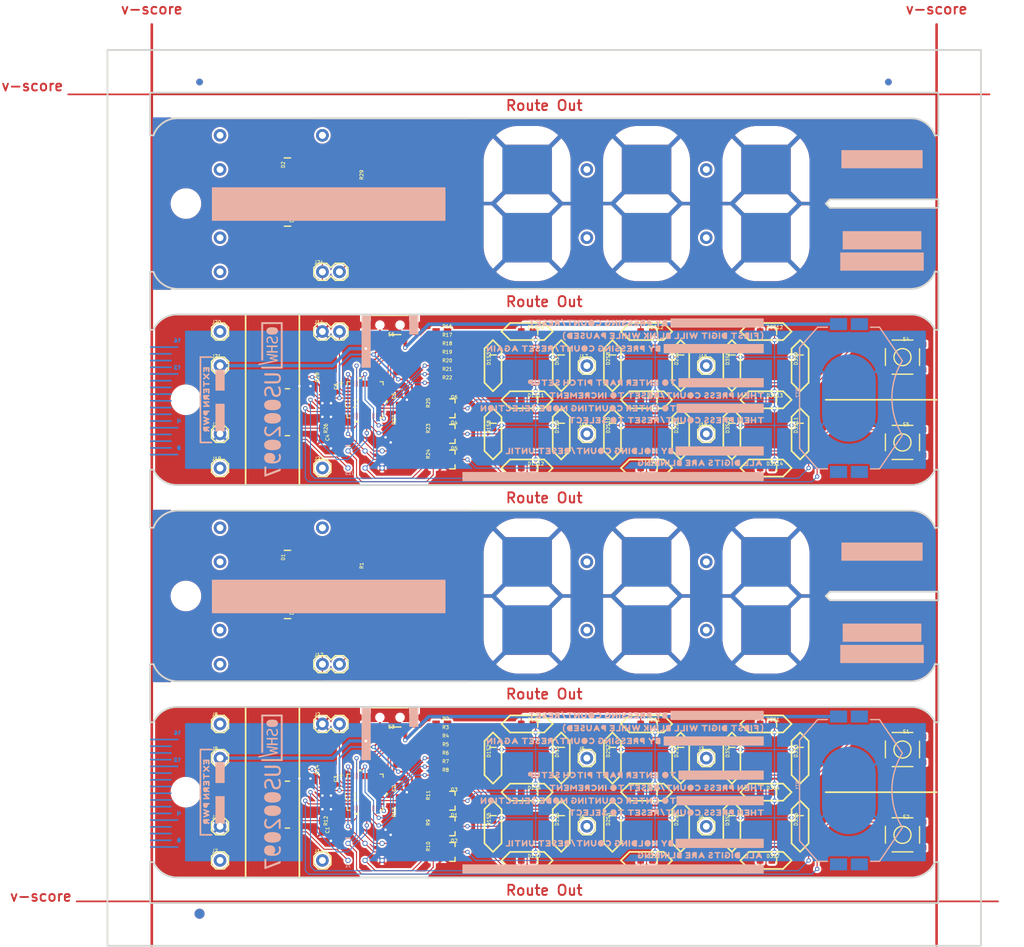
<source format=kicad_pcb>
(kicad_pcb (version 20221018) (generator pcbnew)
  (layers (0 "F.Cu" signal) (31 "B.Cu" signal) (34 "B.Paste" user) (35 "F.Paste" user) (36 "B.SilkS" user "B.Silkscreen") (37 "F.SilkS" user "F.Silkscreen") (38 "B.Mask" user) (39 "F.Mask" user) (44 "Edge.Cuts" user))
  (net 0 "")
  (net 1 "GND")
  (net 2 "V_BATT")
  (net 3 "N$9")
  (net 4 "N$4")
  (net 5 "N$11")
  (net 6 "N$14")
  (net 7 "N$8")
  (net 8 "N$13")
  (net 9 "SEG1")
  (net 10 "SEG4")
  (net 11 "SEG2")
  (net 12 "SEG3")
  (net 13 "SEG6")
  (net 14 "SEG5")
  (net 15 "SEG7")
  (net 16 "IR_DETECTOR_A")
  (net 17 "~{RESET}")
  (net 18 "0")
  (net 19 "1")
  (net 20 "2")
  (net 21 "3")
  (net 22 "4")
  (net 23 "5")
  (net 24 "6")
  (net 25 "8/COPI")
  (net 26 "9/CIPO")
  (net 27 "10/SCK")
  (net 28 "11")
  (net 29 "12")
  (net 30 "13")
  (net 31 "V_EXT")
  (net 32 "N$1")
  (net 33 "N$2")
  (net 34 "N$3")
  (net 35 "N$5")
  (net 36 "N$6")
  (net 37 "N$7")
  (net 38 "N$10")
  (net 39 "N$12")
  (net 40 "N$15")
  (net 41 "N$16")
  (net 42 "N$17")
  (net 43 "N$18")
  (net 44 "N$41")
  (net 45 "N$42")
  (net 46 "N$47")
  (net 47 "N$48")
  (net 48 "N$49")
  (net 49 "N$50")
  (net 50 "IR_DETECTOR_B")
  (net 51 "N$43")
  (net 52 "N$44")
  (net 53 "N$51")
  (net 54 "N$26")
  (net 55 "N$27")
  (net 56 "N$28")
  (net 57 "N$29")
  (net 58 "N$52")
  (net 59 "N$53")
  (net 60 "N$54")
  (net 61 "N$55")
  (net 62 "N$57")
  (net 63 "N$58")
  (net 64 "N$59")
  (net 65 "N$60")
  (net 66 "N$61")
  (net 67 "N$62")
  (net 68 "N$63")
  (net 69 "N$64")
  (net 70 "N$65")
  (net 71 "N$66")
  (net 72 "N$67")
  (net 73 "N$68")
  (net 74 "N$69")
  (net 75 "N$70")
  (net 76 "N$71")
  (net 77 "N$72")
  (net 78 "N$73")
  (net 79 "N$74")
  (net 80 "N$75")
  (net 81 "N$76")
  (net 82 "N$77")
  (net 83 "N$78")
  (net 84 "N$79")
  (net 85 "N$80")
  (net 86 "N$81")
  (net 87 "N$82")
  (net 88 "N$83")
  (net 89 "N$84")
  (net 90 "N$85")
  (net 91 "N$86")
  (net 92 "N$87")
  (net 93 "N$88")
  (net 94 "N$89")
  (net 95 "N$90")
  (net 96 "N$91")
  (net 97 "N$92")
  (net 98 "N$93")
  (net 99 "N$94")
  (net 100 "N$95")
  (net 101 "N$96")
  (net 102 "N$97")
  (net 103 "N$98")
  (net 104 "N$99")
  (net 105 "N$100")
  (net 106 "N$101")
  (net 107 "N$102")
  (net 108 "N$103")
  (net 109 "N$104")
  (net 110 "N$105")
  (net 111 "MASKBTM")
  (net 112 "MASKTP")
  (net 113 "N$37")
  (net 114 "N$38")
  (net 115 "N$39")
  (net 116 "N$40")
  (net 117 "GND1")
  (net 118 "V_BATT1")
  (net 119 "N$20")
  (net 120 "N$21")
  (net 121 "N$22")
  (net 122 "N$30")
  (net 123 "N$33")
  (net 124 "N$34")
  (net 125 "SEG9")
  (net 126 "SEG10")
  (net 127 "SEG11")
  (footprint "working:1X01" (layer "F.Cu") (at 100.2411 95.4786)
    (fp_text reference "J22")
    (fp_text value "")
  )
  (footprint "working:1X02" (layer "F.Cu") (at 115.4811 138.6586)
    (fp_text reference "J2")
    (fp_text value "")
  )
  (footprint "working:0603" (layer "F.Cu") (at 133.2611 85.3186)
    (fp_text reference "R20")
    (fp_text value "33")
  )
  (footprint "working:HARVATEK_DETECTOR" (layer "F.Cu") (at 110.2741 95.5421 180)
    (fp_text reference "U$63" hide)
    (fp_text value "B19H1PT" hide)
  )
  (footprint "working:TACTILE_SWITCH_SMD_5.2MM" (layer "F.Cu") (at 201.8411 84.0486)
    (fp_text reference "S4")
    (fp_text value "MOMENTARY-SWITCH-SPST-SMD-5.2MM-TALL")
  )
  (footprint "working:0603" (layer "F.Cu") (at 133.2611 142.4686)
    (fp_text reference "R5")
    (fp_text value "33")
  )
  (footprint "working:1X01" (layer "F.Cu") (at 154.8511 143.7386)
    (fp_text reference "J5")
    (fp_text value "")
  )
  (footprint "working:FIDUCIAL-1.5X3" (layer "F.Cu") (at 97.1931 166.9161)
    (fp_text reference "E$5" hide)
    (fp_text value "" hide)
  )
  (footprint "" (layer "F.Cu") (at 95.1611 148.8186)
    (fp_text reference "@HOLE0" hide)
    (fp_text value "")
  )
  (footprint "working:LED-0603" (layer "F.Cu") (at 163.7411 80.2386)
    (fp_text reference "D2S12")
    (fp_text value "")
  )
  (footprint "working:LED-0603" (layer "F.Cu") (at 186.6011 153.8986 90)
    (fp_text reference "D3S6")
    (fp_text value "")
  )
  (footprint "working:0603" (layer "F.Cu") (at 115.4811 153.8986 -90)
    (fp_text reference "C1")
    (fp_text value "0.1uF")
  )
  (footprint "working:SOT23-3" (layer "F.Cu") (at 134.5311 150.0886 -90)
    (fp_text reference "Q3")
    (fp_text value "220mA/50V/3.5Ω")
  )
  (footprint "working:0603" (layer "F.Cu") (at 126.9111 148.8186 90)
    (fp_text reference "C2")
    (fp_text value "0.1uF")
  )
  (footprint "working:0603" (layer "F.Cu") (at 126.9111 152.6286 90)
    (fp_text reference "R13")
    (fp_text value "1k")
  )
  (footprint "working:0603" (layer "F.Cu") (at 131.9911 99.2886 90)
    (fp_text reference "R24")
    (fp_text value "1k")
  )
  (footprint "working:1X01" (layer "F.Cu") (at 154.8511 153.8986)
    (fp_text reference "J6")
    (fp_text value "")
  )
  (footprint "working:FIDUCIAL-1X2" (layer "F.Cu") (at 199.7456 43.0911)
    (fp_text reference "E$3" hide)
    (fp_text value "" hide)
  )
  (footprint "working:HARVATEK_DETECTOR" (layer "F.Cu") (at 110.2741 88.5571 180)
    (fp_text reference "U$64" hide)
    (fp_text value "B19H1PT" hide)
  )
  (footprint "working:1X02" (layer "F.Cu") (at 115.4811 129.7686)
    (fp_text reference "J12")
    (fp_text value "")
  )
  (footprint "working:0603" (layer "F.Cu") (at 120.5811 63.1456 90)
    (fp_text reference "R30")
    (fp_text value "1k")
  )
  (footprint "working:LED-0603" (layer "F.Cu") (at 181.5211 80.2386)
    (fp_text reference "D3S12")
    (fp_text value "")
  )
  (footprint "working:0603" (layer "F.Cu") (at 131.9911 91.6686 90)
    (fp_text reference "R25")
    (fp_text value "1k")
  )
  (footprint "working:0603" (layer "F.Cu") (at 131.9911 95.4786 90)
    (fp_text reference "R23")
    (fp_text value "1k")
  )
  (footprint "working:LED-0603" (layer "F.Cu") (at 145.9611 148.8186)
    (fp_text reference "D1S4")
    (fp_text value "")
  )
  (footprint "working:1X01" (layer "F.Cu") (at 100.2411 80.2386)
    (fp_text reference "J20")
    (fp_text value "")
  )
  (footprint "working:SOT23-3" (layer "F.Cu") (at 134.5311 95.4786 -90)
    (fp_text reference "Q4")
    (fp_text value "220mA/50V/3.5Ω")
  )
  (footprint "working:FIDUCIAL-1X2" (layer "F.Cu") (at 97.1931 43.0911)
    (fp_text reference "E$1" hide)
    (fp_text value "" hide)
  )
  (footprint "working:0603" (layer "F.Cu") (at 133.2611 84.0486)
    (fp_text reference "R19")
    (fp_text value "33")
  )
  (footprint "working:HARVATEK_DETECTOR" (layer "F.Cu") (at 110.2741 153.9621 180)
    (fp_text reference "U$31" hide)
    (fp_text value "B19H1PT" hide)
  )
  (footprint "working:LED-0603" (layer "F.Cu") (at 181.5211 148.8186)
    (fp_text reference "D3S4")
    (fp_text value "")
  )
  (footprint "working:LED-0603" (layer "F.Cu") (at 168.8211 95.4786 90)
    (fp_text reference "D2S11")
    (fp_text value "")
  )
  (footprint "working:LED-0603" (layer "F.Cu") (at 181.5211 138.6586)
    (fp_text reference "D3S1")
    (fp_text value "")
  )
  (footprint "working:SWITCH_SPST_SMD_A" (layer "F.Cu") (at 125.5411 137.6886)
    (fp_text reference "S3")
    (fp_text value "")
  )
  (footprint "working:1X01" (layer "F.Cu") (at 172.6311 153.8986)
    (fp_text reference "J4")
    (fp_text value "")
  )
  (footprint "working:0603" (layer "F.Cu") (at 126.9111 90.3986 90)
    (fp_text reference "C5")
    (fp_text value "0.1uF")
  )
  (footprint "working:LED-0603" (layer "F.Cu") (at 168.8211 85.3186 90)
    (fp_text reference "D2S9")
    (fp_text value "")
  )
  (footprint "working:1X01" (layer "F.Cu") (at 115.4811 158.9786)
    (fp_text reference "J11")
    (fp_text value "")
  )
  (footprint "working:LED-0603" (layer "F.Cu") (at 145.9611 158.9786)
    (fp_text reference "D1S7")
    (fp_text value "")
  )
  (footprint "working:0603" (layer "F.Cu") (at 133.2611 138.6586)
    (fp_text reference "R2")
    (fp_text value "33")
  )
  (footprint "working:0603" (layer "F.Cu") (at 116.7511 87.8586 -90)
    (fp_text reference "C6")
    (fp_text value "0.1uF")
  )
  (footprint "working:0603" (layer "F.Cu") (at 133.2611 141.1986)
    (fp_text reference "R4")
    (fp_text value "33")
  )
  (footprint "working:TACTILE_SWITCH_SMD_5.2MM" (layer "F.Cu") (at 201.8411 96.7486)
    (fp_text reference "S5")
    (fp_text value "MOMENTARY-SWITCH-SPST-SMD-5.2MM-TALL")
  )
  (footprint "working:LED-0603" (layer "F.Cu") (at 158.6611 153.8986 90)
    (fp_text reference "D2S5")
    (fp_text value "")
  )
  (footprint "working:LED-0603" (layer "F.Cu") (at 163.7411 138.6586)
    (fp_text reference "D2S1")
    (fp_text value "")
  )
  (footprint "working:SOT23-3" (layer "F.Cu") (at 134.5311 99.2886 -90)
    (fp_text reference "Q5")
    (fp_text value "220mA/50V/3.5Ω")
  )
  (footprint "working:LED-0603" (layer "F.Cu") (at 163.7411 90.3986)
    (fp_text reference "D2S13")
    (fp_text value "")
  )
  (footprint "working:LED-0603" (layer "F.Cu") (at 186.6011 95.4786 90)
    (fp_text reference "D3S11")
    (fp_text value "")
  )
  (footprint "working:LED-0603" (layer "F.Cu") (at 110.2911 121.3886 -90)
    (fp_text reference "D3")
    (fp_text value "IR LED")
  )
  (footprint "working:LED-0603" (layer "F.Cu") (at 158.6611 85.3186 90)
    (fp_text reference "D2S8")
    (fp_text value "")
  )
  (footprint "working:0603" (layer "F.Cu") (at 133.2611 86.5886)
    (fp_text reference "R21")
    (fp_text value "33")
  )
  (footprint "working:LED-0603" (layer "F.Cu") (at 145.9611 100.5586)
    (fp_text reference "D1S12")
    (fp_text value "")
  )
  (footprint "working:LED-0603" (layer "F.Cu") (at 140.8811 153.8986 90)
    (fp_text reference "D1S5")
    (fp_text value "")
  )
  (footprint "working:LED-0603" (layer "F.Cu") (at 181.5211 158.9786)
    (fp_text reference "D3S7")
    (fp_text value "")
  )
  (footprint "working:0603" (layer "F.Cu") (at 133.2611 145.0086)
    (fp_text reference "R7")
    (fp_text value "33")
  )
  (footprint "working:0603" (layer "F.Cu") (at 133.2611 139.9286)
    (fp_text reference "R3")
    (fp_text value "33")
  )
  (footprint "" (layer "F.Cu") (at 95.1611 90.3986)
    (fp_text reference "@HOLE2" hide)
    (fp_text value "")
  )
  (footprint "working:32M1-A_ATM" (layer "F.Cu") (at 121.8311 90.3986)
    (fp_text reference "U2")
    (fp_text value "ATTINY861V-10MU")
  )
  (footprint "working:LED-0603" (layer "F.Cu") (at 181.5211 100.5586)
    (fp_text reference "D3S14")
    (fp_text value "")
  )
  (footprint "working:SWITCH_SPST_SMD_A" (layer "F.Cu") (at 125.5411 79.2686)
    (fp_text reference "S6")
    (fp_text value "")
  )
  (footprint "working:LED-0603" (layer "F.Cu") (at 181.5211 90.3986)
    (fp_text reference "D3S13")
    (fp_text value "")
  )
  (footprint "working:32M1-A_ATM" (layer "F.Cu") (at 121.8311 148.8186)
    (fp_text reference "U1")
    (fp_text value "ATTINY861V-10MU")
  )
  (footprint "working:0603" (layer "F.Cu") (at 133.2611 143.7386)
    (fp_text reference "R6")
    (fp_text value "33")
  )
  (footprint "working:LED-0603" (layer "F.Cu") (at 163.7411 158.9786)
    (fp_text reference "D2S7")
    (fp_text value "")
  )
  (footprint "working:0603" (layer "F.Cu") (at 126.9111 94.2086 90)
    (fp_text reference "R27")
    (fp_text value "1k")
  )
  (footprint "working:1X01" (layer "F.Cu") (at 100.2411 138.6586)
    (fp_text reference "J8")
    (fp_text value "")
  )
  (footprint "working:0603" (layer "F.Cu") (at 115.4811 87.8586 90)
    (fp_text reference "R28")
    (fp_text value "1k")
  )
  (footprint "working:LED-0603" (layer "F.Cu") (at 176.4411 143.7386 90)
    (fp_text reference "D3S2")
    (fp_text value "")
  )
  (footprint "working:1X01" (layer "F.Cu") (at 154.8511 95.4786)
    (fp_text reference "J18")
    (fp_text value "")
  )
  (footprint "working:LED-0603" (layer "F.Cu") (at 176.4411 95.4786 90)
    (fp_text reference "D3S10")
    (fp_text value "")
  )
  (footprint "working:LED-0603" (layer "F.Cu") (at 163.7411 100.5586)
    (fp_text reference "D2S14")
    (fp_text value "")
  )
  (footprint "working:0603" (layer "F.Cu") (at 133.2611 87.8586)
    (fp_text reference "R22")
    (fp_text value "33")
  )
  (footprint "working:0603" (layer "F.Cu") (at 120.5611 114.5286 -90)
    (fp_text reference "R1")
    (fp_text value "1k")
  )
  (footprint "working:1X01" (layer "F.Cu") (at 115.4811 100.5586)
    (fp_text reference "J23")
    (fp_text value "")
  )
  (footprint "working:0603" (layer "F.Cu") (at 115.4811 146.2786 90)
    (fp_text reference "R14")
    (fp_text value "1k")
  )
  (footprint "working:0603" (layer "F.Cu") (at 116.7511 153.8986 90)
    (fp_text reference "R12")
    (fp_text value "1k")
  )
  (footprint "working:LED-0603" (layer "F.Cu") (at 145.9611 138.6586)
    (fp_text reference "D1S1")
    (fp_text value "")
  )
  (footprint "working:0603" (layer "F.Cu") (at 131.9911 150.0886 90)
    (fp_text reference "R11")
    (fp_text value "1k")
  )
  (footprint "working:LED-0603" (layer "F.Cu") (at 151.0411 95.4786 90)
    (fp_text reference "D1S9")
    (fp_text value "")
  )
  (footprint "working:TACTILE_SWITCH_SMD_5.2MM" (layer "F.Cu") (at 201.8411 142.4686)
    (fp_text reference "S1")
    (fp_text value "MOMENTARY-SWITCH-SPST-SMD-5.2MM-TALL")
  )
  (footprint "working:LED-0603" (layer "F.Cu") (at 176.4411 153.8986 90)
    (fp_text reference "D3S5")
    (fp_text value "")
  )
  (footprint "working:SOT23-3" (layer "F.Cu") (at 134.5311 91.6686 -90)
    (fp_text reference "Q6")
    (fp_text value "220mA/50V/3.5Ω")
  )
  (footprint "" (layer "F.Cu") (at 95.1611 61.1886)
    (fp_text reference "@HOLE3" hide)
    (fp_text value "")
  )
  (footprint "working:1X02" (layer "F.Cu") (at 115.4811 80.2386)
    (fp_text reference "J14")
    (fp_text value "")
  )
  (footprint "working:LED-0603" (layer "F.Cu") (at 168.8211 153.8986 90)
    (fp_text reference "D2S6")
    (fp_text value "")
  )
  (footprint "working:LED-0603" (layer "F.Cu") (at 168.8211 143.7386 90)
    (fp_text reference "D2S3")
    (fp_text value "")
  )
  (footprint "working:0603" (layer "F.Cu") (at 116.7511 95.4786 90)
    (fp_text reference "R26")
    (fp_text value "1k")
  )
  (footprint "working:LED-0603" (layer "F.Cu") (at 186.6011 143.7386 90)
    (fp_text reference "D3S3")
    (fp_text value "")
  )
  (footprint "working:0603" (layer "F.Cu") (at 116.7511 146.2786 -90)
    (fp_text reference "C3")
    (fp_text value "0.1uF")
  )
  (footprint "working:LED-0603" (layer "F.Cu") (at 158.6611 95.4786 90)
    (fp_text reference "D2S10")
    (fp_text value "")
  )
  (footprint "working:1X01" (layer "F.Cu") (at 172.6311 143.7386)
    (fp_text reference "J3")
    (fp_text value "")
  )
  (footprint "working:HARVATEK_DETECTOR" (layer "F.Cu") (at 110.2741 146.9771 180)
    (fp_text reference "U$32" hide)
    (fp_text value "B19H1PT" hide)
  )
  (footprint "working:1X01" (layer "F.Cu") (at 172.6311 95.4786)
    (fp_text reference "J16")
    (fp_text value "")
  )
  (footprint "working:LED-0603" (layer "F.Cu") (at 151.0411 143.7386 90)
    (fp_text reference "DIS3")
    (fp_text value "")
  )
  (footprint "working:1X01" (layer "F.Cu") (at 154.8511 85.3186)
    (fp_text reference "J17")
    (fp_text value "")
  )
  (footprint "working:LED-0603" (layer "F.Cu") (at 145.9611 80.2386)
    (fp_text reference "D1S10")
    (fp_text value "")
  )
  (footprint "working:LED-0603" (layer "F.Cu") (at 110.2741 114.4016 90)
    (fp_text reference "D1")
    (fp_text value "IR LED")
  )
  (footprint "working:1X01" (layer "F.Cu") (at 100.2411 158.9786)
    (fp_text reference "J7")
    (fp_text value "")
  )
  (footprint "working:0603" (layer "F.Cu") (at 120.5611 56.1086 -90)
    (fp_text reference "R29")
    (fp_text value "1k")
  )
  (footprint "working:1X01" (layer "F.Cu") (at 100.2411 153.8986)
    (fp_text reference "J10")
    (fp_text value "")
  )
  (footprint "working:0603" (layer "F.Cu") (at 133.2611 146.2786)
    (fp_text reference "R8")
    (fp_text value "33")
  )
  (footprint "working:0603" (layer "F.Cu") (at 120.5811 121.5656 90)
    (fp_text reference "R15")
    (fp_text value "1k")
  )
  (footprint "working:LED-0603" (layer "F.Cu") (at 140.8811 85.3186 90)
    (fp_text reference "D1S3")
    (fp_text value "")
  )
  (footprint "working:0603" (layer "F.Cu") (at 133.2611 80.2386)
    (fp_text reference "R16")
    (fp_text value "33")
  )
  (footprint "working:LED-0603" (layer "F.Cu") (at 186.6011 85.3186 90)
    (fp_text reference "D3S9")
    (fp_text value "")
  )
  (footprint "working:LED-0603" (layer "F.Cu") (at 158.6611 143.7386 90)
    (fp_text reference "D2S2")
    (fp_text value "")
  )
  (footprint "working:1X01" (layer "F.Cu") (at 100.2411 85.3186)
    (fp_text reference "J21")
    (fp_text value "")
  )
  (footprint "working:TACTILE_SWITCH_SMD_5.2MM" (layer "F.Cu") (at 201.8411 155.1686)
    (fp_text reference "S2")
    (fp_text value "MOMENTARY-SWITCH-SPST-SMD-5.2MM-TALL")
  )
  (footprint "working:0603" (layer "F.Cu") (at 133.2611 81.5086)
    (fp_text reference "R17")
    (fp_text value "33")
  )
  (footprint "working:0603" (layer "F.Cu") (at 115.4811 95.4786 -90)
    (fp_text reference "C4")
    (fp_text value "0.1uF")
  )
  (footprint "working:LED-0603" (layer "F.Cu") (at 110.2741 55.9816 90)
    (fp_text reference "D2")
    (fp_text value "IR LED")
  )
  (footprint "working:0603" (layer "F.Cu") (at 131.9911 157.7086 90)
    (fp_text reference "R10")
    (fp_text value "1k")
  )
  (footprint "working:1X01" (layer "F.Cu") (at 100.2411 100.5586)
    (fp_text reference "J19")
    (fp_text value "")
  )
  (footprint "working:LED-0603" (layer "F.Cu") (at 140.8811 95.4786 90)
    (fp_text reference "D1S8")
    (fp_text value "")
  )
  (footprint "working:0603" (layer "F.Cu") (at 131.9911 153.8986 90)
    (fp_text reference "R9")
    (fp_text value "1k")
  )
  (footprint "" (layer "F.Cu") (at 95.1611 119.6086)
    (fp_text reference "@HOLE1" hide)
    (fp_text value "")
  )
  (footprint "working:0603" (layer "F.Cu") (at 133.2611 82.7786)
    (fp_text reference "R18")
    (fp_text value "33")
  )
  (footprint "working:LED-0603" (layer "F.Cu") (at 163.7411 148.8186)
    (fp_text reference "D2S4")
    (fp_text value "")
  )
  (footprint "working:LED-0603" (layer "F.Cu") (at 140.8811 143.7386 90)
    (fp_text reference "D1S2")
    (fp_text value "")
  )
  (footprint "working:SOT23-3" (layer "F.Cu") (at 134.5311 157.7086 -90)
    (fp_text reference "Q2")
    (fp_text value "220mA/50V/3.5Ω")
  )
  (footprint "working:1X01" (layer "F.Cu") (at 100.2411 143.7386)
    (fp_text reference "J9")
    (fp_text value "")
  )
  (footprint "working:LED-0603" (layer "F.Cu") (at 145.9611 90.3986)
    (fp_text reference "D1S11")
    (fp_text value "")
  )
  (footprint "working:LED-0603" (layer "F.Cu") (at 151.0411 85.3186 90)
    (fp_text reference "DIS1")
    (fp_text value "")
  )
  (footprint "working:LED-0603" (layer "F.Cu") (at 151.0411 153.8986 90)
    (fp_text reference "D1S6")
    (fp_text value "")
  )
  (footprint "working:LED-0603" (layer "F.Cu") (at 176.4411 85.3186 90)
    (fp_text reference "D3S8")
    (fp_text value "")
  )
  (footprint "working:LED-0603" (layer "F.Cu") (at 110.2911 62.9686 -90)
    (fp_text reference "D4")
    (fp_text value "IR LED")
  )
  (footprint "working:SOT23-3" (layer "F.Cu") (at 134.5311 153.8986 -90)
    (fp_text reference "Q1")
    (fp_text value "220mA/50V/3.5Ω")
  )
  (footprint "working:1X02" (layer "F.Cu") (at 115.4811 71.3486)
    (fp_text reference "J24")
    (fp_text value "")
  )
  (footprint "working:1X01" (layer "F.Cu") (at 172.6311 85.3186)
    (fp_text reference "J15")
    (fp_text value "")
  )
  (footprint "working:EXTERN_PWR0" (layer "B.Cu") (at 98.2091 90.3986 -90)
    (fp_text reference "U$42" hide)
    (fp_text value "" hide)
  )
  (footprint "working:OSHWBC#SVG0" (layer "B.Cu") (at 108.3691 137.2616 -90)
    (fp_text reference "U$1" hide)
    (fp_text value "" hide)
  )
  (footprint "working:40" (layer "B.Cu") (at 94.9211 151.9786 180)
    (fp_text reference "U$20" hide)
    (fp_text value "" hide)
  )
  (footprint "working:FIRST_DIGIT_WILL_BLINK_WHILE_PAUSED#_0" (layer "B.Cu") (at 181.1401 139.2936 180)
    (fp_text reference "U$10" hide)
    (fp_text value "" hide)
  )
  (footprint "working:#PRESS_SETUP_X1#0" (layer "B.Cu") (at 181.5211 87.8586 180)
    (fp_text reference "U$49" hide)
    (fp_text value "" hide)
  )
  (footprint "working:#_3V#0" (layer "B.Cu") (at 100.2411 143.9926 -90)
    (fp_text reference "U$6" hide)
    (fp_text value "" hide)
  )
  (footprint "working:#RESET#0" (layer "B.Cu") (at 198.7931 66.6496)
    (fp_text reference "U$60" hide)
    (fp_text value "" hide)
  )
  (footprint "working:#COMPLETE_DOCS_AT_GITHUB#COM#NPOOLE#BEANCOUNTER#0" (layer "B.Cu") (at 181.5211 160.2486 180)
    (fp_text reference "U$26" hide)
    (fp_text value "" hide)
  )
  (footprint "working:TO_ENTER_COUNTING_MODE_SELECTION0" (layer "B.Cu") (at 168.8211 91.6686 180)
    (fp_text reference "U$53" hide)
    (fp_text value "" hide)
  )
  (footprint "working:BY_PRESSING_COUNT#RESET0" (layer "B.Cu") (at 167.5511 78.9686 180)
    (fp_text reference "U$44" hide)
    (fp_text value "" hide)
  )
  (footprint "working:BY_HOLDING_COUNT#RESET_UNTIL0" (layer "B.Cu") (at 168.4401 156.4386 180)
    (fp_text reference "U$19" hide)
    (fp_text value "" hide)
  )
  (footprint "working:ALL_DIGITS_ARE_BLINKING0" (layer "B.Cu") (at 181.6481 158.2166 180)
    (fp_text reference "U$25" hide)
    (fp_text value "" hide)
  )
  (footprint "working:FIRST_DIGIT_WILL_BLINK_WHILE_PAUSED#_0" (layer "B.Cu") (at 181.1401 80.8736 180)
    (fp_text reference "U$45" hide)
    (fp_text value "" hide)
  )
  (footprint "working:LOGO#SVG0" (layer "B.Cu") (at 98.9711 117.0686)
    (fp_text reference "U$30" hide)
    (fp_text value "" hide)
  )
  (footprint "working:00" (layer "B.Cu") (at 94.9211 155.9786 180)
    (fp_text reference "U$5" hide)
    (fp_text value "" hide)
  )
  (footprint "working:OSHWBC#SVG0" (layer "B.Cu") (at 108.3691 78.8416 -90)
    (fp_text reference "U$41" hide)
    (fp_text value "" hide)
  )
  (footprint "working:#OFF#EXT#0" (layer "B.Cu") (at 121.9951 85.9666 -90)
    (fp_text reference "U$40" hide)
    (fp_text value "" hide)
  )
  (footprint "working:#SETUP#0" (layer "B.Cu") (at 198.7931 113.0046)
    (fp_text reference "U$29" hide)
    (fp_text value "" hide)
  )
  (footprint "working:TO_ENTER_COUNTING_MODE_SELECTION0" (layer "B.Cu") (at 168.8211 150.0886 180)
    (fp_text reference "U$16" hide)
    (fp_text value "" hide)
  )
  (footprint "working:#RESUME_COUNTING#0" (layer "B.Cu") (at 181.5211 141.1986 180)
    (fp_text reference "U$12" hide)
    (fp_text value "" hide)
  )
  (footprint "working:#COMPLETE_DOCS_AT_GITHUB#COM#NPOOLE#BEANCOUNTER#0" (layer "B.Cu") (at 181.5211 101.8286 180)
    (fp_text reference "U$58" hide)
    (fp_text value "" hide)
  )
  (footprint "working:#RESUME_COUNTING#0" (layer "B.Cu") (at 181.5211 82.7786 180)
    (fp_text reference "U$47" hide)
    (fp_text value "" hide)
  )
  (footprint "working:#PAUSE_COUNTING#0" (layer "B.Cu") (at 181.5211 137.3886 180)
    (fp_text reference "U$3" hide)
    (fp_text value "" hide)
  )
  (footprint "working:#COUNT#0" (layer "B.Cu") (at 198.7931 128.2446)
    (fp_text reference "U$27" hide)
    (fp_text value "" hide)
  )
  (footprint "working:#PAUSE_COUNTING#0" (layer "B.Cu") (at 181.5211 78.9686 180)
    (fp_text reference "U$43" hide)
    (fp_text value "" hide)
  )
  (footprint "working:BATTCON_20MM_4LEGS_OVERPASTE_INNER" (layer "B.Cu") (at 193.8711 90.1386 -90)
    (fp_text reference "BT2")
    (fp_text value "")
  )
  (footprint "working:BY_PRESSING_COUNT#RESET_AGAIN0" (layer "B.Cu") (at 166.5351 141.1986 180)
    (fp_text reference "U$13" hide)
    (fp_text value "" hide)
  )
  (footprint "working:TO_ENTER_PART_PITCH_SETUP0" (layer "B.Cu") (at 168.8211 87.8586 180)
    (fp_text reference "U$50" hide)
    (fp_text value "" hide)
  )
  (footprint "working:FIDUCIAL-1X2" (layer "B.Cu") (at 97.1931 43.0911 180)
    (fp_text reference "E$2" hide)
    (fp_text value "" hide)
  )
  (footprint "working:ALL_DIGITS_ARE_BLINKING0" (layer "B.Cu") (at 181.6481 99.7966 180)
    (fp_text reference "U$57" hide)
    (fp_text value "" hide)
  )
  (footprint "working:BY_HOLDING_COUNT#RESET_UNTIL0" (layer "B.Cu") (at 168.4401 98.0186 180)
    (fp_text reference "U$56" hide)
    (fp_text value "" hide)
  )
  (footprint "working:THEN_PRESS_COUNT#RESET_TO_INCREMENT0" (layer "B.Cu") (at 181.9021 89.7636 180)
    (fp_text reference "U$51" hide)
    (fp_text value "" hide)
  )
  (footprint "working:#COUNT#0" (layer "B.Cu") (at 198.7931 69.8246)
    (fp_text reference "U$59" hide)
    (fp_text value "" hide)
  )
  (footprint "working:#RESET#0" (layer "B.Cu") (at 198.7931 125.0696)
    (fp_text reference "U$28" hide)
    (fp_text value "" hide)
  )
  (footprint "working:FIDUCIAL-1.5X3" (layer "B.Cu") (at 97.1931 166.9161 180)
    (fp_text reference "E$6" hide)
    (fp_text value "" hide)
  )
  (footprint "working:2X3_TEST_POINTS" (layer "B.Cu") (at 121.8311 157.7086)
    (fp_text reference "J1")
    (fp_text value "AVR_SPI_PROG_3X2TESTPOINTS" hide)
  )
  (footprint "working:TO_ENTER_PART_PITCH_SETUP0" (layer "B.Cu") (at 168.8211 146.2786 180)
    (fp_text reference "U$14" hide)
    (fp_text value "" hide)
  )
  (footprint "working:#_0" (layer "B.Cu") (at 179.9971 80.8736)
    (fp_text reference "U$46" hide)
    (fp_text value "" hide)
  )
  (footprint "working:BATTCON_20MM_4LEGS_OVERPASTE_INNER" (layer "B.Cu") (at 193.8711 148.5586 -90)
    (fp_text reference "BT1")
    (fp_text value "")
  )
  (footprint "working:#PRESS_SETUP_X1#0" (layer "B.Cu") (at 181.5211 146.2786 180)
    (fp_text reference "U$4" hide)
    (fp_text value "" hide)
  )
  (footprint "working:2X3_TEST_POINTS" (layer "B.Cu") (at 121.8311 99.2886)
    (fp_text reference "J13")
    (fp_text value "AVR_SPI_PROG_3X2TESTPOINTS" hide)
  )
  (footprint "working:40" (layer "B.Cu") (at 94.9211 93.5586 180)
    (fp_text reference "U$36" hide)
    (fp_text value "" hide)
  )
  (footprint "working:#PRESS_SETUP_X2#0" (layer "B.Cu") (at 181.5211 150.0886 180)
    (fp_text reference "U$15" hide)
    (fp_text value "" hide)
  )
  (footprint "working:#_GND#0" (layer "B.Cu") (at 100.2411 90.6526 -90)
    (fp_text reference "U$34" hide)
    (fp_text value "" hide)
  )
  (footprint "working:120" (layer "B.Cu") (at 94.9211 143.9786 180)
    (fp_text reference "U$21" hide)
    (fp_text value "" hide)
  )
  (footprint "working:120" (layer "B.Cu") (at 94.9211 85.5586 180)
    (fp_text reference "U$37" hide)
    (fp_text value "" hide)
  )
  (footprint "working:EXTERN_PWR0" (layer "B.Cu") (at 98.2091 148.8186 -90)
    (fp_text reference "U$2" hide)
    (fp_text value "" hide)
  )
  (footprint "working:BY_PRESSING_COUNT#RESET0" (layer "B.Cu") (at 167.5511 137.3886 180)
    (fp_text reference "U$9" hide)
    (fp_text value "" hide)
  )
  (footprint "working:160" (layer "B.Cu") (at 94.9211 139.9786 180)
    (fp_text reference "U$22" hide)
    (fp_text value "" hide)
  )
  (footprint "working:#RESET_COUNTER#0" (layer "B.Cu") (at 181.5211 98.0186 180)
    (fp_text reference "U$55" hide)
    (fp_text value "" hide)
  )
  (footprint "working:#RESET_COUNTER#0" (layer "B.Cu") (at 181.5211 156.4386 180)
    (fp_text reference "U$18" hide)
    (fp_text value "" hide)
  )
  (footprint "working:FIDUCIAL-1X2" (layer "B.Cu") (at 199.7456 43.0911 180)
    (fp_text reference "E$4" hide)
    (fp_text value "" hide)
  )
  (footprint "working:#SETUP#0" (layer "B.Cu") (at 198.7931 54.5846)
    (fp_text reference "U$61" hide)
    (fp_text value "" hide)
  )
  (footprint "working:#ON#0" (layer "B.Cu") (at 129.0921 139.4336 -90)
    (fp_text reference "U$23" hide)
    (fp_text value "" hide)
  )
  (footprint "working:#PRESS_SETUP_X2#0" (layer "B.Cu") (at 181.5211 91.6686 180)
    (fp_text reference "U$52" hide)
    (fp_text value "" hide)
  )
  (footprint "working:THEN_PRESS_COUNT#RESET_TO_SELECT0" (layer "B.Cu") (at 181.9021 93.4466 180)
    (fp_text reference "U$54" hide)
    (fp_text value "" hide)
  )
  (footprint "working:LOGO#SVG0" (layer "B.Cu") (at 98.9711 58.6486)
    (fp_text reference "U$62" hide)
    (fp_text value "" hide)
  )
  (footprint "working:#ON#0" (layer "B.Cu") (at 129.0921 81.0136 -90)
    (fp_text reference "U$39" hide)
    (fp_text value "" hide)
  )
  (footprint "working:00" (layer "B.Cu") (at 94.9211 97.5586 180)
    (fp_text reference "U$35" hide)
    (fp_text value "" hide)
  )
  (footprint "working:#OFF#EXT#0" (layer "B.Cu") (at 121.9951 144.3866 -90)
    (fp_text reference "U$24" hide)
    (fp_text value "" hide)
  )
  (footprint "working:#_GND#0" (layer "B.Cu") (at 100.2411 149.0726 -90)
    (fp_text reference "U$7" hide)
    (fp_text value "" hide)
  )
  (footprint "working:BY_PRESSING_COUNT#RESET_AGAIN0" (layer "B.Cu") (at 166.5351 82.7786 180)
    (fp_text reference "U$48" hide)
    (fp_text value "" hide)
  )
  (footprint "working:#_0" (layer "B.Cu") (at 179.9971 139.2936)
    (fp_text reference "U$11" hide)
    (fp_text value "" hide)
  )
  (footprint "working:#_3V#0" (layer "B.Cu") (at 100.2411 85.5726 -90)
    (fp_text reference "U$33" hide)
    (fp_text value "" hide)
  )
  (footprint "working:THEN_PRESS_COUNT#RESET_TO_SELECT0" (layer "B.Cu") (at 181.9021 151.8666 180)
    (fp_text reference "U$17" hide)
    (fp_text value "" hide)
  )
  (footprint "working:THEN_PRESS_COUNT#RESET_TO_INCREMENT0" (layer "B.Cu") (at 181.9021 148.1836 180)
    (fp_text reference "U$8" hide)
    (fp_text value "" hide)
  )
  (footprint "working:160" (layer "B.Cu") (at 94.9211 81.5586 180)
    (fp_text reference "U$38" hide)
    (fp_text value "" hide)
  )
  (gr_line (start 97.3201 96.7486) (end 98.9711 96.7486) (stroke (width 0.254)) (layer "B.SilkS"))
  (gr_line (start 98.9711 84.0486) (end 97.3201 84.0486) (stroke (width 0.254)) (layer "B.SilkS"))
  (gr_line (start 97.3201 84.0486) (end 97.3201 96.7486) (stroke (width 0.254)) (layer "B.SilkS"))
  (gr_line (start 97.3201 142.4686) (end 97.3201 155.1686) (stroke (width 0.254)) (layer "B.SilkS"))
  (gr_line (start 97.3201 155.1686) (end 98.9711 155.1686) (stroke (width 0.254)) (layer "B.SilkS"))
  (gr_line (start 98.9711 142.4686) (end 97.3201 142.4686) (stroke (width 0.254)) (layer "B.SilkS"))
  (gr_line (start 184.0611 101.8286) (end 178.9811 101.8286) (stroke (width 0.254)) (layer "F.SilkS"))
  (gr_line (start 184.0611 81.5086) (end 178.9811 81.5086) (stroke (width 0.254)) (layer "F.SilkS"))
  (gr_line (start 175.1711 146.2786) (end 175.1711 141.1986) (stroke (width 0.254)) (layer "F.SilkS"))
  (gr_line (start 159.9311 158.9786) (end 161.2011 157.7086) (stroke (width 0.254)) (layer "F.SilkS"))
  (gr_line (start 139.6111 156.4386) (end 139.6111 151.3586) (stroke (width 0.254)) (layer "F.SilkS"))
  (gr_line (start 142.1511 100.5586) (end 143.4211 99.2886) (stroke (width 0.254)) (layer "F.SilkS"))
  (gr_line (start 178.9811 147.5486) (end 184.0611 147.5486) (stroke (width 0.254)) (layer "F.SilkS"))
  (gr_line (start 157.3911 156.4386) (end 157.3911 151.3586) (stroke (width 0.254)) (layer "F.SilkS"))
  (gr_line (start 158.6611 157.7086) (end 157.3911 156.4386) (stroke (width 0.254)) (layer "F.SilkS"))
  (gr_line (start 142.1511 82.7786) (end 142.1511 87.8586) (stroke (width 0.254)) (layer "F.SilkS"))
  (gr_line (start 170.0911 82.7786) (end 170.0911 87.8586) (stroke (width 0.254)) (layer "F.SilkS"))
  (gr_line (start 159.9311 98.0186) (end 158.6611 99.2886) (stroke (width 0.254)) (layer "F.SilkS"))
  (gr_line (start 166.2811 101.8286) (end 161.2011 101.8286) (stroke (width 0.254)) (layer "F.SilkS"))
  (gr_line (start 161.2011 150.0886) (end 159.9311 148.8186) (stroke (width 0.254)) (layer "F.SilkS"))
  (gr_line (start 175.1711 156.4386) (end 175.1711 151.3586) (stroke (width 0.254)) (layer "F.SilkS"))
  (gr_line (start 159.9311 82.7786) (end 159.9311 87.8586) (stroke (width 0.254)) (layer "F.SilkS"))
  (gr_line (start 143.4211 160.2486) (end 142.1511 158.9786) (stroke (width 0.254)) (layer "F.SilkS"))
  (gr_line (start 167.5511 82.7786) (end 168.8211 81.5086) (stroke (width 0.254)) (layer "F.SilkS"))
  (gr_line (start 149.7711 87.8586) (end 149.7711 82.7786) (stroke (width 0.254)) (layer "F.SilkS"))
  (gr_line (start 148.5011 150.0886) (end 143.4211 150.0886) (stroke (width 0.254)) (layer "F.SilkS"))
  (gr_line (start 206.9211 148.8186) (end 190.4111 148.8186) (stroke (width 0.254)) (layer "F.SilkS"))
  (gr_line (start 152.3111 156.4386) (end 152.3111 151.3586) (stroke (width 0.254)) (layer "F.SilkS"))
  (gr_line (start 185.3311 87.8586) (end 185.3311 82.7786) (stroke (width 0.254)) (layer "F.SilkS"))
  (gr_line (start 157.3911 82.7786) (end 158.6611 81.5086) (stroke (width 0.254)) (layer "F.SilkS"))
  (gr_line (start 148.5011 139.9286) (end 143.4211 139.9286) (stroke (width 0.254)) (layer "F.SilkS"))
  (gr_line (start 166.2811 139.9286) (end 161.2011 139.9286) (stroke (width 0.254)) (layer "F.SilkS"))
  (gr_line (start 151.0411 139.9286) (end 152.3111 141.1986) (stroke (width 0.254)) (layer "F.SilkS"))
  (gr_line (start 149.7711 158.9786) (end 148.5011 160.2486) (stroke (width 0.254)) (layer "F.SilkS"))
  (gr_line (start 166.2811 81.5086) (end 161.2011 81.5086) (stroke (width 0.254)) (layer "F.SilkS"))
  (gr_line (start 161.2011 157.7086) (end 166.2811 157.7086) (stroke (width 0.254)) (layer "F.SilkS"))
  (gr_line (start 143.4211 137.3886) (end 148.5011 137.3886) (stroke (width 0.254)) (layer "F.SilkS"))
  (gr_line (start 176.4411 157.7086) (end 175.1711 156.4386) (stroke (width 0.254)) (layer "F.SilkS"))
  (gr_line (start 161.2011 89.1286) (end 166.2811 89.1286) (stroke (width 0.254)) (layer "F.SilkS"))
  (gr_line (start 149.7711 80.2386) (end 148.5011 81.5086) (stroke (width 0.254)) (layer "F.SilkS"))
  (gr_line (start 178.9811 91.6686) (end 177.7111 90.3986) (stroke (width 0.254)) (layer "F.SilkS"))
  (gr_line (start 185.3311 90.3986) (end 184.0611 91.6686) (stroke (width 0.254)) (layer "F.SilkS"))
  (gr_line (start 186.6011 99.2886) (end 187.8711 98.0186) (stroke (width 0.254)) (layer "F.SilkS"))
  (gr_line (start 185.3311 158.9786) (end 184.0611 160.2486) (stroke (width 0.254)) (layer "F.SilkS"))
  (gr_line (start 149.7711 98.0186) (end 151.0411 99.2886) (stroke (width 0.254)) (layer "F.SilkS"))
  (gr_line (start 185.3311 80.2386) (end 184.0611 81.5086) (stroke (width 0.254)) (layer "F.SilkS"))
  (gr_line (start 159.9311 87.8586) (end 158.6611 89.1286) (stroke (width 0.254)) (layer "F.SilkS"))
  (gr_line (start 184.0611 139.9286) (end 178.9811 139.9286) (stroke (width 0.254)) (layer "F.SilkS"))
  (gr_line (start 178.9811 81.5086) (end 177.7111 80.2386) (stroke (width 0.254)) (layer "F.SilkS"))
  (gr_line (start 170.0911 151.3586) (end 168.8211 150.0886) (stroke (width 0.254)) (layer "F.SilkS"))
  (gr_line (start 185.3311 141.1986) (end 186.6011 139.9286) (stroke (width 0.254)) (layer "F.SilkS"))
  (gr_line (start 166.2811 89.1286) (end 167.5511 90.3986) (stroke (width 0.254)) (layer "F.SilkS"))
  (gr_line (start 140.8811 147.5486) (end 139.6111 146.2786) (stroke (width 0.254)) (layer "F.SilkS"))
  (gr_line (start 161.2011 137.3886) (end 166.2811 137.3886) (stroke (width 0.254)) (layer "F.SilkS"))
  (gr_line (start 184.0611 78.9686) (end 185.3311 80.2386) (stroke (width 0.254)) (layer "F.SilkS"))
  (gr_line (start 139.6111 82.7786) (end 140.8811 81.5086) (stroke (width 0.254)) (layer "F.SilkS"))
  (gr_line (start 157.3911 87.8586) (end 157.3911 82.7786) (stroke (width 0.254)) (layer "F.SilkS"))
  (gr_line (start 151.0411 81.5086) (end 152.3111 82.7786) (stroke (width 0.254)) (layer "F.SilkS"))
  (gr_line (start 177.7111 98.0186) (end 176.4411 99.2886) (stroke (width 0.254)) (layer "F.SilkS"))
  (gr_line (start 177.7111 138.6586) (end 178.9811 137.3886) (stroke (width 0.254)) (layer "F.SilkS"))
  (gr_line (start 178.9811 157.7086) (end 184.0611 157.7086) (stroke (width 0.254)) (layer "F.SilkS"))
  (gr_line (start 167.5511 98.0186) (end 168.8211 99.2886) (stroke (width 0.254)) (layer "F.SilkS"))
  (gr_line (start 178.9811 150.0886) (end 177.7111 148.8186) (stroke (width 0.254)) (layer "F.SilkS"))
  (gr_line (start 178.9811 160.2486) (end 177.7111 158.9786) (stroke (width 0.254)) (layer "F.SilkS"))
  (gr_line (start 158.6611 89.1286) (end 157.3911 87.8586) (stroke (width 0.254)) (layer "F.SilkS"))
  (gr_line (start 148.5011 99.2886) (end 149.7711 100.5586) (stroke (width 0.254)) (layer "F.SilkS"))
  (gr_line (start 167.5511 146.2786) (end 167.5511 141.1986) (stroke (width 0.254)) (layer "F.SilkS"))
  (gr_line (start 167.5511 90.3986) (end 166.2811 91.6686) (stroke (width 0.254)) (layer "F.SilkS"))
  (gr_line (start 152.3111 87.8586) (end 151.0411 89.1286) (stroke (width 0.254)) (layer "F.SilkS"))
  (gr_line (start 143.4211 139.9286) (end 142.1511 138.6586) (stroke (width 0.254)) (layer "F.SilkS"))
  (gr_line (start 166.2811 78.9686) (end 167.5511 80.2386) (stroke (width 0.254)) (layer "F.SilkS"))
  (gr_line (start 152.3111 98.0186) (end 152.3111 92.9386) (stroke (width 0.254)) (layer "F.SilkS"))
  (gr_line (start 159.9311 138.6586) (end 161.2011 137.3886) (stroke (width 0.254)) (layer "F.SilkS"))
  (gr_line (start 178.9811 101.8286) (end 177.7111 100.5586) (stroke (width 0.254)) (layer "F.SilkS"))
  (gr_line (start 151.0411 150.0886) (end 149.7711 151.3586) (stroke (width 0.254)) (layer "F.SilkS"))
  (gr_line (start 149.7711 138.6586) (end 148.5011 139.9286) (stroke (width 0.254)) (layer "F.SilkS"))
  (gr_line (start 187.8711 146.2786) (end 186.6011 147.5486) (stroke (width 0.254)) (layer "F.SilkS"))
  (gr_line (start 140.8811 89.1286) (end 139.6111 87.8586) (stroke (width 0.254)) (layer "F.SilkS"))
  (gr_line (start 139.6111 98.0186) (end 139.6111 92.9386) (stroke (width 0.254)) (layer "F.SilkS"))
  (gr_line (start 175.1711 87.8586) (end 175.1711 82.7786) (stroke (width 0.254)) (layer "F.SilkS"))
  (gr_line (start 140.8811 81.5086) (end 142.1511 82.7786) (stroke (width 0.254)) (layer "F.SilkS"))
  (gr_line (start 185.3311 82.7786) (end 186.6011 81.5086) (stroke (width 0.254)) (layer "F.SilkS"))
  (gr_line (start 177.7111 151.3586) (end 177.7111 156.4386) (stroke (width 0.254)) (layer "F.SilkS"))
  (gr_line (start 168.8211 81.5086) (end 170.0911 82.7786) (stroke (width 0.254)) (layer "F.SilkS"))
  (gr_line (start 149.7711 151.3586) (end 149.7711 156.4386) (stroke (width 0.254)) (layer "F.SilkS"))
  (gr_line (start 168.8211 89.1286) (end 167.5511 87.8586) (stroke (width 0.254)) (layer "F.SilkS"))
  (gr_line (start 175.1711 151.3586) (end 176.4411 150.0886) (stroke (width 0.254)) (layer "F.SilkS"))
  (gr_line (start 149.7711 90.3986) (end 148.5011 91.6686) (stroke (width 0.254)) (layer "F.SilkS"))
  (gr_line (start 185.3311 148.8186) (end 184.0611 150.0886) (stroke (width 0.254)) (layer "F.SilkS"))
  (gr_line (start 177.7111 148.8186) (end 178.9811 147.5486) (stroke (width 0.254)) (layer "F.SilkS"))
  (gr_line (start 177.7111 158.9786) (end 178.9811 157.7086) (stroke (width 0.254)) (layer "F.SilkS"))
  (gr_line (start 158.6611 147.5486) (end 157.3911 146.2786) (stroke (width 0.254)) (layer "F.SilkS"))
  (gr_line (start 142.1511 158.9786) (end 143.4211 157.7086) (stroke (width 0.254)) (layer "F.SilkS"))
  (gr_line (start 148.5011 160.2486) (end 143.4211 160.2486) (stroke (width 0.254)) (layer "F.SilkS"))
  (gr_line (start 168.8211 139.9286) (end 170.0911 141.1986) (stroke (width 0.254)) (layer "F.SilkS"))
  (gr_line (start 161.2011 78.9686) (end 166.2811 78.9686) (stroke (width 0.254)) (layer "F.SilkS"))
  (gr_line (start 170.0911 92.9386) (end 168.8211 91.6686) (stroke (width 0.254)) (layer "F.SilkS"))
  (gr_line (start 142.1511 80.2386) (end 143.4211 78.9686) (stroke (width 0.254)) (layer "F.SilkS"))
  (gr_line (start 168.8211 99.2886) (end 170.0911 98.0186) (stroke (width 0.254)) (layer "F.SilkS"))
  (gr_line (start 168.8211 150.0886) (end 167.5511 151.3586) (stroke (width 0.254)) (layer "F.SilkS"))
  (gr_line (start 166.2811 157.7086) (end 167.5511 158.9786) (stroke (width 0.254)) (layer "F.SilkS"))
  (gr_line (start 143.4211 101.8286) (end 142.1511 100.5586) (stroke (width 0.254)) (layer "F.SilkS"))
  (gr_line (start 186.6011 91.6686) (end 185.3311 92.9386) (stroke (width 0.254)) (layer "F.SilkS"))
  (gr_line (start 178.9811 137.3886) (end 184.0611 137.3886) (stroke (width 0.254)) (layer "F.SilkS"))
  (gr_line (start 158.6611 150.0886) (end 159.9311 151.3586) (stroke (width 0.254)) (layer "F.SilkS"))
  (gr_line (start 167.5511 156.4386) (end 168.8211 157.7086) (stroke (width 0.254)) (layer "F.SilkS"))
  (gr_line (start 112.0511 103.0986) (end 112.0511 77.7646) (stroke (width 0.254)) (layer "F.SilkS"))
  (gr_line (start 185.3311 156.4386) (end 186.6011 157.7086) (stroke (width 0.254)) (layer "F.SilkS"))
  (gr_line (start 161.2011 101.8286) (end 159.9311 100.5586) (stroke (width 0.254)) (layer "F.SilkS"))
  (gr_line (start 167.5511 80.2386) (end 166.2811 81.5086) (stroke (width 0.254)) (layer "F.SilkS"))
  (gr_line (start 149.7711 156.4386) (end 151.0411 157.7086) (stroke (width 0.254)) (layer "F.SilkS"))
  (gr_line (start 152.3111 151.3586) (end 151.0411 150.0886) (stroke (width 0.254)) (layer "F.SilkS"))
  (gr_line (start 184.0611 137.3886) (end 185.3311 138.6586) (stroke (width 0.254)) (layer "F.SilkS"))
  (gr_line (start 140.8811 139.9286) (end 142.1511 141.1986) (stroke (width 0.254)) (layer "F.SilkS"))
  (gr_line (start 184.0611 160.2486) (end 178.9811 160.2486) (stroke (width 0.254)) (layer "F.SilkS"))
  (gr_line (start 166.2811 150.0886) (end 161.2011 150.0886) (stroke (width 0.254)) (layer "F.SilkS"))
  (gr_line (start 168.8211 147.5486) (end 167.5511 146.2786) (stroke (width 0.254)) (layer "F.SilkS"))
  (gr_line (start 112.0511 161.5186) (end 112.0511 136.1846) (stroke (width 0.254)) (layer "F.SilkS"))
  (gr_line (start 177.7111 80.2386) (end 178.9811 78.9686) (stroke (width 0.254)) (layer "F.SilkS"))
  (gr_line (start 161.2011 91.6686) (end 159.9311 90.3986) (stroke (width 0.254)) (layer "F.SilkS"))
  (gr_line (start 177.7111 92.9386) (end 177.7111 98.0186) (stroke (width 0.254)) (layer "F.SilkS"))
  (gr_line (start 149.7711 92.9386) (end 149.7711 98.0186) (stroke (width 0.254)) (layer "F.SilkS"))
  (gr_line (start 142.1511 138.6586) (end 143.4211 137.3886) (stroke (width 0.254)) (layer "F.SilkS"))
  (gr_line (start 167.5511 138.6586) (end 166.2811 139.9286) (stroke (width 0.254)) (layer "F.SilkS"))
  (gr_line (start 149.7711 100.5586) (end 148.5011 101.8286) (stroke (width 0.254)) (layer "F.SilkS"))
  (gr_line (start 170.0911 87.8586) (end 168.8211 89.1286) (stroke (width 0.254)) (layer "F.SilkS"))
  (gr_line (start 177.7111 82.7786) (end 177.7111 87.8586) (stroke (width 0.254)) (layer "F.SilkS"))
  (gr_line (start 170.0911 141.1986) (end 170.0911 146.2786) (stroke (width 0.254)) (layer "F.SilkS"))
  (gr_line (start 177.7111 100.5586) (end 178.9811 99.2886) (stroke (width 0.254)) (layer "F.SilkS"))
  (gr_line (start 157.3911 151.3586) (end 158.6611 150.0886) (stroke (width 0.254)) (layer "F.SilkS"))
  (gr_line (start 184.0611 157.7086) (end 185.3311 158.9786) (stroke (width 0.254)) (layer "F.SilkS"))
  (gr_line (start 159.9311 156.4386) (end 158.6611 157.7086) (stroke (width 0.254)) (layer "F.SilkS"))
  (gr_line (start 177.7111 141.1986) (end 177.7111 146.2786) (stroke (width 0.254)) (layer "F.SilkS"))
  (gr_line (start 170.0911 146.2786) (end 168.8211 147.5486) (stroke (width 0.254)) (layer "F.SilkS"))
  (gr_line (start 151.0411 157.7086) (end 152.3111 156.4386) (stroke (width 0.254)) (layer "F.SilkS"))
  (gr_line (start 176.4411 81.5086) (end 177.7111 82.7786) (stroke (width 0.254)) (layer "F.SilkS"))
  (gr_line (start 159.9311 146.2786) (end 158.6611 147.5486) (stroke (width 0.254)) (layer "F.SilkS"))
  (gr_line (start 157.3911 146.2786) (end 157.3911 141.1986) (stroke (width 0.254)) (layer "F.SilkS"))
  (gr_line (start 148.5011 137.3886) (end 149.7711 138.6586) (stroke (width 0.254)) (layer "F.SilkS"))
  (gr_line (start 177.7111 87.8586) (end 176.4411 89.1286) (stroke (width 0.254)) (layer "F.SilkS"))
  (gr_line (start 143.4211 150.0886) (end 142.1511 148.8186) (stroke (width 0.254)) (layer "F.SilkS"))
  (gr_line (start 176.4411 99.2886) (end 175.1711 98.0186) (stroke (width 0.254)) (layer "F.SilkS"))
  (gr_line (start 157.3911 98.0186) (end 157.3911 92.9386) (stroke (width 0.254)) (layer "F.SilkS"))
  (gr_line (start 177.7111 156.4386) (end 176.4411 157.7086) (stroke (width 0.254)) (layer "F.SilkS"))
  (gr_line (start 186.6011 81.5086) (end 187.8711 82.7786) (stroke (width 0.254)) (layer "F.SilkS"))
  (gr_line (start 176.4411 89.1286) (end 175.1711 87.8586) (stroke (width 0.254)) (layer "F.SilkS"))
  (gr_line (start 143.4211 91.6686) (end 142.1511 90.3986) (stroke (width 0.254)) (layer "F.SilkS"))
  (gr_line (start 152.3111 146.2786) (end 151.0411 147.5486) (stroke (width 0.254)) (layer "F.SilkS"))
  (gr_line (start 178.9811 99.2886) (end 184.0611 99.2886) (stroke (width 0.254)) (layer "F.SilkS"))
  (gr_line (start 152.3111 92.9386) (end 151.0411 91.6686) (stroke (width 0.254)) (layer "F.SilkS"))
  (gr_line (start 149.7711 141.1986) (end 151.0411 139.9286) (stroke (width 0.254)) (layer "F.SilkS"))
  (gr_line (start 158.6611 91.6686) (end 159.9311 92.9386) (stroke (width 0.254)) (layer "F.SilkS"))
  (gr_line (start 104.0511 77.7646) (end 104.0511 103.0986) (stroke (width 0.254)) (layer "F.SilkS"))
  (gr_line (start 175.1711 141.1986) (end 176.4411 139.9286) (stroke (width 0.254)) (layer "F.SilkS"))
  (gr_line (start 142.1511 156.4386) (end 140.8811 157.7086) (stroke (width 0.254)) (layer "F.SilkS"))
  (gr_line (start 177.7111 146.2786) (end 176.4411 147.5486) (stroke (width 0.254)) (layer "F.SilkS"))
  (gr_line (start 139.6111 151.3586) (end 140.8811 150.0886) (stroke (width 0.254)) (layer "F.SilkS"))
  (gr_line (start 187.8711 92.9386) (end 186.6011 91.6686) (stroke (width 0.254)) (layer "F.SilkS"))
  (gr_line (start 186.6011 139.9286) (end 187.8711 141.1986) (stroke (width 0.254)) (layer "F.SilkS"))
  (gr_line (start 161.2011 147.5486) (end 166.2811 147.5486) (stroke (width 0.254)) (layer "F.SilkS"))
  (gr_line (start 151.0411 89.1286) (end 149.7711 87.8586) (stroke (width 0.254)) (layer "F.SilkS"))
  (gr_line (start 175.1711 92.9386) (end 176.4411 91.6686) (stroke (width 0.254)) (layer "F.SilkS"))
  (gr_line (start 142.1511 141.1986) (end 142.1511 146.2786) (stroke (width 0.254)) (layer "F.SilkS"))
  (gr_line (start 184.0611 147.5486) (end 185.3311 148.8186) (stroke (width 0.254)) (layer "F.SilkS"))
  (gr_line (start 167.5511 100.5586) (end 166.2811 101.8286) (stroke (width 0.254)) (layer "F.SilkS"))
  (gr_line (start 175.1711 82.7786) (end 176.4411 81.5086) (stroke (width 0.254)) (layer "F.SilkS"))
  (gr_line (start 187.8711 87.8586) (end 186.6011 89.1286) (stroke (width 0.254)) (layer "F.SilkS"))
  (gr_line (start 140.8811 157.7086) (end 139.6111 156.4386) (stroke (width 0.254)) (layer "F.SilkS"))
  (gr_line (start 148.5011 101.8286) (end 143.4211 101.8286) (stroke (width 0.254)) (layer "F.SilkS"))
  (gr_line (start 167.5511 92.9386) (end 167.5511 98.0186) (stroke (width 0.254)) (layer "F.SilkS"))
  (gr_line (start 142.1511 90.3986) (end 143.4211 89.1286) (stroke (width 0.254)) (layer "F.SilkS"))
  (gr_line (start 159.9311 148.8186) (end 161.2011 147.5486) (stroke (width 0.254)) (layer "F.SilkS"))
  (gr_line (start 139.6111 146.2786) (end 139.6111 141.1986) (stroke (width 0.254)) (layer "F.SilkS"))
  (gr_line (start 185.3311 138.6586) (end 184.0611 139.9286) (stroke (width 0.254)) (layer "F.SilkS"))
  (gr_line (start 166.2811 99.2886) (end 167.5511 100.5586) (stroke (width 0.254)) (layer "F.SilkS"))
  (gr_line (start 187.8711 151.3586) (end 186.6011 150.0886) (stroke (width 0.254)) (layer "F.SilkS"))
  (gr_line (start 206.9211 90.3986) (end 190.4111 90.3986) (stroke (width 0.254)) (layer "F.SilkS"))
  (gr_line (start 143.4211 147.5486) (end 148.5011 147.5486) (stroke (width 0.254)) (layer "F.SilkS"))
  (gr_line (start 149.7711 82.7786) (end 151.0411 81.5086) (stroke (width 0.254)) (layer "F.SilkS"))
  (gr_line (start 149.7711 148.8186) (end 148.5011 150.0886) (stroke (width 0.254)) (layer "F.SilkS"))
  (gr_line (start 143.4211 78.9686) (end 148.5011 78.9686) (stroke (width 0.254)) (layer "F.SilkS"))
  (gr_line (start 104.0511 136.1846) (end 104.0511 161.5186) (stroke (width 0.254)) (layer "F.SilkS"))
  (gr_line (start 186.6011 150.0886) (end 185.3311 151.3586) (stroke (width 0.254)) (layer "F.SilkS"))
  (gr_line (start 178.9811 78.9686) (end 184.0611 78.9686) (stroke (width 0.254)) (layer "F.SilkS"))
  (gr_line (start 166.2811 160.2486) (end 161.2011 160.2486) (stroke (width 0.254)) (layer "F.SilkS"))
  (gr_line (start 187.8711 141.1986) (end 187.8711 146.2786) (stroke (width 0.254)) (layer "F.SilkS"))
  (gr_line (start 161.2011 99.2886) (end 166.2811 99.2886) (stroke (width 0.254)) (layer "F.SilkS"))
  (gr_line (start 139.6111 92.9386) (end 140.8811 91.6686) (stroke (width 0.254)) (layer "F.SilkS"))
  (gr_line (start 161.2011 160.2486) (end 159.9311 158.9786) (stroke (width 0.254)) (layer "F.SilkS"))
  (gr_line (start 151.0411 91.6686) (end 149.7711 92.9386) (stroke (width 0.254)) (layer "F.SilkS"))
  (gr_line (start 142.1511 146.2786) (end 140.8811 147.5486) (stroke (width 0.254)) (layer "F.SilkS"))
  (gr_line (start 148.5011 89.1286) (end 149.7711 90.3986) (stroke (width 0.254)) (layer "F.SilkS"))
  (gr_line (start 157.3911 92.9386) (end 158.6611 91.6686) (stroke (width 0.254)) (layer "F.SilkS"))
  (gr_line (start 167.5511 148.8186) (end 166.2811 150.0886) (stroke (width 0.254)) (layer "F.SilkS"))
  (gr_line (start 140.8811 99.2886) (end 139.6111 98.0186) (stroke (width 0.254)) (layer "F.SilkS"))
  (gr_line (start 149.7711 146.2786) (end 149.7711 141.1986) (stroke (width 0.254)) (layer "F.SilkS"))
  (gr_line (start 166.2811 147.5486) (end 167.5511 148.8186) (stroke (width 0.254)) (layer "F.SilkS"))
  (gr_line (start 159.9311 80.2386) (end 161.2011 78.9686) (stroke (width 0.254)) (layer "F.SilkS"))
  (gr_line (start 177.7111 90.3986) (end 178.9811 89.1286) (stroke (width 0.254)) (layer "F.SilkS"))
  (gr_line (start 142.1511 92.9386) (end 142.1511 98.0186) (stroke (width 0.254)) (layer "F.SilkS"))
  (gr_line (start 184.0611 150.0886) (end 178.9811 150.0886) (stroke (width 0.254)) (layer "F.SilkS"))
  (gr_line (start 148.5011 81.5086) (end 143.4211 81.5086) (stroke (width 0.254)) (layer "F.SilkS"))
  (gr_line (start 168.8211 91.6686) (end 167.5511 92.9386) (stroke (width 0.254)) (layer "F.SilkS"))
  (gr_line (start 148.5011 157.7086) (end 149.7711 158.9786) (stroke (width 0.254)) (layer "F.SilkS"))
  (gr_line (start 152.3111 141.1986) (end 152.3111 146.2786) (stroke (width 0.254)) (layer "F.SilkS"))
  (gr_line (start 184.0611 89.1286) (end 185.3311 90.3986) (stroke (width 0.254)) (layer "F.SilkS"))
  (gr_line (start 186.6011 147.5486) (end 185.3311 146.2786) (stroke (width 0.254)) (layer "F.SilkS"))
  (gr_line (start 167.5511 151.3586) (end 167.5511 156.4386) (stroke (width 0.254)) (layer "F.SilkS"))
  (gr_line (start 187.8711 98.0186) (end 187.8711 92.9386) (stroke (width 0.254)) (layer "F.SilkS"))
  (gr_line (start 143.4211 89.1286) (end 148.5011 89.1286) (stroke (width 0.254)) (layer "F.SilkS"))
  (gr_line (start 158.6611 139.9286) (end 159.9311 141.1986) (stroke (width 0.254)) (layer "F.SilkS"))
  (gr_line (start 187.8711 156.4386) (end 187.8711 151.3586) (stroke (width 0.254)) (layer "F.SilkS"))
  (gr_line (start 140.8811 91.6686) (end 142.1511 92.9386) (stroke (width 0.254)) (layer "F.SilkS"))
  (gr_line (start 185.3311 151.3586) (end 185.3311 156.4386) (stroke (width 0.254)) (layer "F.SilkS"))
  (gr_line (start 176.4411 150.0886) (end 177.7111 151.3586) (stroke (width 0.254)) (layer "F.SilkS"))
  (gr_line (start 143.4211 157.7086) (end 148.5011 157.7086) (stroke (width 0.254)) (layer "F.SilkS"))
  (gr_line (start 139.6111 87.8586) (end 139.6111 82.7786) (stroke (width 0.254)) (layer "F.SilkS"))
  (gr_line (start 139.6111 141.1986) (end 140.8811 139.9286) (stroke (width 0.254)) (layer "F.SilkS"))
  (gr_line (start 185.3311 100.5586) (end 184.0611 101.8286) (stroke (width 0.254)) (layer "F.SilkS"))
  (gr_line (start 159.9311 92.9386) (end 159.9311 98.0186) (stroke (width 0.254)) (layer "F.SilkS"))
  (gr_line (start 175.1711 98.0186) (end 175.1711 92.9386) (stroke (width 0.254)) (layer "F.SilkS"))
  (gr_line (start 185.3311 146.2786) (end 185.3311 141.1986) (stroke (width 0.254)) (layer "F.SilkS"))
  (gr_line (start 178.9811 89.1286) (end 184.0611 89.1286) (stroke (width 0.254)) (layer "F.SilkS"))
  (gr_line (start 157.3911 141.1986) (end 158.6611 139.9286) (stroke (width 0.254)) (layer "F.SilkS"))
  (gr_line (start 184.0611 99.2886) (end 185.3311 100.5586) (stroke (width 0.254)) (layer "F.SilkS"))
  (gr_line (start 143.4211 81.5086) (end 142.1511 80.2386) (stroke (width 0.254)) (layer "F.SilkS"))
  (gr_line (start 187.8711 82.7786) (end 187.8711 87.8586) (stroke (width 0.254)) (layer "F.SilkS"))
  (gr_line (start 159.9311 141.1986) (end 159.9311 146.2786) (stroke (width 0.254)) (layer "F.SilkS"))
  (gr_line (start 148.5011 91.6686) (end 143.4211 91.6686) (stroke (width 0.254)) (layer "F.SilkS"))
  (gr_line (start 176.4411 147.5486) (end 175.1711 146.2786) (stroke (width 0.254)) (layer "F.SilkS"))
  (gr_line (start 167.5511 87.8586) (end 167.5511 82.7786) (stroke (width 0.254)) (layer "F.SilkS"))
  (gr_line (start 166.2811 91.6686) (end 161.2011 91.6686) (stroke (width 0.254)) (layer "F.SilkS"))
  (gr_line (start 161.2011 139.9286) (end 159.9311 138.6586) (stroke (width 0.254)) (layer "F.SilkS"))
  (gr_line (start 152.3111 82.7786) (end 152.3111 87.8586) (stroke (width 0.254)) (layer "F.SilkS"))
  (gr_line (start 142.1511 151.3586) (end 142.1511 156.4386) (stroke (width 0.254)) (layer "F.SilkS"))
  (gr_line (start 176.4411 139.9286) (end 177.7111 141.1986) (stroke (width 0.254)) (layer "F.SilkS"))
  (gr_line (start 158.6611 99.2886) (end 157.3911 98.0186) (stroke (width 0.254)) (layer "F.SilkS"))
  (gr_line (start 170.0911 156.4386) (end 170.0911 151.3586) (stroke (width 0.254)) (layer "F.SilkS"))
  (gr_line (start 143.4211 99.2886) (end 148.5011 99.2886) (stroke (width 0.254)) (layer "F.SilkS"))
  (gr_line (start 167.5511 141.1986) (end 168.8211 139.9286) (stroke (width 0.254)) (layer "F.SilkS"))
  (gr_line (start 184.0611 91.6686) (end 178.9811 91.6686) (stroke (width 0.254)) (layer "F.SilkS"))
  (gr_line (start 140.8811 150.0886) (end 142.1511 151.3586) (stroke (width 0.254)) (layer "F.SilkS"))
  (gr_line (start 176.4411 91.6686) (end 177.7111 92.9386) (stroke (width 0.254)) (layer "F.SilkS"))
  (gr_line (start 159.9311 90.3986) (end 161.2011 89.1286) (stroke (width 0.254)) (layer "F.SilkS"))
  (gr_line (start 166.2811 137.3886) (end 167.5511 138.6586) (stroke (width 0.254)) (layer "F.SilkS"))
  (gr_line (start 158.6611 81.5086) (end 159.9311 82.7786) (stroke (width 0.254)) (layer "F.SilkS"))
  (gr_line (start 151.0411 99.2886) (end 152.3111 98.0186) (stroke (width 0.254)) (layer "F.SilkS"))
  (gr_line (start 161.2011 81.5086) (end 159.9311 80.2386) (stroke (width 0.254)) (layer "F.SilkS"))
  (gr_line (start 168.8211 157.7086) (end 170.0911 156.4386) (stroke (width 0.254)) (layer "F.SilkS"))
  (gr_line (start 185.3311 98.0186) (end 186.6011 99.2886) (stroke (width 0.254)) (layer "F.SilkS"))
  (gr_line (start 142.1511 148.8186) (end 143.4211 147.5486) (stroke (width 0.254)) (layer "F.SilkS"))
  (gr_line (start 159.9311 100.5586) (end 161.2011 99.2886) (stroke (width 0.254)) (layer "F.SilkS"))
  (gr_line (start 148.5011 78.9686) (end 149.7711 80.2386) (stroke (width 0.254)) (layer "F.SilkS"))
  (gr_line (start 142.1511 87.8586) (end 140.8811 89.1286) (stroke (width 0.254)) (layer "F.SilkS"))
  (gr_line (start 148.5011 147.5486) (end 149.7711 148.8186) (stroke (width 0.254)) (layer "F.SilkS"))
  (gr_line (start 151.0411 147.5486) (end 149.7711 146.2786) (stroke (width 0.254)) (layer "F.SilkS"))
  (gr_line (start 170.0911 98.0186) (end 170.0911 92.9386) (stroke (width 0.254)) (layer "F.SilkS"))
  (gr_line (start 167.5511 158.9786) (end 166.2811 160.2486) (stroke (width 0.254)) (layer "F.SilkS"))
  (gr_line (start 185.3311 92.9386) (end 185.3311 98.0186) (stroke (width 0.254)) (layer "F.SilkS"))
  (gr_line (start 186.6011 157.7086) (end 187.8711 156.4386) (stroke (width 0.254)) (layer "F.SilkS"))
  (gr_line (start 142.1511 98.0186) (end 140.8811 99.2886) (stroke (width 0.254)) (layer "F.SilkS"))
  (gr_line (start 178.9811 139.9286) (end 177.7111 138.6586) (stroke (width 0.254)) (layer "F.SilkS"))
  (gr_line (start 186.6011 89.1286) (end 185.3311 87.8586) (stroke (width 0.254)) (layer "F.SilkS"))
  (gr_line (start 159.9311 151.3586) (end 159.9311 156.4386) (stroke (width 0.254)) (layer "F.SilkS"))
  (gr_line (start 206.6671 79.9846) (end 207.1751 79.9846) (stroke (width 0.254)) (layer "Edge.Cuts"))
  (gr_line (start 90.3351 51.0286) (end 89.8271 51.0286) (stroke (width 0.254)) (layer "Edge.Cuts"))
  (gr_line (start 93.8911 132.3086) (end 203.1111 132.3086) (stroke (width 0.254)) (layer "Edge.Cuts"))
  (gr_arc (start 90.335099 79.9846) (mid 91.770175 78.308162) (end 93.8911 77.6986) (stroke (width 0.254)) (layer "Edge.Cuts"))
  (gr_arc (start 203.1111 77.6986) (mid 205.232024 78.308163) (end 206.6671 79.984601) (stroke (width 0.254)) (layer "Edge.Cuts"))
  (gr_line (start 83.4771 171.6786) (end 83.4771 38.3286) (stroke (width 0.254)) (layer "Edge.Cuts"))
  (gr_line (start 213.5251 171.6786) (end 83.4771 171.6786) (stroke (width 0.254)) (layer "Edge.Cuts"))
  (gr_line (start 206.6671 129.7686) (end 207.1751 129.7686) (stroke (width 0.254)) (layer "Edge.Cuts"))
  (gr_line (start 207.1751 138.4046) (end 207.1751 129.7686) (stroke (width 0.254)) (layer "Edge.Cuts"))
  (gr_line (start 89.8271 44.6786) (end 89.8271 51.0286) (stroke (width 0.254)) (layer "Edge.Cuts"))
  (gr_line (start 206.6671 71.3486) (end 207.1751 71.3486) (stroke (width 0.254)) (layer "Edge.Cuts"))
  (gr_line (start 89.8271 100.8126) (end 89.8271 109.4486) (stroke (width 0.254)) (layer "Edge.Cuts"))
  (gr_line (start 90.3351 138.4046) (end 89.8271 138.4046) (stroke (width 0.254)) (layer "Edge.Cuts"))
  (gr_line (start 207.1751 165.3286) (end 207.1751 159.2326) (stroke (width 0.254)) (layer "Edge.Cuts"))
  (gr_line (start 203.1111 106.9086) (end 93.8911 106.9086) (stroke (width 0.254)) (layer "Edge.Cuts"))
  (gr_line (start 203.1111 161.5186) (end 93.8911 161.5186) (stroke (width 0.254)) (layer "Edge.Cuts"))
  (gr_arc (start 203.1111 48.4886) (mid 205.29164 49.195045) (end 206.6671 51.028601) (stroke (width 0.254)) (layer "Edge.Cuts"))
  (gr_line (start 90.3351 129.7686) (end 89.8271 129.7686) (stroke (width 0.254)) (layer "Edge.Cuts"))
  (gr_line (start 190.4111 61.1886) (end 191.0461 60.5536) (stroke (width 0.254)) (layer "Edge.Cuts"))
  (gr_arc (start 90.3351 51.0286) (mid 91.710561 49.195045) (end 93.8911 48.4886) (stroke (width 0.254)) (layer "Edge.Cuts"))
  (gr_line (start 207.1751 51.0286) (end 207.1751 44.6786) (stroke (width 0.254)) (layer "Edge.Cuts"))
  (gr_arc (start 93.8911 132.3086) (mid 91.710561 131.602156) (end 90.335101 129.768601) (stroke (width 0.254)) (layer "Edge.Cuts"))
  (gr_arc (start 206.667099 100.812599) (mid 205.232024 102.489037) (end 203.1111 103.0986) (stroke (width 0.254)) (layer "Edge.Cuts"))
  (gr_line (start 114.2111 132.3086) (end 137.0711 132.3086) (stroke (width 0.254)) (layer "Edge.Cuts"))
  (gr_line (start 207.1751 44.6786) (end 89.8271 44.6786) (stroke (width 0.254)) (layer "Edge.Cuts"))
  (gr_line (start 207.1751 61.8236) (end 207.1751 60.5536) (stroke (width 0.254)) (layer "Edge.Cuts"))
  (gr_line (start 190.4111 119.6086) (end 191.0461 118.9736) (stroke (width 0.254)) (layer "Edge.Cuts"))
  (gr_arc (start 203.1111 106.9086) (mid 205.29164 107.615045) (end 206.6671 109.448601) (stroke (width 0.254)) (layer "Edge.Cuts"))
  (gr_arc (start 93.8911 161.5186) (mid 91.770176 160.909037) (end 90.3351 159.2326) (stroke (width 0.254)) (layer "Edge.Cuts"))
  (gr_line (start 114.2111 73.8886) (end 137.0711 73.8886) (stroke (width 0.254)) (layer "Edge.Cuts"))
  (gr_line (start 90.3351 159.2326) (end 89.8271 159.2326) (stroke (width 0.254)) (layer "Edge.Cuts"))
  (gr_line (start 191.0461 120.2436) (end 190.4111 119.6086) (stroke (width 0.254)) (layer "Edge.Cuts"))
  (gr_line (start 89.8271 165.3286) (end 207.1751 165.3286) (stroke (width 0.254)) (layer "Edge.Cuts"))
  (gr_line (start 191.0461 61.8236) (end 190.4111 61.1886) (stroke (width 0.254)) (layer "Edge.Cuts"))
  (gr_line (start 137.0711 106.9086) (end 114.2111 106.9086) (stroke (width 0.254)) (layer "Edge.Cuts"))
  (gr_line (start 207.1751 120.2436) (end 191.0461 120.2436) (stroke (width 0.254)) (layer "Edge.Cuts"))
  (gr_line (start 203.1111 103.0986) (end 93.8911 103.0986) (stroke (width 0.254)) (layer "Edge.Cuts"))
  (gr_line (start 89.8271 159.2326) (end 89.8271 165.3286) (stroke (width 0.254)) (layer "Edge.Cuts"))
  (gr_arc (start 90.335099 138.4046) (mid 91.770175 136.728162) (end 93.8911 136.1186) (stroke (width 0.254)) (layer "Edge.Cuts"))
  (gr_arc (start 90.3351 109.4486) (mid 91.710561 107.615045) (end 93.8911 106.9086) (stroke (width 0.254)) (layer "Edge.Cuts"))
  (gr_line (start 206.6671 51.0286) (end 207.1751 51.0286) (stroke (width 0.254)) (layer "Edge.Cuts"))
  (gr_line (start 206.6671 109.4486) (end 207.1751 109.4486) (stroke (width 0.254)) (layer "Edge.Cuts"))
  (gr_line (start 93.8911 73.8886) (end 203.1111 73.8886) (stroke (width 0.254)) (layer "Edge.Cuts"))
  (gr_line (start 90.3351 79.9846) (end 89.8271 79.9846) (stroke (width 0.254)) (layer "Edge.Cuts"))
  (gr_line (start 206.6671 138.4046) (end 207.1751 138.4046) (stroke (width 0.254)) (layer "Edge.Cuts"))
  (gr_arc (start 93.8911 103.0986) (mid 91.770176 102.489037) (end 90.3351 100.8126) (stroke (width 0.254)) (layer "Edge.Cuts"))
  (gr_arc (start 203.1111 136.1186) (mid 205.232024 136.728163) (end 206.6671 138.404601) (stroke (width 0.254)) (layer "Edge.Cuts"))
  (gr_arc (start 93.8911 73.8886) (mid 91.710561 73.182156) (end 90.335101 71.348601) (stroke (width 0.254)) (layer "Edge.Cuts"))
  (gr_line (start 93.8911 77.6986) (end 203.1111 77.6986) (stroke (width 0.254)) (layer "Edge.Cuts"))
  (gr_line (start 191.0461 118.9736) (end 207.1751 118.9736) (stroke (width 0.254)) (layer "Edge.Cuts"))
  (gr_line (start 206.6671 159.2326) (end 207.1751 159.2326) (stroke (width 0.254)) (layer "Edge.Cuts"))
  (gr_line (start 207.1751 120.2436) (end 207.1751 118.9736) (stroke (width 0.254)) (layer "Edge.Cuts"))
  (gr_arc (start 206.667099 71.3486) (mid 205.291639 73.182155) (end 203.1111 73.8886) (stroke (width 0.254)) (layer "Edge.Cuts"))
  (gr_line (start 93.8911 136.1186) (end 203.1111 136.1186) (stroke (width 0.254)) (layer "Edge.Cuts"))
  (gr_line (start 90.3351 100.8126) (end 89.8271 100.8126) (stroke (width 0.254)) (layer "Edge.Cuts"))
  (gr_line (start 90.3351 71.3486) (end 89.8271 71.3486) (stroke (width 0.254)) (layer "Edge.Cuts"))
  (gr_arc (start 206.667099 129.7686) (mid 205.291639 131.602155) (end 203.1111 132.3086) (stroke (width 0.254)) (layer "Edge.Cuts"))
  (gr_line (start 203.1111 48.4886) (end 93.8911 48.4886) (stroke (width 0.254)) (layer "Edge.Cuts"))
  (gr_line (start 207.1751 61.8236) (end 191.0461 61.8236) (stroke (width 0.254)) (layer "Edge.Cuts"))
  (gr_line (start 83.4771 38.3286) (end 213.5251 38.3286) (stroke (width 0.254)) (layer "Edge.Cuts"))
  (gr_line (start 207.1751 79.9846) (end 207.1751 71.3486) (stroke (width 0.254)) (layer "Edge.Cuts"))
  (gr_line (start 137.0711 48.4886) (end 114.2111 48.4886) (stroke (width 0.254)) (layer "Edge.Cuts"))
  (gr_line (start 206.6671 100.8126) (end 207.1751 100.8126) (stroke (width 0.254)) (layer "Edge.Cuts"))
  (gr_line (start 213.5251 38.3286) (end 213.5251 171.6786) (stroke (width 0.254)) (layer "Edge.Cuts"))
  (gr_line (start 207.1751 109.4486) (end 207.1751 100.8126) (stroke (width 0.254)) (layer "Edge.Cuts"))
  (gr_line (start 90.3351 109.4486) (end 89.8271 109.4486) (stroke (width 0.254)) (layer "Edge.Cuts"))
  (gr_line (start 89.8271 71.3486) (end 89.8271 79.9846) (stroke (width 0.254)) (layer "Edge.Cuts"))
  (gr_line (start 191.0461 60.5536) (end 207.1751 60.5536) (stroke (width 0.254)) (layer "Edge.Cuts"))
  (gr_line (start 89.8271 129.7686) (end 89.8271 138.4046) (stroke (width 0.254)) (layer "Edge.Cuts"))
  (gr_arc (start 206.667099 159.232599) (mid 205.232024 160.909037) (end 203.1111 161.5186) (stroke (width 0.254)) (layer "Edge.Cuts"))
  (gr_text "Route Out" (at 148.5011 134.2136) (layer "F.Cu") (effects (font (size 1.5113 1.5113) (thickness 0.2667))))
  (gr_text "Route Out" (at 148.5011 46.5836) (layer "F.Cu") (effects (font (size 1.5113 1.5113) (thickness 0.2667))))
  (gr_text "Route Out" (at 148.5011 75.7936) (layer "F.Cu") (effects (font (size 1.5113 1.5113) (thickness 0.2667))))
  (gr_text "Route Out" (at 148.5011 105.0036) (layer "F.Cu") (effects (font (size 1.5113 1.5113) (thickness 0.2667))))
  (gr_text "v-score" (at 90.0811 32.2326) (layer "F.Cu") (effects (font (size 1.5113 1.5113) (thickness 0.2667))))
  (gr_text "Route Out" (at 148.5011 163.4236) (layer "F.Cu") (effects (font (size 1.5113 1.5113) (thickness 0.2667))))
  (gr_text "v-score" (at 73.5711 164.3126) (layer "F.Cu") (effects (font (size 1.5113 1.5113) (thickness 0.2667))))
  (gr_text "v-score" (at 72.3011 43.6626) (layer "F.Cu") (effects (font (size 1.5113 1.5113) (thickness 0.2667))))
  (gr_text "v-score" (at 206.9211 32.2326) (layer "F.Cu") (effects (font (size 1.5113 1.5113) (thickness 0.2667))))
  (segment (start 124.2314 148.5686) (end 125.0021 148.5686) (width 0.1524) (layer "F.Cu") (net 1))
  (segment (start 119.4268 149.0726) (end 118.6561 149.0726) (width 0.1524) (layer "F.Cu") (net 1))
  (segment (start 118.6561 149.0726) (end 118.2751 149.4536) (width 0.1524) (layer "F.Cu") (net 1))
  (segment (start 125.5101 148.5686) (end 126.1491 147.9296) (width 0.1524) (layer "F.Cu") (net 1))
  (segment (start 116.8781 149.4536) (end 116.7511 149.3266) (width 0.1524) (layer "F.Cu") (net 1))
  (segment (start 118.2751 149.4536) (end 116.8781 149.4536) (width 0.1524) (layer "F.Cu") (net 1))
  (segment (start 125.0021 148.5686) (end 125.5101 148.5686) (width 0.1524) (layer "F.Cu") (net 1))
  (segment (start 126.8721 147.9296) (end 126.9111 147.9686) (width 0.1524) (layer "F.Cu") (net 1))
  (segment (start 119.4308 149.0686) (end 119.4268 149.0726) (width 0.1524) (layer "F.Cu") (net 1))
  (segment (start 126.1491 147.9296) (end 126.8721 147.9296) (width 0.1524) (layer "F.Cu") (net 1))
  (segment (start 125.0061 148.5646) (end 125.0021 148.5686) (width 0.1524) (layer "F.Cu") (net 1))
  (via (at 125.6411 155.1686) (size 0.635) (drill 0.381) (layers "F.Cu" "B.Cu") (net 1))
  (via (at 128.0541 148.8186) (size 0.635) (drill 0.381) (layers "F.Cu" "B.Cu") (net 1))
  (via (at 124.8791 154.4066) (size 0.635) (drill 0.381) (layers "F.Cu" "B.Cu") (net 1))
  (via (at 116.7511 149.3266) (size 0.635) (drill 0.381) (layers "F.Cu" "B.Cu") (net 1))
  (via (at 116.7511 156.0576) (size 0.635) (drill 0.381) (layers "F.Cu" "B.Cu") (net 1))
  (via (at 115.4811 149.3266) (size 0.635) (drill 0.381) (layers "F.Cu" "B.Cu") (net 1))
  (via (at 116.7511 151.3586) (size 0.635) (drill 0.381) (layers "F.Cu" "B.Cu") (net 1))
  (via (at 113.7031 146.7866) (size 0.635) (drill 0.381) (layers "F.Cu" "B.Cu") (net 1))
  (via (at 115.4811 151.3586) (size 0.635) (drill 0.381) (layers "F.Cu" "B.Cu") (net 1))
  (via (at 112.0521 146.7866) (size 0.635) (drill 0.381) (layers "F.Cu" "B.Cu") (net 1))
  (segment (start 107.8611 148.8186) (end 107.8611 153.8986) (width 0.1524) (layer "F.Cu") (net 2))
  (segment (start 114.0086 147.7271) (end 110.2741 147.7271) (width 0.1524) (layer "F.Cu") (net 2))
  (segment (start 115.7351 157.3276) (end 113.1196 154.7121) (width 0.1524) (layer "F.Cu") (net 2))
  (segment (start 128.1811 150.7236) (end 126.9111 150.7236) (width 0.254) (layer "F.Cu") (net 2))
  (segment (start 127.9271 145.7706) (end 128.8161 146.6596) (width 0.254) (layer "F.Cu") (net 2))
  (segment (start 126.9111 150.7236) (end 126.9111 151.7786) (width 0.1524) (layer "F.Cu") (net 2))
  (segment (start 118.0251 148.5686) (end 114.8501 148.5686) (width 0.1524) (layer "F.Cu") (net 2))
  (segment (start 127.9271 145.7706) (end 126.7841 145.7706) (width 0.254) (layer "F.Cu") (net 2))
  (segment (start 124.2314 150.0686) (end 126.5111 150.0686) (width 0.1524) (layer "F.Cu") (net 2))
  (segment (start 124.7911 140.3976) (end 123.1011 142.0876) (width 0.254) (layer "F.Cu") (net 2))
  (segment (start 124.7911 139.4386) (end 124.7911 140.3976) (width 0.254) (layer "F.Cu") (net 2))
  (segment (start 110.2741 154.7121) (end 108.6746 154.7121) (width 0.1524) (layer "F.Cu") (net 2))
  (segment (start 128.8161 146.6596) (end 128.8161 150.0886) (width 0.254) (layer "F.Cu") (net 2))
  (segment (start 110.2741 147.7271) (end 108.9526 147.7271) (width 0.1524) (layer "F.Cu") (net 2))
  (segment (start 108.9526 147.7271) (end 107.8611 148.8186) (width 0.1524) (layer "F.Cu") (net 2))
  (segment (start 126.5111 150.0686) (end 126.9111 149.6686) (width 0.1524) (layer "F.Cu") (net 2))
  (segment (start 118.0251 148.5686) (end 118.0211 148.5646) (width 0.1524) (layer "F.Cu") (net 2))
  (segment (start 114.8501 148.5686) (end 114.0086 147.7271) (width 0.1524) (layer "F.Cu") (net 2))
  (segment (start 117.6401 157.3276) (end 115.7351 157.3276) (width 0.1524) (layer "F.Cu") (net 2))
  (segment (start 126.9111 149.6686) (end 126.9111 150.7236) (width 0.1524) (layer "F.Cu") (net 2))
  (segment (start 128.8161 150.0886) (end 128.1811 150.7236) (width 0.254) (layer "F.Cu") (net 2))
  (segment (start 119.4308 148.5686) (end 118.0251 148.5686) (width 0.1524) (layer "F.Cu") (net 2))
  (segment (start 117.6401 157.3276) (end 119.2911 158.9786) (width 0.1524) (layer "F.Cu") (net 2))
  (segment (start 108.6746 154.7121) (end 107.8611 153.8986) (width 0.1524) (layer "F.Cu") (net 2))
  (segment (start 113.1196 154.7121) (end 110.2741 154.7121) (width 0.1524) (layer "F.Cu") (net 2))
  (via (at 126.7841 145.7706) (size 0.635) (drill 0.381) (layers "F.Cu" "B.Cu") (net 2))
  (via (at 118.0211 148.5646) (size 0.635) (drill 0.381) (layers "F.Cu" "B.Cu") (net 2))
  (via (at 123.1011 142.0876) (size 0.635) (drill 0.381) (layers "F.Cu" "B.Cu") (net 2))
  (segment (start 119.6721 142.0876) (end 118.0211 143.7386) (width 0.254) (layer "B.Cu") (net 2))
  (segment (start 123.1011 142.0876) (end 119.6721 142.0876) (width 0.254) (layer "B.Cu") (net 2))
  (segment (start 126.7841 145.7706) (end 123.1011 142.0876) (width 0.254) (layer "B.Cu") (net 2))
  (segment (start 118.0211 143.7386) (end 118.0211 148.5646) (width 0.254) (layer "B.Cu") (net 2))
  (segment (start 132.0911 152.9486) (end 133.5311 152.9486) (width 0.1524) (layer "F.Cu") (net 3))
  (segment (start 131.9911 153.0486) (end 132.0911 152.9486) (width 0.1524) (layer "F.Cu") (net 3))
  (segment (start 147.2311 138.6586) (end 147.2311 139.9286) (width 0.1524) (layer "F.Cu") (net 4))
  (segment (start 147.2311 158.9786) (end 147.2311 157.7086) (width 0.1524) (layer "F.Cu") (net 4))
  (segment (start 146.8381 148.8186) (end 147.2311 148.4256) (width 0.1524) (layer "F.Cu") (net 4))
  (segment (start 140.8811 142.4686) (end 142.1511 142.4686) (width 0.1524) (layer "F.Cu") (net 4))
  (segment (start 140.8811 152.6286) (end 140.8811 153.0216) (width 0.1524) (layer "F.Cu") (net 4))
  (segment (start 151.0411 152.6286) (end 149.7711 152.6286) (width 0.1524) (layer "F.Cu") (net 4))
  (segment (start 147.2311 148.4256) (end 147.2311 147.5486) (width 0.1524) (layer "F.Cu") (net 4))
  (segment (start 151.0411 142.4686) (end 151.0411 142.8616) (width 0.1524) (layer "F.Cu") (net 4))
  (segment (start 146.8381 138.6586) (end 147.2311 138.6586) (width 0.1524) (layer "F.Cu") (net 4))
  (segment (start 151.0411 153.0216) (end 151.0411 152.6286) (width 0.1524) (layer "F.Cu") (net 4))
  (segment (start 147.2311 148.8186) (end 146.8381 148.8186) (width 0.1524) (layer "F.Cu") (net 4))
  (segment (start 146.8381 158.9786) (end 147.2311 158.9786) (width 0.1524) (layer "F.Cu") (net 4))
  (segment (start 142.1511 152.6286) (end 140.8811 152.6286) (width 0.1524) (layer "F.Cu") (net 4))
  (segment (start 147.2311 150.0886) (end 147.2311 148.8186) (width 0.1524) (layer "F.Cu") (net 4))
  (segment (start 140.8811 142.8616) (end 140.8811 142.4686) (width 0.1524) (layer "F.Cu") (net 4))
  (segment (start 135.6311 153.8986) (end 137.0711 153.8986) (width 0.1524) (layer "F.Cu") (net 4))
  (segment (start 149.7711 142.4686) (end 151.0411 142.4686) (width 0.1524) (layer "F.Cu") (net 4))
  (via (at 142.1511 152.6286) (size 0.635) (drill 0.381) (layers "F.Cu" "B.Cu") (net 4))
  (via (at 149.7711 142.4686) (size 0.635) (drill 0.381) (layers "F.Cu" "B.Cu") (net 4))
  (via (at 142.1511 142.4686) (size 0.635) (drill 0.381) (layers "F.Cu" "B.Cu") (net 4))
  (via (at 147.2311 139.9286) (size 0.635) (drill 0.381) (layers "F.Cu" "B.Cu") (net 4))
  (via (at 147.2311 147.5486) (size 0.635) (drill 0.381) (layers "F.Cu" "B.Cu") (net 4))
  (via (at 137.0711 153.8986) (size 0.635) (drill 0.381) (layers "F.Cu" "B.Cu") (net 4))
  (via (at 147.2311 157.7086) (size 0.635) (drill 0.381) (layers "F.Cu" "B.Cu") (net 4))
  (via (at 147.2311 150.0886) (size 0.635) (drill 0.381) (layers "F.Cu" "B.Cu") (net 4))
  (via (at 149.7711 152.6286) (size 0.635) (drill 0.381) (layers "F.Cu" "B.Cu") (net 4))
  (segment (start 149.7711 152.6286) (end 147.2311 152.6286) (width 0.1524) (layer "B.Cu") (net 4))
  (segment (start 147.2311 142.4686) (end 147.2311 147.5486) (width 0.1524) (layer "B.Cu") (net 4))
  (segment (start 142.1511 142.4686) (end 147.2311 142.4686) (width 0.1524) (layer "B.Cu") (net 4))
  (segment (start 137.0711 153.8986) (end 140.8811 153.8986) (width 0.1524) (layer "B.Cu") (net 4))
  (segment (start 147.2311 152.6286) (end 147.2311 150.0886) (width 0.1524) (layer "B.Cu") (net 4))
  (segment (start 147.2311 139.9286) (end 147.2311 142.4686) (width 0.1524) (layer "B.Cu") (net 4))
  (segment (start 147.2311 157.7086) (end 147.2311 152.6286) (width 0.1524) (layer "B.Cu") (net 4))
  (segment (start 140.8811 153.8986) (end 142.1511 152.6286) (width 0.1524) (layer "B.Cu") (net 4))
  (segment (start 147.2311 152.6286) (end 142.1511 152.6286) (width 0.1524) (layer "B.Cu") (net 4))
  (segment (start 147.2311 142.4686) (end 149.7711 142.4686) (width 0.1524) (layer "B.Cu") (net 4))
  (segment (start 158.6611 152.6286) (end 158.6611 153.0216) (width 0.1524) (layer "F.Cu") (net 5))
  (segment (start 159.9311 152.6286) (end 158.6611 152.6286) (width 0.1524) (layer "F.Cu") (net 5))
  (segment (start 165.0111 148.8186) (end 164.6181 148.8186) (width 0.1524) (layer "F.Cu") (net 5))
  (segment (start 164.6181 148.8186) (end 165.0111 148.4256) (width 0.1524) (layer "F.Cu") (net 5))
  (segment (start 164.6181 158.9786) (end 165.0111 158.9786) (width 0.1524) (layer "F.Cu") (net 5))
  (segment (start 167.5511 142.4686) (end 168.8211 142.4686) (width 0.1524) (layer "F.Cu") (net 5))
  (segment (start 165.0111 150.0886) (end 165.0111 148.8186) (width 0.1524) (layer "F.Cu") (net 5))
  (segment (start 158.6611 142.4686) (end 159.9311 142.4686) (width 0.1524) (layer "F.Cu") (net 5))
  (segment (start 168.8211 153.0216) (end 168.8211 152.6286) (width 0.1524) (layer "F.Cu") (net 5))
  (segment (start 168.8211 152.6286) (end 167.5511 152.6286) (width 0.1524) (layer "F.Cu") (net 5))
  (segment (start 165.0111 138.6586) (end 165.0111 139.9286) (width 0.1524) (layer "F.Cu") (net 5))
  (segment (start 165.0111 148.4256) (end 165.0111 147.5486) (width 0.1524) (layer "F.Cu") (net 5))
  (segment (start 168.8211 142.4686) (end 168.8211 142.8616) (width 0.1524) (layer "F.Cu") (net 5))
  (segment (start 158.6611 142.8616) (end 158.6611 142.4686) (width 0.1524) (layer "F.Cu") (net 5))
  (segment (start 165.0111 158.9786) (end 165.0111 157.7086) (width 0.1524) (layer "F.Cu") (net 5))
  (segment (start 135.6311 157.7086) (end 137.0711 157.7086) (width 0.1524) (layer "F.Cu") (net 5))
  (segment (start 164.6181 138.6586) (end 165.0111 138.6586) (width 0.1524) (layer "F.Cu") (net 5))
  (via (at 165.0111 147.5486) (size 0.635) (drill 0.381) (layers "F.Cu" "B.Cu") (net 5))
  (via (at 159.9311 152.6286) (size 0.635) (drill 0.381) (layers "F.Cu" "B.Cu") (net 5))
  (via (at 165.0111 150.0886) (size 0.635) (drill 0.381) (layers "F.Cu" "B.Cu") (net 5))
  (via (at 167.5511 152.6286) (size 0.635) (drill 0.381) (layers "F.Cu" "B.Cu") (net 5))
  (via (at 137.0711 157.7086) (size 0.635) (drill 0.381) (layers "F.Cu" "B.Cu") (net 5))
  (via (at 165.0111 157.7086) (size 0.635) (drill 0.381) (layers "F.Cu" "B.Cu") (net 5))
  (via (at 167.5511 142.4686) (size 0.635) (drill 0.381) (layers "F.Cu" "B.Cu") (net 5))
  (via (at 159.9311 142.4686) (size 0.635) (drill 0.381) (layers "F.Cu" "B.Cu") (net 5))
  (via (at 165.0111 139.9286) (size 0.635) (drill 0.381) (layers "F.Cu" "B.Cu") (net 5))
  (segment (start 165.0111 157.7086) (end 165.0111 152.6286) (width 0.1524) (layer "B.Cu") (net 5))
  (segment (start 165.0111 142.4686) (end 165.0111 147.5486) (width 0.1524) (layer "B.Cu") (net 5))
  (segment (start 165.0111 152.6286) (end 165.0111 150.0886) (width 0.1524) (layer "B.Cu") (net 5))
  (segment (start 167.5511 152.6286) (end 165.0111 152.6286) (width 0.1524) (layer "B.Cu") (net 5))
  (segment (start 138.3411 158.9786) (end 159.9311 158.9786) (width 0.1524) (layer "B.Cu") (net 5))
  (segment (start 165.0111 139.9286) (end 165.0111 142.4686) (width 0.1524) (layer "B.Cu") (net 5))
  (segment (start 137.0711 157.7086) (end 138.3411 158.9786) (width 0.1524) (layer "B.Cu") (net 5))
  (segment (start 159.9311 142.4686) (end 165.0111 142.4686) (width 0.1524) (layer "B.Cu") (net 5))
  (segment (start 161.2011 157.7086) (end 165.0111 157.7086) (width 0.1524) (layer "B.Cu") (net 5))
  (segment (start 165.0111 152.6286) (end 159.9311 152.6286) (width 0.1524) (layer "B.Cu") (net 5))
  (segment (start 159.9311 158.9786) (end 161.2011 157.7086) (width 0.1524) (layer "B.Cu") (net 5))
  (segment (start 165.0111 142.4686) (end 167.5511 142.4686) (width 0.1524) (layer "B.Cu") (net 5))
  (segment (start 182.7911 150.0886) (end 182.7911 148.8186) (width 0.1524) (layer "F.Cu") (net 6))
  (segment (start 176.4411 152.6286) (end 177.7111 152.6286) (width 0.1524) (layer "F.Cu") (net 6))
  (segment (start 135.6311 150.0886) (end 137.0711 150.0886) (width 0.1524) (layer "F.Cu") (net 6))
  (segment (start 176.4411 142.8616) (end 176.4411 142.4686) (width 0.1524) (layer "F.Cu") (net 6))
  (segment (start 186.6011 152.6286) (end 186.6011 153.0216) (width 0.1524) (layer "F.Cu") (net 6))
  (segment (start 182.7911 138.6586) (end 182.7911 139.9286) (width 0.1524) (layer "F.Cu") (net 6))
  (segment (start 176.4411 142.4686) (end 177.7111 142.4686) (width 0.1524) (layer "F.Cu") (net 6))
  (segment (start 182.3981 148.8186) (end 182.7911 148.4256) (width 0.1524) (layer "F.Cu") (net 6))
  (segment (start 185.3311 152.6286) (end 186.6011 152.6286) (width 0.1524) (layer "F.Cu") (net 6))
  (segment (start 182.7911 148.4256) (end 182.7911 147.5486) (width 0.1524) (layer "F.Cu") (net 6))
  (segment (start 182.3981 138.6586) (end 182.7911 138.6586) (width 0.1524) (layer "F.Cu") (net 6))
  (segment (start 182.3981 158.9786) (end 182.7911 158.9786) (width 0.1524) (layer "F.Cu") (net 6))
  (segment (start 176.4411 153.0216) (end 176.4411 152.6286) (width 0.1524) (layer "F.Cu") (net 6))
  (segment (start 185.3311 142.4686) (end 186.6011 142.4686) (width 0.1524) (layer "F.Cu") (net 6))
  (segment (start 182.7911 158.9786) (end 182.7911 157.7086) (width 0.1524) (layer "F.Cu") (net 6))
  (segment (start 182.7911 148.8186) (end 182.3981 148.8186) (width 0.1524) (layer "F.Cu") (net 6))
  (segment (start 186.6011 142.4686) (end 186.6011 142.8616) (width 0.1524) (layer "F.Cu") (net 6))
  (via (at 182.7911 157.7086) (size 0.635) (drill 0.381) (layers "F.Cu" "B.Cu") (net 6))
  (via (at 137.0711 150.0886) (size 0.635) (drill 0.381) (layers "F.Cu" "B.Cu") (net 6))
  (via (at 177.7111 142.4686) (size 0.635) (drill 0.381) (layers "F.Cu" "B.Cu") (net 6))
  (via (at 182.7911 147.5486) (size 0.635) (drill 0.381) (layers "F.Cu" "B.Cu") (net 6))
  (via (at 177.7111 152.6286) (size 0.635) (drill 0.381) (layers "F.Cu" "B.Cu") (net 6))
  (via (at 185.3311 152.6286) (size 0.635) (drill 0.381) (layers "F.Cu" "B.Cu") (net 6))
  (via (at 185.3311 142.4686) (size 0.635) (drill 0.381) (layers "F.Cu" "B.Cu") (net 6))
  (via (at 182.7911 150.0886) (size 0.635) (drill 0.381) (layers "F.Cu" "B.Cu") (net 6))
  (via (at 182.7911 139.9286) (size 0.635) (drill 0.381) (layers "F.Cu" "B.Cu") (net 6))
  (segment (start 182.7911 152.6286) (end 182.7911 150.0886) (width 0.1524) (layer "B.Cu") (net 6))
  (segment (start 182.7911 152.6286) (end 185.3311 152.6286) (width 0.1524) (layer "B.Cu") (net 6))
  (segment (start 182.7911 142.4686) (end 182.7911 147.5486) (width 0.1524) (layer "B.Cu") (net 6))
  (segment (start 137.0711 150.0886) (end 138.3411 148.8186) (width 0.1524) (layer "B.Cu") (net 6))
  (segment (start 182.7911 142.4686) (end 185.3311 142.4686) (width 0.1524) (layer "B.Cu") (net 6))
  (segment (start 182.7911 148.8186) (end 182.7911 147.5486) (width 0.1524) (layer "B.Cu") (net 6))
  (segment (start 138.3411 148.8186) (end 182.7911 148.8186) (width 0.1524) (layer "B.Cu") (net 6))
  (segment (start 177.7111 152.6286) (end 182.7911 152.6286) (width 0.1524) (layer "B.Cu") (net 6))
  (segment (start 182.7911 148.8186) (end 182.7911 150.0886) (width 0.1524) (layer "B.Cu") (net 6))
  (segment (start 182.7911 139.9286) (end 182.7911 142.4686) (width 0.1524) (layer "B.Cu") (net 6))
  (segment (start 177.7111 142.4686) (end 182.7911 142.4686) (width 0.1524) (layer "B.Cu") (net 6))
  (segment (start 182.7911 157.7086) (end 182.7911 152.6286) (width 0.1524) (layer "B.Cu") (net 6))
  (segment (start 132.0911 156.7586) (end 133.5311 156.7586) (width 0.1524) (layer "F.Cu") (net 7))
  (segment (start 131.9911 156.8586) (end 132.0911 156.7586) (width 0.1524) (layer "F.Cu") (net 7))
  (segment (start 131.9911 149.2386) (end 132.0911 149.1386) (width 0.1524) (layer "F.Cu") (net 8))
  (segment (start 132.0911 149.1386) (end 133.5311 149.1386) (width 0.1524) (layer "F.Cu") (net 8))
  (segment (start 145.0841 138.6586) (end 145.0841 137.7576) (width 0.1524) (layer "F.Cu") (net 9))
  (segment (start 162.8641 137.4006) (end 162.8521 137.3886) (width 0.1524) (layer "F.Cu") (net 9))
  (segment (start 180.6441 137.7816) (end 180.6441 138.6586) (width 0.1524) (layer "F.Cu") (net 9))
  (segment (start 145.0841 137.7576) (end 145.4531 137.3886) (width 0.1524) (layer "F.Cu") (net 9))
  (segment (start 145.4531 137.3886) (end 162.8521 137.3886) (width 0.1524) (layer "F.Cu") (net 9))
  (segment (start 162.8641 138.6586) (end 162.8641 137.4006) (width 0.1524) (layer "F.Cu") (net 9))
  (segment (start 134.1111 138.6586) (end 145.0841 138.6586) (width 0.1524) (layer "F.Cu") (net 9))
  (segment (start 180.2511 137.3886) (end 180.6441 137.7816) (width 0.1524) (layer "F.Cu") (net 9))
  (segment (start 162.8521 137.3886) (end 180.2511 137.3886) (width 0.1524) (layer "F.Cu") (net 9))
  (segment (start 180.6441 147.9416) (end 180.6441 148.8186) (width 0.1524) (layer "F.Cu") (net 10))
  (segment (start 145.0841 148.8186) (end 145.0841 146.6716) (width 0.1524) (layer "F.Cu") (net 10))
  (segment (start 137.9601 143.2306) (end 137.9601 145.1356) (width 0.1524) (layer "F.Cu") (net 10))
  (segment (start 162.8521 146.6596) (end 179.3621 146.6596) (width 0.1524) (layer "F.Cu") (net 10))
  (segment (start 139.4841 146.6596) (end 145.0721 146.6596) (width 0.1524) (layer "F.Cu") (net 10))
  (segment (start 162.8641 148.8186) (end 162.8641 146.6716) (width 0.1524) (layer "F.Cu") (net 10))
  (segment (start 137.1981 142.4686) (end 137.9601 143.2306) (width 0.1524) (layer "F.Cu") (net 10))
  (segment (start 137.9601 145.1356) (end 139.4841 146.6596) (width 0.1524) (layer "F.Cu") (net 10))
  (segment (start 145.0721 146.6596) (end 162.8521 146.6596) (width 0.1524) (layer "F.Cu") (net 10))
  (segment (start 134.1111 142.4686) (end 137.1981 142.4686) (width 0.1524) (layer "F.Cu") (net 10))
  (segment (start 179.3621 146.6596) (end 180.6441 147.9416) (width 0.1524) (layer "F.Cu") (net 10))
  (segment (start 162.8641 146.6716) (end 162.8521 146.6596) (width 0.1524) (layer "F.Cu") (net 10))
  (segment (start 145.0841 146.6716) (end 145.0721 146.6596) (width 0.1524) (layer "F.Cu") (net 10))
  (segment (start 176.4291 144.6276) (end 176.4411 144.6156) (width 0.1524) (layer "F.Cu") (net 11))
  (segment (start 139.4841 144.1196) (end 139.4841 139.9286) (width 0.1524) (layer "F.Cu") (net 11))
  (segment (start 158.0141 144.6156) (end 157.3911 143.9926) (width 0.1524) (layer "F.Cu") (net 11))
  (segment (start 139.4841 139.9286) (end 141.3891 139.9286) (width 0.1524) (layer "F.Cu") (net 11))
  (segment (start 158.6611 144.6156) (end 158.0141 144.6156) (width 0.1524) (layer "F.Cu") (net 11))
  (segment (start 141.3891 139.9286) (end 142.1511 140.6906) (width 0.1524) (layer "F.Cu") (net 11))
  (segment (start 139.9801 144.6156) (end 139.4841 144.1196) (width 0.1524) (layer "F.Cu") (net 11))
  (segment (start 175.1711 141.1986) (end 175.1711 144.2466) (width 0.1524) (layer "F.Cu") (net 11))
  (segment (start 134.1111 139.9286) (end 139.4841 139.9286) (width 0.1524) (layer "F.Cu") (net 11))
  (segment (start 175.1711 144.2466) (end 175.5521 144.6276) (width 0.1524) (layer "F.Cu") (net 11))
  (segment (start 157.5181 140.6906) (end 174.6631 140.6906) (width 0.1524) (layer "F.Cu") (net 11))
  (segment (start 174.6631 140.6906) (end 175.1711 141.1986) (width 0.1524) (layer "F.Cu") (net 11))
  (segment (start 175.5521 144.6276) (end 176.4291 144.6276) (width 0.1524) (layer "F.Cu") (net 11))
  (segment (start 157.3911 140.8176) (end 157.5181 140.6906) (width 0.1524) (layer "F.Cu") (net 11))
  (segment (start 140.8811 144.6156) (end 139.9801 144.6156) (width 0.1524) (layer "F.Cu") (net 11))
  (segment (start 157.3911 143.9926) (end 157.3911 140.8176) (width 0.1524) (layer "F.Cu") (net 11))
  (segment (start 142.1511 140.6906) (end 157.5181 140.6906) (width 0.1524) (layer "F.Cu") (net 11))
  (segment (start 134.1111 141.1986) (end 137.0711 141.1986) (width 0.1524) (layer "F.Cu") (net 12))
  (segment (start 184.0611 146.2786) (end 185.7241 144.6156) (width 0.1524) (layer "F.Cu") (net 12))
  (segment (start 138.3411 142.4686) (end 138.3411 145.0086) (width 0.1524) (layer "F.Cu") (net 12))
  (segment (start 137.0711 141.1986) (end 138.3411 142.4686) (width 0.1524) (layer "F.Cu") (net 12))
  (segment (start 151.0411 144.6156) (end 151.0411 146.2786) (width 0.1524) (layer "F.Cu") (net 12))
  (segment (start 168.8211 146.2786) (end 184.0611 146.2786) (width 0.1524) (layer "F.Cu") (net 12))
  (segment (start 139.6111 146.2786) (end 151.0411 146.2786) (width 0.1524) (layer "F.Cu") (net 12))
  (segment (start 185.7241 144.6156) (end 186.6011 144.6156) (width 0.1524) (layer "F.Cu") (net 12))
  (segment (start 151.0411 146.2786) (end 168.8211 146.2786) (width 0.1524) (layer "F.Cu") (net 12))
  (segment (start 138.3411 145.0086) (end 139.6111 146.2786) (width 0.1524) (layer "F.Cu") (net 12))
  (segment (start 168.8211 144.6156) (end 168.8211 146.2786) (width 0.1524) (layer "F.Cu") (net 12))
  (segment (start 134.1111 145.0086) (end 136.5631 145.0086) (width 0.1524) (layer "F.Cu") (net 13))
  (segment (start 136.5631 145.0086) (end 137.1981 145.6436) (width 0.1524) (layer "F.Cu") (net 13))
  (segment (start 139.1031 155.9306) (end 139.6111 156.4386) (width 0.1524) (layer "F.Cu") (net 13))
  (segment (start 139.1031 148.9456) (end 139.1031 155.9306) (width 0.1524) (layer "F.Cu") (net 13))
  (segment (start 137.1981 147.0406) (end 139.1031 148.9456) (width 0.1524) (layer "F.Cu") (net 13))
  (segment (start 139.6111 156.4386) (end 151.0411 156.4386) (width 0.1524) (layer "F.Cu") (net 13))
  (segment (start 185.9661 156.4386) (end 186.6011 155.8036) (width 0.1524) (layer "F.Cu") (net 13))
  (segment (start 186.6011 155.8036) (end 186.6011 154.7756) (width 0.1524) (layer "F.Cu") (net 13))
  (segment (start 151.0411 156.4386) (end 168.8211 156.4386) (width 0.1524) (layer "F.Cu") (net 13))
  (segment (start 168.8211 156.4386) (end 185.9661 156.4386) (width 0.1524) (layer "F.Cu") (net 13))
  (segment (start 168.8211 154.7756) (end 168.8211 156.4386) (width 0.1524) (layer "F.Cu") (net 13))
  (segment (start 151.0411 154.7756) (end 151.0411 156.4386) (width 0.1524) (layer "F.Cu") (net 13))
  (segment (start 137.1981 145.6436) (end 137.1981 147.0406) (width 0.1524) (layer "F.Cu") (net 13))
  (segment (start 157.3911 154.4066) (end 157.3911 151.3586) (width 0.1524) (layer "F.Cu") (net 14))
  (segment (start 173.9011 151.3586) (end 174.5361 151.9936) (width 0.1524) (layer "F.Cu") (net 14))
  (segment (start 142.1511 151.3586) (end 157.3911 151.3586) (width 0.1524) (layer "F.Cu") (net 14))
  (segment (start 140.8811 150.0886) (end 142.1511 151.3586) (width 0.1524) (layer "F.Cu") (net 14))
  (segment (start 158.6611 154.7756) (end 157.7601 154.7756) (width 0.1524) (layer "F.Cu") (net 14))
  (segment (start 140.8811 154.7756) (end 140.1071 154.7756) (width 0.1524) (layer "F.Cu") (net 14))
  (segment (start 157.3911 151.3586) (end 173.9011 151.3586) (width 0.1524) (layer "F.Cu") (net 14))
  (segment (start 137.5791 146.7866) (end 140.8811 150.0886) (width 0.1524) (layer "F.Cu") (net 14))
  (segment (start 174.5361 153.8986) (end 175.4131 154.7756) (width 0.1524) (layer "F.Cu") (net 14))
  (segment (start 174.5361 151.9936) (end 174.5361 153.8986) (width 0.1524) (layer "F.Cu") (net 14))
  (segment (start 134.1111 143.7386) (end 136.9441 143.7386) (width 0.1524) (layer "F.Cu") (net 14))
  (segment (start 139.6111 154.2796) (end 139.6111 151.3586) (width 0.1524) (layer "F.Cu") (net 14))
  (segment (start 175.4131 154.7756) (end 176.4411 154.7756) (width 0.1524) (layer "F.Cu") (net 14))
  (segment (start 139.6111 151.3586) (end 140.8811 150.0886) (width 0.1524) (layer "F.Cu") (net 14))
  (segment (start 137.5791 144.3736) (end 137.5791 146.7866) (width 0.1524) (layer "F.Cu") (net 14))
  (segment (start 140.1071 154.7756) (end 139.6111 154.2796) (width 0.1524) (layer "F.Cu") (net 14))
  (segment (start 136.9441 143.7386) (end 137.5791 144.3736) (width 0.1524) (layer "F.Cu") (net 14))
  (segment (start 157.7601 154.7756) (end 157.3911 154.4066) (width 0.1524) (layer "F.Cu") (net 14))
  (segment (start 162.8641 160.2366) (end 162.8521 160.2486) (width 0.1524) (layer "F.Cu") (net 15))
  (segment (start 180.6441 159.8556) (end 180.6441 158.9786) (width 0.1524) (layer "F.Cu") (net 15))
  (segment (start 142.7861 160.2486) (end 145.0721 160.2486) (width 0.1524) (layer "F.Cu") (net 15))
  (segment (start 135.6741 146.2786) (end 138.5951 149.1996) (width 0.1524) (layer "F.Cu") (net 15))
  (segment (start 138.5951 149.1996) (end 138.5951 156.0576) (width 0.1524) (layer "F.Cu") (net 15))
  (segment (start 162.8641 158.9786) (end 162.8641 160.2366) (width 0.1524) (layer "F.Cu") (net 15))
  (segment (start 162.8521 160.2486) (end 180.2511 160.2486) (width 0.1524) (layer "F.Cu") (net 15))
  (segment (start 180.2511 160.2486) (end 180.6441 159.8556) (width 0.1524) (layer "F.Cu") (net 15))
  (segment (start 145.0841 158.9786) (end 145.0841 160.2366) (width 0.1524) (layer "F.Cu") (net 15))
  (segment (start 138.5951 156.0576) (end 142.7861 160.2486) (width 0.1524) (layer "F.Cu") (net 15))
  (segment (start 145.0841 160.2366) (end 145.0721 160.2486) (width 0.1524) (layer "F.Cu") (net 15))
  (segment (start 134.1111 146.2786) (end 135.6741 146.2786) (width 0.1524) (layer "F.Cu") (net 15))
  (segment (start 145.0721 160.2486) (end 162.8521 160.2486) (width 0.1524) (layer "F.Cu") (net 15))
  (segment (start 120.5811 152.6086) (end 120.5811 151.2189) (width 0.1524) (layer "F.Cu") (net 16))
  (segment (start 110.4376 153.0486) (end 110.2741 153.2121) (width 0.1524) (layer "F.Cu") (net 16))
  (segment (start 115.4811 153.0486) (end 116.7511 153.0486) (width 0.1524) (layer "F.Cu") (net 16))
  (segment (start 120.1411 153.0486) (end 120.5811 152.6086) (width 0.1524) (layer "F.Cu") (net 16))
  (segment (start 116.7511 153.0486) (end 120.1411 153.0486) (width 0.1524) (layer "F.Cu") (net 16))
  (segment (start 115.4811 153.0486) (end 110.4376 153.0486) (width 0.1524) (layer "F.Cu") (net 16))
  (segment (start 124.3711 156.4386) (end 125.6411 156.4386) (width 0.1524) (layer "F.Cu") (net 17))
  (segment (start 121.0811 151.2189) (end 121.0811 154.4186) (width 0.1524) (layer "F.Cu") (net 17))
  (segment (start 125.6411 156.4386) (end 126.9111 155.1686) (width 0.1524) (layer "F.Cu") (net 17))
  (segment (start 123.1011 156.4386) (end 121.0811 154.4186) (width 0.1524) (layer "F.Cu") (net 17))
  (segment (start 126.9111 155.1686) (end 126.9111 153.4786) (width 0.1524) (layer "F.Cu") (net 17))
  (segment (start 123.1011 156.4386) (end 124.3711 156.4386) (width 0.1524) (layer "F.Cu") (net 17))
  (segment (start 124.3711 142.4686) (end 127.4191 142.4686) (width 0.1524) (layer "F.Cu") (net 18))
  (segment (start 127.4191 142.4686) (end 131.2291 138.6586) (width 0.1524) (layer "F.Cu") (net 18))
  (segment (start 123.0811 143.7586) (end 124.3711 142.4686) (width 0.1524) (layer "F.Cu") (net 18))
  (segment (start 123.0811 146.4183) (end 123.0811 143.7586) (width 0.1524) (layer "F.Cu") (net 18))
  (segment (start 131.2291 138.6586) (end 132.4111 138.6586) (width 0.1524) (layer "F.Cu") (net 18))
  (segment (start 127.6731 142.8496) (end 130.5941 139.9286) (width 0.1524) (layer "F.Cu") (net 19))
  (segment (start 123.5811 146.4183) (end 123.5811 143.8936) (width 0.1524) (layer "F.Cu") (net 19))
  (segment (start 124.6251 142.8496) (end 127.6731 142.8496) (width 0.1524) (layer "F.Cu") (net 19))
  (segment (start 123.5811 143.8936) (end 124.6251 142.8496) (width 0.1524) (layer "F.Cu") (net 19))
  (segment (start 130.5941 139.9286) (end 132.4111 139.9286) (width 0.1524) (layer "F.Cu") (net 19))
  (segment (start 130.2131 141.1986) (end 132.4111 141.1986) (width 0.1524) (layer "F.Cu") (net 20))
  (segment (start 124.9861 147.5686) (end 125.2601 147.2946) (width 0.1524) (layer "F.Cu") (net 20))
  (segment (start 125.2601 143.7386) (end 125.7681 143.2306) (width 0.1524) (layer "F.Cu") (net 20))
  (segment (start 125.2601 147.2946) (end 125.2601 143.7386) (width 0.1524) (layer "F.Cu") (net 20))
  (segment (start 125.7681 143.2306) (end 128.1811 143.2306) (width 0.1524) (layer "F.Cu") (net 20))
  (segment (start 128.1811 143.2306) (end 130.2131 141.1986) (width 0.1524) (layer "F.Cu") (net 20))
  (segment (start 124.2314 147.5686) (end 124.9861 147.5686) (width 0.1524) (layer "F.Cu") (net 20))
  (segment (start 125.6411 143.9926) (end 126.0221 143.6116) (width 0.1524) (layer "F.Cu") (net 21))
  (segment (start 128.4351 143.6116) (end 129.5781 142.4686) (width 0.1524) (layer "F.Cu") (net 21))
  (segment (start 129.5781 142.4686) (end 132.4111 142.4686) (width 0.1524) (layer "F.Cu") (net 21))
  (segment (start 125.6411 147.5486) (end 125.6411 143.9926) (width 0.1524) (layer "F.Cu") (net 21))
  (segment (start 124.2314 148.0686) (end 125.1211 148.0686) (width 0.1524) (layer "F.Cu") (net 21))
  (segment (start 126.0221 143.6116) (end 128.4351 143.6116) (width 0.1524) (layer "F.Cu") (net 21))
  (segment (start 125.1211 148.0686) (end 125.6411 147.5486) (width 0.1524) (layer "F.Cu") (net 21))
  (segment (start 124.2314 150.5686) (end 124.2314 151.2189) (width 0.1524) (layer "F.Cu") (net 22))
  (segment (start 130.7211 143.7386) (end 132.4111 143.7386) (width 0.1524) (layer "F.Cu") (net 22))
  (segment (start 124.2314 151.2189) (end 124.6251 151.6126) (width 0.1524) (layer "F.Cu") (net 22))
  (via (at 124.6251 151.6126) (size 0.635) (drill 0.381) (layers "F.Cu" "B.Cu") (net 22))
  (via (at 130.7211 143.7386) (size 0.635) (drill 0.381) (layers "F.Cu" "B.Cu") (net 22))
  (segment (start 124.6251 149.8346) (end 130.7211 143.7386) (width 0.1524) (layer "B.Cu") (net 22))
  (segment (start 124.6251 151.6126) (end 124.6251 149.8346) (width 0.1524) (layer "B.Cu") (net 22))
  (segment (start 130.7211 145.0086) (end 132.4111 145.0086) (width 0.1524) (layer "F.Cu") (net 23))
  (segment (start 123.0811 151.8466) (end 123.8631 152.6286) (width 0.1524) (layer "F.Cu") (net 23))
  (segment (start 123.0811 151.2189) (end 123.0811 151.8466) (width 0.1524) (layer "F.Cu") (net 23))
  (via (at 123.8631 152.6286) (size 0.635) (drill 0.381) (layers "F.Cu" "B.Cu") (net 23))
  (via (at 130.7211 145.0086) (size 0.635) (drill 0.381) (layers "F.Cu" "B.Cu") (net 23))
  (segment (start 123.8631 152.6286) (end 124.8791 152.6286) (width 0.1524) (layer "B.Cu") (net 23))
  (segment (start 125.6411 149.3266) (end 129.9591 145.0086) (width 0.1524) (layer "B.Cu") (net 23))
  (segment (start 124.8791 152.6286) (end 125.6411 151.8666) (width 0.1524) (layer "B.Cu") (net 23))
  (segment (start 125.6411 151.8666) (end 125.6411 149.3266) (width 0.1524) (layer "B.Cu") (net 23))
  (segment (start 129.9591 145.0086) (end 130.7211 145.0086) (width 0.1524) (layer "B.Cu") (net 23))
  (segment (start 130.7211 146.2786) (end 132.4111 146.2786) (width 0.1524) (layer "F.Cu") (net 24))
  (segment (start 122.5811 151.2189) (end 122.5811 152.6166) (width 0.1524) (layer "F.Cu") (net 24))
  (segment (start 123.8631 153.7716) (end 123.7361 153.7716) (width 0.1524) (layer "F.Cu") (net 24))
  (segment (start 123.7361 153.7716) (end 122.5811 152.6166) (width 0.1524) (layer "F.Cu") (net 24))
  (via (at 130.7211 146.2786) (size 0.635) (drill 0.381) (layers "F.Cu" "B.Cu") (net 24))
  (via (at 123.8631 153.7716) (size 0.635) (drill 0.381) (layers "F.Cu" "B.Cu") (net 24))
  (segment (start 126.0221 149.4536) (end 129.1971 146.2786) (width 0.1524) (layer "B.Cu") (net 24))
  (segment (start 123.8631 153.7716) (end 124.3711 153.7716) (width 0.1524) (layer "B.Cu") (net 24))
  (segment (start 126.0221 152.1206) (end 126.0221 149.4536) (width 0.1524) (layer "B.Cu") (net 24))
  (segment (start 129.1971 146.2786) (end 130.7211 146.2786) (width 0.1524) (layer "B.Cu") (net 24))
  (segment (start 124.3711 153.7716) (end 126.0221 152.1206) (width 0.1524) (layer "B.Cu") (net 24))
  (segment (start 121.8311 158.9786) (end 123.3551 160.5026) (width 0.1524) (layer "F.Cu") (net 25))
  (segment (start 130.3401 158.9786) (end 130.3401 155.5496) (width 0.1524) (layer "F.Cu") (net 25))
  (segment (start 131.1411 154.7486) (end 131.9911 154.7486) (width 0.1524) (layer "F.Cu") (net 25))
  (segment (start 121.0811 145.7586) (end 121.0811 146.4183) (width 0.1524) (layer "F.Cu") (net 25))
  (segment (start 123.3551 160.5026) (end 128.8161 160.5026) (width 0.1524) (layer "F.Cu") (net 25))
  (segment (start 121.8311 145.0086) (end 121.0811 145.7586) (width 0.1524) (layer "F.Cu") (net 25))
  (segment (start 130.3401 155.5496) (end 131.1411 154.7486) (width 0.1524) (layer "F.Cu") (net 25))
  (segment (start 128.8161 160.5026) (end 130.3401 158.9786) (width 0.1524) (layer "F.Cu") (net 25))
  (via (at 121.8311 145.0086) (size 0.635) (drill 0.381) (layers "F.Cu" "B.Cu") (net 25))
  (segment (start 121.8311 145.0086) (end 121.8311 148.8186) (width 0.1524) (layer "B.Cu") (net 25))
  (segment (start 123.1011 157.7086) (end 121.8311 158.9786) (width 0.1524) (layer "B.Cu") (net 25))
  (segment (start 123.1011 150.0886) (end 123.1011 157.7086) (width 0.1524) (layer "B.Cu") (net 25))
  (segment (start 121.8311 148.8186) (end 123.1011 150.0886) (width 0.1524) (layer "B.Cu") (net 25))
  (segment (start 120.5611 157.7086) (end 120.5611 160.2486) (width 0.1524) (layer "F.Cu") (net 26))
  (segment (start 130.9751 161.0106) (end 131.9911 159.9946) (width 0.1524) (layer "F.Cu") (net 26))
  (segment (start 120.5611 160.2486) (end 121.3231 161.0106) (width 0.1524) (layer "F.Cu") (net 26))
  (segment (start 120.5611 143.7386) (end 120.5811 143.7586) (width 0.1524) (layer "F.Cu") (net 26))
  (segment (start 120.5811 143.7586) (end 120.5811 146.4183) (width 0.1524) (layer "F.Cu") (net 26))
  (segment (start 131.9911 159.9946) (end 131.9911 158.5586) (width 0.1524) (layer "F.Cu") (net 26))
  (segment (start 119.2911 156.4386) (end 120.5611 157.7086) (width 0.1524) (layer "F.Cu") (net 26))
  (segment (start 121.3231 161.0106) (end 130.9751 161.0106) (width 0.1524) (layer "F.Cu") (net 26))
  (via (at 120.5611 143.7386) (size 0.635) (drill 0.381) (layers "F.Cu" "B.Cu") (net 26))
  (segment (start 120.5611 155.1686) (end 120.5611 143.7386) (width 0.1524) (layer "B.Cu") (net 26))
  (segment (start 119.2911 156.4386) (end 120.5611 155.1686) (width 0.1524) (layer "B.Cu") (net 26))
  (segment (start 121.8311 156.4386) (end 123.1011 157.7086) (width 0.1524) (layer "F.Cu") (net 27))
  (segment (start 119.2911 145.0086) (end 120.0811 145.7986) (width 0.1524) (layer "F.Cu") (net 27))
  (segment (start 121.8311 156.4386) (end 119.2911 153.8986) (width 0.1524) (layer "F.Cu") (net 27))
  (segment (start 129.0701 157.7086) (end 129.8321 156.9466) (width 0.1524) (layer "F.Cu") (net 27))
  (segment (start 129.8321 152.1206) (end 131.0141 150.9386) (width 0.1524) (layer "F.Cu") (net 27))
  (segment (start 129.8321 156.9466) (end 129.8321 152.1206) (width 0.1524) (layer "F.Cu") (net 27))
  (segment (start 120.0811 145.7986) (end 120.0811 146.4183) (width 0.1524) (layer "F.Cu") (net 27))
  (segment (start 131.0141 150.9386) (end 131.9911 150.9386) (width 0.1524) (layer "F.Cu") (net 27))
  (segment (start 123.1011 157.7086) (end 129.0701 157.7086) (width 0.1524) (layer "F.Cu") (net 27))
  (via (at 119.2911 153.8986) (size 0.635) (drill 0.381) (layers "F.Cu" "B.Cu") (net 27))
  (via (at 119.2911 145.0086) (size 0.635) (drill 0.381) (layers "F.Cu" "B.Cu") (net 27))
  (segment (start 119.2911 153.8986) (end 119.2911 145.0086) (width 0.1524) (layer "B.Cu") (net 27))
  (segment (start 118.0211 147.0406) (end 118.5491 147.5686) (width 0.1524) (layer "F.Cu") (net 28))
  (segment (start 118.5491 147.5686) (end 119.4308 147.5686) (width 0.1524) (layer "F.Cu") (net 28))
  (segment (start 118.0211 138.6586) (end 118.0211 147.0406) (width 0.1524) (layer "F.Cu") (net 28))
  (segment (start 199.0471 140.5636) (end 194.8561 140.5636) (width 0.1524) (layer "F.Cu") (net 29))
  (segment (start 187.8711 147.5486) (end 187.8711 158.9786) (width 0.1524) (layer "F.Cu") (net 29))
  (segment (start 114.9531 150.0686) (end 119.4308 150.0686) (width 0.1524) (layer "F.Cu") (net 29))
  (segment (start 113.7031 148.8186) (end 114.9531 150.0686) (width 0.1524) (layer "F.Cu") (net 29))
  (segment (start 194.8561 140.5636) (end 187.8711 147.5486) (width 0.1524) (layer "F.Cu") (net 29))
  (via (at 187.8711 158.9786) (size 0.635) (drill 0.381) (layers "F.Cu" "B.Cu") (net 29))
  (via (at 113.7031 148.8186) (size 0.635) (drill 0.381) (layers "F.Cu" "B.Cu") (net 29))
  (segment (start 114.3381 160.5026) (end 113.7031 159.8676) (width 0.1524) (layer "B.Cu") (net 29))
  (segment (start 113.7031 148.8186) (end 113.7031 159.8676) (width 0.1524) (layer "B.Cu") (net 29))
  (segment (start 187.8711 158.9786) (end 186.3471 160.5026) (width 0.1524) (layer "B.Cu") (net 29))
  (segment (start 186.3471 160.5026) (end 114.3381 160.5026) (width 0.1524) (layer "B.Cu") (net 29))
  (segment (start 191.0461 153.2636) (end 189.1411 155.1686) (width 0.1524) (layer "F.Cu") (net 30))
  (segment (start 199.0471 153.2636) (end 191.0461 153.2636) (width 0.1524) (layer "F.Cu") (net 30))
  (segment (start 189.1411 155.1686) (end 189.1411 160.2486) (width 0.1524) (layer "F.Cu") (net 30))
  (segment (start 112.9284 150.0886) (end 113.4084 150.5686) (width 0.1524) (layer "F.Cu") (net 30))
  (segment (start 113.4084 150.5686) (end 119.4308 150.5686) (width 0.1524) (layer "F.Cu") (net 30))
  (via (at 189.1411 160.2486) (size 0.635) (drill 0.381) (layers "F.Cu" "B.Cu") (net 30))
  (via (at 112.9284 150.0886) (size 0.635) (drill 0.381) (layers "F.Cu" "B.Cu") (net 30))
  (segment (start 188.3791 161.0106) (end 113.4491 161.0106) (width 0.1524) (layer "B.Cu") (net 30))
  (segment (start 112.9411 150.0886) (end 112.9284 150.0886) (width 0.1524) (layer "B.Cu") (net 30))
  (segment (start 113.4491 161.0106) (end 112.9411 160.5026) (width 0.1524) (layer "B.Cu") (net 30))
  (segment (start 189.1411 160.2486) (end 188.3791 161.0106) (width 0.1524) (layer "B.Cu") (net 30))
  (segment (start 112.9411 160.5026) (end 112.9411 150.0886) (width 0.1524) (layer "B.Cu") (net 30))
  (segment (start 121.9581 141.1986) (end 123.2911 139.8656) (width 0.508) (layer "F.Cu") (net 31))
  (segment (start 123.2911 139.8656) (end 123.2911 139.4386) (width 0.508) (layer "F.Cu") (net 31))
  (via (at 121.9581 141.1986) (size 0.635) (drill 0.381) (layers "F.Cu" "B.Cu") (net 31))
  (segment (start 117.0051 143.7386) (end 119.5451 141.1986) (width 0.508) (layer "B.Cu") (net 31))
  (segment (start 119.5451 141.1986) (end 121.9581 141.1986) (width 0.508) (layer "B.Cu") (net 31))
  (segment (start 100.2411 143.7386) (end 117.0051 143.7386) (width 0.508) (layer "B.Cu") (net 31))
  (segment (start 127.8001 141.0716) (end 127.8001 139.4476) (width 0.508) (layer "F.Cu") (net 32))
  (segment (start 127.8001 139.4476) (end 127.7911 139.4386) (width 0.508) (layer "F.Cu") (net 32))
  (via (at 127.8001 141.0716) (size 0.635) (drill 0.381) (layers "F.Cu" "B.Cu") (net 32))
  (segment (start 192.3211 137.5586) (end 131.3131 137.5586) (width 0.508) (layer "B.Cu") (net 32))
  (segment (start 131.3131 137.5586) (end 127.8001 141.0716) (width 0.508) (layer "B.Cu") (net 32))
  (segment (start 89.9211 156.9786) (end 93.9211 156.9786) (width 0.254) (layer "B.Cu") (net 33))
  (segment (start 89.9211 155.9786) (end 92.9211 155.9786) (width 0.254) (layer "B.Cu") (net 34))
  (segment (start 89.9211 154.9786) (end 92.9211 154.9786) (width 0.254) (layer "B.Cu") (net 35))
  (segment (start 89.9211 153.9786) (end 92.9211 153.9786) (width 0.254) (layer "B.Cu") (net 36))
  (segment (start 89.9211 152.9786) (end 93.9211 152.9786) (width 0.254) (layer "B.Cu") (net 37))
  (segment (start 89.9211 151.9786) (end 92.9211 151.9786) (width 0.254) (layer "B.Cu") (net 38))
  (segment (start 89.9211 150.9786) (end 92.9211 150.9786) (width 0.254) (layer "B.Cu") (net 39))
  (segment (start 89.9211 149.9786) (end 92.9211 149.9786) (width 0.254) (layer "B.Cu") (net 40))
  (segment (start 89.9211 148.9786) (end 92.9211 148.9786) (width 0.254) (layer "B.Cu") (net 41))
  (segment (start 89.9211 147.9786) (end 92.9211 147.9786) (width 0.254) (layer "B.Cu") (net 42))
  (segment (start 89.9211 146.9786) (end 92.9211 146.9786) (width 0.254) (layer "B.Cu") (net 43))
  (segment (start 89.9211 145.9786) (end 92.9211 145.9786) (width 0.254) (layer "B.Cu") (net 44))
  (segment (start 89.9211 144.9786) (end 93.9211 144.9786) (width 0.254) (layer "B.Cu") (net 45))
  (segment (start 89.9211 143.9786) (end 92.9211 143.9786) (width 0.254) (layer "B.Cu") (net 46))
  (segment (start 89.9211 142.9786) (end 92.9211 142.9786) (width 0.254) (layer "B.Cu") (net 47))
  (segment (start 89.9211 141.9786) (end 92.9211 141.9786) (width 0.254) (layer "B.Cu") (net 48))
  (segment (start 89.9211 140.9786) (end 93.9211 140.9786) (width 0.254) (layer "B.Cu") (net 49))
  (segment (start 115.4811 145.4286) (end 116.7511 145.4286) (width 0.1524) (layer "F.Cu") (net 50))
  (segment (start 110.2741 146.1086) (end 110.2741 146.2271) (width 0.1524) (layer "F.Cu") (net 50))
  (segment (start 110.9541 145.4286) (end 110.2741 146.1086) (width 0.1524) (layer "F.Cu") (net 50))
  (segment (start 122.0811 151.2189) (end 122.0811 153.7676) (width 0.1524) (layer "F.Cu") (net 50))
  (segment (start 122.0811 153.7676) (end 122.0851 153.7716) (width 0.1524) (layer "F.Cu") (net 50))
  (segment (start 113.9571 145.4286) (end 115.4811 145.4286) (width 0.1524) (layer "F.Cu") (net 50))
  (segment (start 113.9571 145.4286) (end 110.9541 145.4286) (width 0.1524) (layer "F.Cu") (net 50))
  (via (at 122.0851 153.7716) (size 0.635) (drill 0.381) (layers "F.Cu" "B.Cu") (net 50))
  (via (at 113.9571 145.4286) (size 0.635) (drill 0.381) (layers "F.Cu" "B.Cu") (net 50))
  (segment (start 122.0851 153.7716) (end 122.0851 154.9146) (width 0.1524) (layer "B.Cu") (net 50))
  (segment (start 114.7191 146.1906) (end 113.9571 145.4286) (width 0.1524) (layer "B.Cu") (net 50))
  (segment (start 114.7191 154.761982) (end 114.7191 146.1906) (width 0.1524) (layer "B.Cu") (net 50))
  (segment (start 117.665718 157.7086) (end 114.7191 154.761982) (width 0.1524) (layer "B.Cu") (net 50))
  (segment (start 119.2911 157.7086) (end 117.665718 157.7086) (width 0.1524) (layer "B.Cu") (net 50))
  (segment (start 122.0851 154.9146) (end 119.2911 157.7086) (width 0.1524) (layer "B.Cu") (net 50))
  (via (at 115.4811 109.4486) (size 1.8796) (drill 1.016) (layers "F.Cu" "B.Cu") (net 51))
  (via (at 115.4811 109.4486) (size 1.8796) (drill 1.016) (layers "F.Cu" "B.Cu") (net 51))
  (via (at 115.4811 109.4486) (size 1.8796) (drill 1.016) (layers "F.Cu" "B.Cu") (net 51))
  (segment (start 121.6161 113.6786) (end 121.9581 114.0206) (width 0.1524) (layer "F.Cu") (net 52))
  (segment (start 118.0211 129.7686) (end 121.9581 125.8316) (width 0.1524) (layer "F.Cu") (net 52))
  (segment (start 120.5611 113.6786) (end 121.6161 113.6786) (width 0.1524) (layer "F.Cu") (net 52))
  (segment (start 121.9451 122.4156) (end 121.9581 122.4026) (width 0.1524) (layer "F.Cu") (net 52))
  (segment (start 121.9581 114.0206) (end 121.9581 122.4026) (width 0.1524) (layer "F.Cu") (net 52))
  (segment (start 120.5811 122.4156) (end 121.9451 122.4156) (width 0.1524) (layer "F.Cu") (net 52))
  (segment (start 121.9581 122.4026) (end 121.9581 125.8316) (width 0.1524) (layer "F.Cu") (net 52))
  (via (at 118.0211 129.7686) (size 1.8796) (drill 1.016) (layers "F.Cu" "B.Cu") (net 52))
  (segment (start 115.4811 131.2926) (end 115.9891 131.8006) (width 0.1524) (layer "F.Cu") (net 53))
  (segment (start 115.9891 131.8006) (end 119.7991 131.8006) (width 0.1524) (layer "F.Cu") (net 53))
  (segment (start 115.4811 129.7686) (end 115.4811 127.4556) (width 0.1524) (layer "F.Cu") (net 53))
  (segment (start 115.4811 127.4556) (end 110.2911 122.2656) (width 0.1524) (layer "F.Cu") (net 53))
  (segment (start 121.8311 111.9886) (end 111.8101 111.9886) (width 0.1524) (layer "F.Cu") (net 53))
  (segment (start 111.8101 111.9886) (end 110.2741 113.5246) (width 0.1524) (layer "F.Cu") (net 53))
  (segment (start 115.4811 129.7686) (end 115.4811 131.2926) (width 0.1524) (layer "F.Cu") (net 53))
  (segment (start 124.3711 127.2286) (end 124.3711 114.5286) (width 0.1524) (layer "F.Cu") (net 53))
  (segment (start 119.7991 131.8006) (end 124.3711 127.2286) (width 0.1524) (layer "F.Cu") (net 53))
  (segment (start 124.3711 114.5286) (end 121.8311 111.9886) (width 0.1524) (layer "F.Cu") (net 53))
  (via (at 115.4811 129.7686) (size 1.8796) (drill 1.016) (layers "F.Cu" "B.Cu") (net 53))
  (via (at 172.6311 114.5286) (size 1.8796) (drill 1.016) (layers "F.Cu" "B.Cu") (net 54))
  (via (at 172.6311 124.6886) (size 1.8796) (drill 1.016) (layers "F.Cu" "B.Cu") (net 55))
  (via (at 154.8511 124.6886) (size 1.8796) (drill 1.016) (layers "F.Cu" "B.Cu") (net 56))
  (via (at 154.8511 114.5286) (size 1.8796) (drill 1.016) (layers "F.Cu" "B.Cu") (net 57))
  (via (at 100.2411 109.4486) (size 1.8796) (drill 1.016) (layers "F.Cu" "B.Cu") (net 58))
  (via (at 100.2411 129.7686) (size 1.8796) (drill 1.016) (layers "F.Cu" "B.Cu") (net 59))
  (via (at 100.2411 124.6886) (size 1.8796) (drill 1.016) (layers "F.Cu" "B.Cu") (net 60))
  (via (at 100.2411 114.5286) (size 1.8796) (drill 1.016) (layers "F.Cu" "B.Cu") (net 61))
  (segment (start 120.3771 120.5116) (end 120.5811 120.7156) (width 0.1524) (layer "F.Cu") (net 62))
  (segment (start 110.2911 120.5116) (end 120.3771 120.5116) (width 0.1524) (layer "F.Cu") (net 62))
  (segment (start 110.2741 115.2786) (end 120.4611 115.2786) (width 0.1524) (layer "F.Cu") (net 63))
  (segment (start 120.4611 115.2786) (end 120.5611 115.3786) (width 0.1524) (layer "F.Cu") (net 63))
  (segment (start 119.4308 90.6486) (end 119.4268 90.6526) (width 0.1524) (layer "F.Cu") (net 64))
  (segment (start 125.0061 90.1446) (end 125.0021 90.1486) (width 0.1524) (layer "F.Cu") (net 64))
  (segment (start 126.8721 89.5096) (end 126.9111 89.5486) (width 0.1524) (layer "F.Cu") (net 64))
  (segment (start 125.0021 90.1486) (end 125.5101 90.1486) (width 0.1524) (layer "F.Cu") (net 64))
  (segment (start 119.4268 90.6526) (end 118.6561 90.6526) (width 0.1524) (layer "F.Cu") (net 64))
  (segment (start 118.6561 90.6526) (end 118.2751 91.0336) (width 0.1524) (layer "F.Cu") (net 64))
  (segment (start 126.1491 89.5096) (end 126.8721 89.5096) (width 0.1524) (layer "F.Cu") (net 64))
  (segment (start 118.2751 91.0336) (end 116.8781 91.0336) (width 0.1524) (layer "F.Cu") (net 64))
  (segment (start 125.5101 90.1486) (end 126.1491 89.5096) (width 0.1524) (layer "F.Cu") (net 64))
  (segment (start 116.8781 91.0336) (end 116.7511 90.9066) (width 0.1524) (layer "F.Cu") (net 64))
  (segment (start 124.2314 90.1486) (end 125.0021 90.1486) (width 0.1524) (layer "F.Cu") (net 64))
  (via (at 128.0541 90.3986) (size 0.635) (drill 0.381) (layers "F.Cu" "B.Cu") (net 64))
  (via (at 116.7511 92.9386) (size 0.635) (drill 0.381) (layers "F.Cu" "B.Cu") (net 64))
  (via (at 115.4811 90.9066) (size 0.635) (drill 0.381) (layers "F.Cu" "B.Cu") (net 64))
  (via (at 124.8791 95.9866) (size 0.635) (drill 0.381) (layers "F.Cu" "B.Cu") (net 64))
  (via (at 113.7031 88.3666) (size 0.635) (drill 0.381) (layers "F.Cu" "B.Cu") (net 64))
  (via (at 112.0521 88.3666) (size 0.635) (drill 0.381) (layers "F.Cu" "B.Cu") (net 64))
  (via (at 116.7511 97.6376) (size 0.635) (drill 0.381) (layers "F.Cu" "B.Cu") (net 64))
  (via (at 125.6411 96.7486) (size 0.635) (drill 0.381) (layers "F.Cu" "B.Cu") (net 64))
  (via (at 115.4811 92.9386) (size 0.635) (drill 0.381) (layers "F.Cu" "B.Cu") (net 64))
  (via (at 116.7511 90.9066) (size 0.635) (drill 0.381) (layers "F.Cu" "B.Cu") (net 64))
  (segment (start 118.0251 90.1486) (end 114.8501 90.1486) (width 0.1524) (layer "F.Cu") (net 65))
  (segment (start 126.5111 91.6486) (end 126.9111 91.2486) (width 0.1524) (layer "F.Cu") (net 65))
  (segment (start 107.8611 90.3986) (end 107.8611 95.4786) (width 0.1524) (layer "F.Cu") (net 65))
  (segment (start 110.2741 89.3071) (end 108.9526 89.3071) (width 0.1524) (layer "F.Cu") (net 65))
  (segment (start 113.1196 96.2921) (end 110.2741 96.2921) (width 0.1524) (layer "F.Cu") (net 65))
  (segment (start 118.0251 90.1486) (end 118.0211 90.1446) (width 0.1524) (layer "F.Cu") (net 65))
  (segment (start 128.8161 88.2396) (end 128.8161 91.6686) (width 0.254) (layer "F.Cu") (net 65))
  (segment (start 126.9111 91.2486) (end 126.9111 92.3036) (width 0.1524) (layer "F.Cu") (net 65))
  (segment (start 127.9271 87.3506) (end 128.8161 88.2396) (width 0.254) (layer "F.Cu") (net 65))
  (segment (start 117.6401 98.9076) (end 115.7351 98.9076) (width 0.1524) (layer "F.Cu") (net 65))
  (segment (start 114.0086 89.3071) (end 110.2741 89.3071) (width 0.1524) (layer "F.Cu") (net 65))
  (segment (start 114.8501 90.1486) (end 114.0086 89.3071) (width 0.1524) (layer "F.Cu") (net 65))
  (segment (start 126.9111 92.3036) (end 126.9111 93.3586) (width 0.1524) (layer "F.Cu") (net 65))
  (segment (start 127.9271 87.3506) (end 126.7841 87.3506) (width 0.254) (layer "F.Cu") (net 65))
  (segment (start 128.8161 91.6686) (end 128.1811 92.3036) (width 0.254) (layer "F.Cu") (net 65))
  (segment (start 108.6746 96.2921) (end 107.8611 95.4786) (width 0.1524) (layer "F.Cu") (net 65))
  (segment (start 119.4308 90.1486) (end 118.0251 90.1486) (width 0.1524) (layer "F.Cu") (net 65))
  (segment (start 115.7351 98.9076) (end 113.1196 96.2921) (width 0.1524) (layer "F.Cu") (net 65))
  (segment (start 124.7911 81.0186) (end 124.7911 81.9776) (width 0.254) (layer "F.Cu") (net 65))
  (segment (start 128.1811 92.3036) (end 126.9111 92.3036) (width 0.254) (layer "F.Cu") (net 65))
  (segment (start 124.7911 81.9776) (end 123.1011 83.6676) (width 0.254) (layer "F.Cu") (net 65))
  (segment (start 124.2314 91.6486) (end 126.5111 91.6486) (width 0.1524) (layer "F.Cu") (net 65))
  (segment (start 110.2741 96.2921) (end 108.6746 96.2921) (width 0.1524) (layer "F.Cu") (net 65))
  (segment (start 108.9526 89.3071) (end 107.8611 90.3986) (width 0.1524) (layer "F.Cu") (net 65))
  (segment (start 117.6401 98.9076) (end 119.2911 100.5586) (width 0.1524) (layer "F.Cu") (net 65))
  (via (at 126.7841 87.3506) (size 0.635) (drill 0.381) (layers "F.Cu" "B.Cu") (net 65))
  (via (at 118.0211 90.1446) (size 0.635) (drill 0.381) (layers "F.Cu" "B.Cu") (net 65))
  (via (at 123.1011 83.6676) (size 0.635) (drill 0.381) (layers "F.Cu" "B.Cu") (net 65))
  (segment (start 119.6721 83.6676) (end 118.0211 85.3186) (width 0.254) (layer "B.Cu") (net 65))
  (segment (start 118.0211 85.3186) (end 118.0211 90.1446) (width 0.254) (layer "B.Cu") (net 65))
  (segment (start 123.1011 83.6676) (end 119.6721 83.6676) (width 0.254) (layer "B.Cu") (net 65))
  (segment (start 126.7841 87.3506) (end 123.1011 83.6676) (width 0.254) (layer "B.Cu") (net 65))
  (segment (start 132.0911 94.5286) (end 133.5311 94.5286) (width 0.1524) (layer "F.Cu") (net 66))
  (segment (start 131.9911 94.6286) (end 132.0911 94.5286) (width 0.1524) (layer "F.Cu") (net 66))
  (segment (start 151.0411 94.6016) (end 151.0411 94.2086) (width 0.1524) (layer "F.Cu") (net 67))
  (segment (start 146.8381 80.2386) (end 147.2311 80.2386) (width 0.1524) (layer "F.Cu") (net 67))
  (segment (start 147.2311 80.2386) (end 147.2311 81.5086) (width 0.1524) (layer "F.Cu") (net 67))
  (segment (start 149.7711 84.0486) (end 151.0411 84.0486) (width 0.1524) (layer "F.Cu") (net 67))
  (segment (start 142.1511 94.2086) (end 140.8811 94.2086) (width 0.1524) (layer "F.Cu") (net 67))
  (segment (start 146.8381 100.5586) (end 147.2311 100.5586) (width 0.1524) (layer "F.Cu") (net 67))
  (segment (start 151.0411 84.0486) (end 151.0411 84.4416) (width 0.1524) (layer "F.Cu") (net 67))
  (segment (start 140.8811 84.4416) (end 140.8811 84.0486) (width 0.1524) (layer "F.Cu") (net 67))
  (segment (start 151.0411 94.2086) (end 149.7711 94.2086) (width 0.1524) (layer "F.Cu") (net 67))
  (segment (start 135.6311 95.4786) (end 137.0711 95.4786) (width 0.1524) (layer "F.Cu") (net 67))
  (segment (start 147.2311 91.6686) (end 147.2311 90.3986) (width 0.1524) (layer "F.Cu") (net 67))
  (segment (start 147.2311 90.0056) (end 147.2311 89.1286) (width 0.1524) (layer "F.Cu") (net 67))
  (segment (start 147.2311 100.5586) (end 147.2311 99.2886) (width 0.1524) (layer "F.Cu") (net 67))
  (segment (start 140.8811 94.2086) (end 140.8811 94.6016) (width 0.1524) (layer "F.Cu") (net 67))
  (segment (start 140.8811 84.0486) (end 142.1511 84.0486) (width 0.1524) (layer "F.Cu") (net 67))
  (segment (start 146.8381 90.3986) (end 147.2311 90.0056) (width 0.1524) (layer "F.Cu") (net 67))
  (segment (start 147.2311 90.3986) (end 146.8381 90.3986) (width 0.1524) (layer "F.Cu") (net 67))
  (via (at 147.2311 91.6686) (size 0.635) (drill 0.381) (layers "F.Cu" "B.Cu") (net 67))
  (via (at 147.2311 99.2886) (size 0.635) (drill 0.381) (layers "F.Cu" "B.Cu") (net 67))
  (via (at 149.7711 84.0486) (size 0.635) (drill 0.381) (layers "F.Cu" "B.Cu") (net 67))
  (via (at 142.1511 84.0486) (size 0.635) (drill 0.381) (layers "F.Cu" "B.Cu") (net 67))
  (via (at 137.0711 95.4786) (size 0.635) (drill 0.381) (layers "F.Cu" "B.Cu") (net 67))
  (via (at 142.1511 94.2086) (size 0.635) (drill 0.381) (layers "F.Cu" "B.Cu") (net 67))
  (via (at 147.2311 81.5086) (size 0.635) (drill 0.381) (layers "F.Cu" "B.Cu") (net 67))
  (via (at 147.2311 89.1286) (size 0.635) (drill 0.381) (layers "F.Cu" "B.Cu") (net 67))
  (via (at 149.7711 94.2086) (size 0.635) (drill 0.381) (layers "F.Cu" "B.Cu") (net 67))
  (segment (start 147.2311 84.0486) (end 149.7711 84.0486) (width 0.1524) (layer "B.Cu") (net 67))
  (segment (start 147.2311 94.2086) (end 142.1511 94.2086) (width 0.1524) (layer "B.Cu") (net 67))
  (segment (start 147.2311 94.2086) (end 147.2311 91.6686) (width 0.1524) (layer "B.Cu") (net 67))
  (segment (start 147.2311 99.2886) (end 147.2311 94.2086) (width 0.1524) (layer "B.Cu") (net 67))
  (segment (start 142.1511 84.0486) (end 147.2311 84.0486) (width 0.1524) (layer "B.Cu") (net 67))
  (segment (start 140.8811 95.4786) (end 142.1511 94.2086) (width 0.1524) (layer "B.Cu") (net 67))
  (segment (start 147.2311 84.0486) (end 147.2311 89.1286) (width 0.1524) (layer "B.Cu") (net 67))
  (segment (start 137.0711 95.4786) (end 140.8811 95.4786) (width 0.1524) (layer "B.Cu") (net 67))
  (segment (start 147.2311 81.5086) (end 147.2311 84.0486) (width 0.1524) (layer "B.Cu") (net 67))
  (segment (start 149.7711 94.2086) (end 147.2311 94.2086) (width 0.1524) (layer "B.Cu") (net 67))
  (segment (start 165.0111 100.5586) (end 165.0111 99.2886) (width 0.1524) (layer "F.Cu") (net 68))
  (segment (start 164.6181 90.3986) (end 165.0111 90.0056) (width 0.1524) (layer "F.Cu") (net 68))
  (segment (start 165.0111 91.6686) (end 165.0111 90.3986) (width 0.1524) (layer "F.Cu") (net 68))
  (segment (start 135.6311 99.2886) (end 137.0711 99.2886) (width 0.1524) (layer "F.Cu") (net 68))
  (segment (start 165.0111 80.2386) (end 165.0111 81.5086) (width 0.1524) (layer "F.Cu") (net 68))
  (segment (start 158.6611 94.2086) (end 158.6611 94.6016) (width 0.1524) (layer "F.Cu") (net 68))
  (segment (start 164.6181 80.2386) (end 165.0111 80.2386) (width 0.1524) (layer "F.Cu") (net 68))
  (segment (start 168.8211 94.6016) (end 168.8211 94.2086) (width 0.1524) (layer "F.Cu") (net 68))
  (segment (start 158.6611 84.4416) (end 158.6611 84.0486) (width 0.1524) (layer "F.Cu") (net 68))
  (segment (start 164.6181 100.5586) (end 165.0111 100.5586) (width 0.1524) (layer "F.Cu") (net 68))
  (segment (start 165.0111 90.0056) (end 165.0111 89.1286) (width 0.1524) (layer "F.Cu") (net 68))
  (segment (start 165.0111 90.3986) (end 164.6181 90.3986) (width 0.1524) (layer "F.Cu") (net 68))
  (segment (start 168.8211 94.2086) (end 167.5511 94.2086) (width 0.1524) (layer "F.Cu") (net 68))
  (segment (start 168.8211 84.0486) (end 168.8211 84.4416) (width 0.1524) (layer "F.Cu") (net 68))
  (segment (start 159.9311 94.2086) (end 158.6611 94.2086) (width 0.1524) (layer "F.Cu") (net 68))
  (segment (start 158.6611 84.0486) (end 159.9311 84.0486) (width 0.1524) (layer "F.Cu") (net 68))
  (segment (start 167.5511 84.0486) (end 168.8211 84.0486) (width 0.1524) (layer "F.Cu") (net 68))
  (via (at 159.9311 94.2086) (size 0.635) (drill 0.381) (layers "F.Cu" "B.Cu") (net 68))
  (via (at 165.0111 81.5086) (size 0.635) (drill 0.381) (layers "F.Cu" "B.Cu") (net 68))
  (via (at 159.9311 84.0486) (size 0.635) (drill 0.381) (layers "F.Cu" "B.Cu") (net 68))
  (via (at 167.5511 94.2086) (size 0.635) (drill 0.381) (layers "F.Cu" "B.Cu") (net 68))
  (via (at 137.0711 99.2886) (size 0.635) (drill 0.381) (layers "F.Cu" "B.Cu") (net 68))
  (via (at 165.0111 91.6686) (size 0.635) (drill 0.381) (layers "F.Cu" "B.Cu") (net 68))
  (via (at 165.0111 99.2886) (size 0.635) (drill 0.381) (layers "F.Cu" "B.Cu") (net 68))
  (via (at 165.0111 89.1286) (size 0.635) (drill 0.381) (layers "F.Cu" "B.Cu") (net 68))
  (via (at 167.5511 84.0486) (size 0.635) (drill 0.381) (layers "F.Cu" "B.Cu") (net 68))
  (segment (start 165.0111 81.5086) (end 165.0111 84.0486) (width 0.1524) (layer "B.Cu") (net 68))
  (segment (start 165.0111 84.0486) (end 165.0111 89.1286) (width 0.1524) (layer "B.Cu") (net 68))
  (segment (start 165.0111 94.2086) (end 159.9311 94.2086) (width 0.1524) (layer "B.Cu") (net 68))
  (segment (start 138.3411 100.5586) (end 159.9311 100.5586) (width 0.1524) (layer "B.Cu") (net 68))
  (segment (start 167.5511 94.2086) (end 165.0111 94.2086) (width 0.1524) (layer "B.Cu") (net 68))
  (segment (start 165.0111 94.2086) (end 165.0111 91.6686) (width 0.1524) (layer "B.Cu") (net 68))
  (segment (start 161.2011 99.2886) (end 165.0111 99.2886) (width 0.1524) (layer "B.Cu") (net 68))
  (segment (start 165.0111 99.2886) (end 165.0111 94.2086) (width 0.1524) (layer "B.Cu") (net 68))
  (segment (start 159.9311 84.0486) (end 165.0111 84.0486) (width 0.1524) (layer "B.Cu") (net 68))
  (segment (start 159.9311 100.5586) (end 161.2011 99.2886) (width 0.1524) (layer "B.Cu") (net 68))
  (segment (start 137.0711 99.2886) (end 138.3411 100.5586) (width 0.1524) (layer "B.Cu") (net 68))
  (segment (start 165.0111 84.0486) (end 167.5511 84.0486) (width 0.1524) (layer "B.Cu") (net 68))
  (segment (start 182.7911 80.2386) (end 182.7911 81.5086) (width 0.1524) (layer "F.Cu") (net 69))
  (segment (start 182.7911 90.3986) (end 182.3981 90.3986) (width 0.1524) (layer "F.Cu") (net 69))
  (segment (start 185.3311 84.0486) (end 186.6011 84.0486) (width 0.1524) (layer "F.Cu") (net 69))
  (segment (start 182.3981 100.5586) (end 182.7911 100.5586) (width 0.1524) (layer "F.Cu") (net 69))
  (segment (start 135.6311 91.6686) (end 137.0711 91.6686) (width 0.1524) (layer "F.Cu") (net 69))
  (segment (start 176.4411 94.6016) (end 176.4411 94.2086) (width 0.1524) (layer "F.Cu") (net 69))
  (segment (start 186.6011 84.0486) (end 186.6011 84.4416) (width 0.1524) (layer "F.Cu") (net 69))
  (segment (start 186.6011 94.2086) (end 186.6011 94.6016) (width 0.1524) (layer "F.Cu") (net 69))
  (segment (start 182.7911 90.0056) (end 182.7911 89.1286) (width 0.1524) (layer "F.Cu") (net 69))
  (segment (start 182.7911 91.6686) (end 182.7911 90.3986) (width 0.1524) (layer "F.Cu") (net 69))
  (segment (start 182.7911 100.5586) (end 182.7911 99.2886) (width 0.1524) (layer "F.Cu") (net 69))
  (segment (start 185.3311 94.2086) (end 186.6011 94.2086) (width 0.1524) (layer "F.Cu") (net 69))
  (segment (start 182.3981 80.2386) (end 182.7911 80.2386) (width 0.1524) (layer "F.Cu") (net 69))
  (segment (start 182.3981 90.3986) (end 182.7911 90.0056) (width 0.1524) (layer "F.Cu") (net 69))
  (segment (start 176.4411 84.4416) (end 176.4411 84.0486) (width 0.1524) (layer "F.Cu") (net 69))
  (segment (start 176.4411 94.2086) (end 177.7111 94.2086) (width 0.1524) (layer "F.Cu") (net 69))
  (segment (start 176.4411 84.0486) (end 177.7111 84.0486) (width 0.1524) (layer "F.Cu") (net 69))
  (via (at 182.7911 99.2886) (size 0.635) (drill 0.381) (layers "F.Cu" "B.Cu") (net 69))
  (via (at 182.7911 89.1286) (size 0.635) (drill 0.381) (layers "F.Cu" "B.Cu") (net 69))
  (via (at 177.7111 84.0486) (size 0.635) (drill 0.381) (layers "F.Cu" "B.Cu") (net 69))
  (via (at 182.7911 81.5086) (size 0.635) (drill 0.381) (layers "F.Cu" "B.Cu") (net 69))
  (via (at 185.3311 84.0486) (size 0.635) (drill 0.381) (layers "F.Cu" "B.Cu") (net 69))
  (via (at 182.7911 91.6686) (size 0.635) (drill 0.381) (layers "F.Cu" "B.Cu") (net 69))
  (via (at 177.7111 94.2086) (size 0.635) (drill 0.381) (layers "F.Cu" "B.Cu") (net 69))
  (via (at 137.0711 91.6686) (size 0.635) (drill 0.381) (layers "F.Cu" "B.Cu") (net 69))
  (via (at 185.3311 94.2086) (size 0.635) (drill 0.381) (layers "F.Cu" "B.Cu") (net 69))
  (segment (start 182.7911 84.0486) (end 182.7911 89.1286) (width 0.1524) (layer "B.Cu") (net 69))
  (segment (start 182.7911 84.0486) (end 185.3311 84.0486) (width 0.1524) (layer "B.Cu") (net 69))
  (segment (start 182.7911 90.3986) (end 182.7911 91.6686) (width 0.1524) (layer "B.Cu") (net 69))
  (segment (start 137.0711 91.6686) (end 138.3411 90.3986) (width 0.1524) (layer "B.Cu") (net 69))
  (segment (start 177.7111 94.2086) (end 182.7911 94.2086) (width 0.1524) (layer "B.Cu") (net 69))
  (segment (start 177.7111 84.0486) (end 182.7911 84.0486) (width 0.1524) (layer "B.Cu") (net 69))
  (segment (start 182.7911 90.3986) (end 182.7911 89.1286) (width 0.1524) (layer "B.Cu") (net 69))
  (segment (start 182.7911 99.2886) (end 182.7911 94.2086) (width 0.1524) (layer "B.Cu") (net 69))
  (segment (start 182.7911 81.5086) (end 182.7911 84.0486) (width 0.1524) (layer "B.Cu") (net 69))
  (segment (start 182.7911 94.2086) (end 182.7911 91.6686) (width 0.1524) (layer "B.Cu") (net 69))
  (segment (start 182.7911 94.2086) (end 185.3311 94.2086) (width 0.1524) (layer "B.Cu") (net 69))
  (segment (start 138.3411 90.3986) (end 182.7911 90.3986) (width 0.1524) (layer "B.Cu") (net 69))
  (segment (start 131.9911 98.4386) (end 132.0911 98.3386) (width 0.1524) (layer "F.Cu") (net 70))
  (segment (start 132.0911 98.3386) (end 133.5311 98.3386) (width 0.1524) (layer "F.Cu") (net 70))
  (segment (start 131.9911 90.8186) (end 132.0911 90.7186) (width 0.1524) (layer "F.Cu") (net 71))
  (segment (start 132.0911 90.7186) (end 133.5311 90.7186) (width 0.1524) (layer "F.Cu") (net 71))
  (segment (start 180.6441 79.3616) (end 180.6441 80.2386) (width 0.1524) (layer "F.Cu") (net 72))
  (segment (start 145.0841 79.3376) (end 145.4531 78.9686) (width 0.1524) (layer "F.Cu") (net 72))
  (segment (start 145.0841 80.2386) (end 145.0841 79.3376) (width 0.1524) (layer "F.Cu") (net 72))
  (segment (start 162.8521 78.9686) (end 180.2511 78.9686) (width 0.1524) (layer "F.Cu") (net 72))
  (segment (start 134.1111 80.2386) (end 145.0841 80.2386) (width 0.1524) (layer "F.Cu") (net 72))
  (segment (start 180.2511 78.9686) (end 180.6441 79.3616) (width 0.1524) (layer "F.Cu") (net 72))
  (segment (start 162.8641 80.2386) (end 162.8641 78.9806) (width 0.1524) (layer "F.Cu") (net 72))
  (segment (start 145.4531 78.9686) (end 162.8521 78.9686) (width 0.1524) (layer "F.Cu") (net 72))
  (segment (start 162.8641 78.9806) (end 162.8521 78.9686) (width 0.1524) (layer "F.Cu") (net 72))
  (segment (start 137.9601 86.7156) (end 139.4841 88.2396) (width 0.1524) (layer "F.Cu") (net 73))
  (segment (start 179.3621 88.2396) (end 180.6441 89.5216) (width 0.1524) (layer "F.Cu") (net 73))
  (segment (start 134.1111 84.0486) (end 137.1981 84.0486) (width 0.1524) (layer "F.Cu") (net 73))
  (segment (start 180.6441 89.5216) (end 180.6441 90.3986) (width 0.1524) (layer "F.Cu") (net 73))
  (segment (start 145.0721 88.2396) (end 162.8521 88.2396) (width 0.1524) (layer "F.Cu") (net 73))
  (segment (start 162.8641 88.2516) (end 162.8521 88.2396) (width 0.1524) (layer "F.Cu") (net 73))
  (segment (start 162.8641 90.3986) (end 162.8641 88.2516) (width 0.1524) (layer "F.Cu") (net 73))
  (segment (start 145.0841 88.2516) (end 145.0721 88.2396) (width 0.1524) (layer "F.Cu") (net 73))
  (segment (start 145.0841 90.3986) (end 145.0841 88.2516) (width 0.1524) (layer "F.Cu") (net 73))
  (segment (start 137.1981 84.0486) (end 137.9601 84.8106) (width 0.1524) (layer "F.Cu") (net 73))
  (segment (start 137.9601 84.8106) (end 137.9601 86.7156) (width 0.1524) (layer "F.Cu") (net 73))
  (segment (start 139.4841 88.2396) (end 145.0721 88.2396) (width 0.1524) (layer "F.Cu") (net 73))
  (segment (start 162.8521 88.2396) (end 179.3621 88.2396) (width 0.1524) (layer "F.Cu") (net 73))
  (segment (start 139.9801 86.1956) (end 139.4841 85.6996) (width 0.1524) (layer "F.Cu") (net 74))
  (segment (start 157.3911 82.3976) (end 157.5181 82.2706) (width 0.1524) (layer "F.Cu") (net 74))
  (segment (start 158.0141 86.1956) (end 157.3911 85.5726) (width 0.1524) (layer "F.Cu") (net 74))
  (segment (start 139.4841 81.5086) (end 141.3891 81.5086) (width 0.1524) (layer "F.Cu") (net 74))
  (segment (start 175.1711 85.8266) (end 175.5521 86.2076) (width 0.1524) (layer "F.Cu") (net 74))
  (segment (start 141.3891 81.5086) (end 142.1511 82.2706) (width 0.1524) (layer "F.Cu") (net 74))
  (segment (start 174.6631 82.2706) (end 175.1711 82.7786) (width 0.1524) (layer "F.Cu") (net 74))
  (segment (start 176.4291 86.2076) (end 176.4411 86.1956) (width 0.1524) (layer "F.Cu") (net 74))
  (segment (start 157.3911 85.5726) (end 157.3911 82.3976) (width 0.1524) (layer "F.Cu") (net 74))
  (segment (start 142.1511 82.2706) (end 157.5181 82.2706) (width 0.1524) (layer "F.Cu") (net 74))
  (segment (start 134.1111 81.5086) (end 139.4841 81.5086) (width 0.1524) (layer "F.Cu") (net 74))
  (segment (start 139.4841 85.6996) (end 139.4841 81.5086) (width 0.1524) (layer "F.Cu") (net 74))
  (segment (start 158.6611 86.1956) (end 158.0141 86.1956) (width 0.1524) (layer "F.Cu") (net 74))
  (segment (start 140.8811 86.1956) (end 139.9801 86.1956) (width 0.1524) (layer "F.Cu") (net 74))
  (segment (start 175.5521 86.2076) (end 176.4291 86.2076) (width 0.1524) (layer "F.Cu") (net 74))
  (segment (start 175.1711 82.7786) (end 175.1711 85.8266) (width 0.1524) (layer "F.Cu") (net 74))
  (segment (start 157.5181 82.2706) (end 174.6631 82.2706) (width 0.1524) (layer "F.Cu") (net 74))
  (segment (start 184.0611 87.8586) (end 185.7241 86.1956) (width 0.1524) (layer "F.Cu") (net 75))
  (segment (start 134.1111 82.7786) (end 137.0711 82.7786) (width 0.1524) (layer "F.Cu") (net 75))
  (segment (start 168.8211 86.1956) (end 168.8211 87.8586) (width 0.1524) (layer "F.Cu") (net 75))
  (segment (start 137.0711 82.7786) (end 138.3411 84.0486) (width 0.1524) (layer "F.Cu") (net 75))
  (segment (start 139.6111 87.8586) (end 151.0411 87.8586) (width 0.1524) (layer "F.Cu") (net 75))
  (segment (start 138.3411 86.5886) (end 139.6111 87.8586) (width 0.1524) (layer "F.Cu") (net 75))
  (segment (start 138.3411 84.0486) (end 138.3411 86.5886) (width 0.1524) (layer "F.Cu") (net 75))
  (segment (start 151.0411 87.8586) (end 168.8211 87.8586) (width 0.1524) (layer "F.Cu") (net 75))
  (segment (start 185.7241 86.1956) (end 186.6011 86.1956) (width 0.1524) (layer "F.Cu") (net 75))
  (segment (start 151.0411 86.1956) (end 151.0411 87.8586) (width 0.1524) (layer "F.Cu") (net 75))
  (segment (start 168.8211 87.8586) (end 184.0611 87.8586) (width 0.1524) (layer "F.Cu") (net 75))
  (segment (start 168.8211 98.0186) (end 185.9661 98.0186) (width 0.1524) (layer "F.Cu") (net 76))
  (segment (start 186.6011 97.3836) (end 186.6011 96.3556) (width 0.1524) (layer "F.Cu") (net 76))
  (segment (start 168.8211 96.3556) (end 168.8211 98.0186) (width 0.1524) (layer "F.Cu") (net 76))
  (segment (start 137.1981 88.6206) (end 139.1031 90.5256) (width 0.1524) (layer "F.Cu") (net 76))
  (segment (start 137.1981 87.2236) (end 137.1981 88.6206) (width 0.1524) (layer "F.Cu") (net 76))
  (segment (start 134.1111 86.5886) (end 136.5631 86.5886) (width 0.1524) (layer "F.Cu") (net 76))
  (segment (start 151.0411 98.0186) (end 168.8211 98.0186) (width 0.1524) (layer "F.Cu") (net 76))
  (segment (start 136.5631 86.5886) (end 137.1981 87.2236) (width 0.1524) (layer "F.Cu") (net 76))
  (segment (start 151.0411 96.3556) (end 151.0411 98.0186) (width 0.1524) (layer "F.Cu") (net 76))
  (segment (start 185.9661 98.0186) (end 186.6011 97.3836) (width 0.1524) (layer "F.Cu") (net 76))
  (segment (start 139.1031 90.5256) (end 139.1031 97.5106) (width 0.1524) (layer "F.Cu") (net 76))
  (segment (start 139.6111 98.0186) (end 151.0411 98.0186) (width 0.1524) (layer "F.Cu") (net 76))
  (segment (start 139.1031 97.5106) (end 139.6111 98.0186) (width 0.1524) (layer "F.Cu") (net 76))
  (segment (start 175.4131 96.3556) (end 176.4411 96.3556) (width 0.1524) (layer "F.Cu") (net 77))
  (segment (start 174.5361 93.5736) (end 174.5361 95.4786) (width 0.1524) (layer "F.Cu") (net 77))
  (segment (start 140.8811 91.6686) (end 142.1511 92.9386) (width 0.1524) (layer "F.Cu") (net 77))
  (segment (start 174.5361 95.4786) (end 175.4131 96.3556) (width 0.1524) (layer "F.Cu") (net 77))
  (segment (start 137.5791 85.9536) (end 137.5791 88.3666) (width 0.1524) (layer "F.Cu") (net 77))
  (segment (start 134.1111 85.3186) (end 136.9441 85.3186) (width 0.1524) (layer "F.Cu") (net 77))
  (segment (start 139.6111 92.9386) (end 140.8811 91.6686) (width 0.1524) (layer "F.Cu") (net 77))
  (segment (start 137.5791 88.3666) (end 140.8811 91.6686) (width 0.1524) (layer "F.Cu") (net 77))
  (segment (start 158.6611 96.3556) (end 157.7601 96.3556) (width 0.1524) (layer "F.Cu") (net 77))
  (segment (start 136.9441 85.3186) (end 137.5791 85.9536) (width 0.1524) (layer "F.Cu") (net 77))
  (segment (start 139.6111 95.8596) (end 139.6111 92.9386) (width 0.1524) (layer "F.Cu") (net 77))
  (segment (start 142.1511 92.9386) (end 157.3911 92.9386) (width 0.1524) (layer "F.Cu") (net 77))
  (segment (start 157.3911 92.9386) (end 173.9011 92.9386) (width 0.1524) (layer "F.Cu") (net 77))
  (segment (start 140.1071 96.3556) (end 139.6111 95.8596) (width 0.1524) (layer "F.Cu") (net 77))
  (segment (start 140.8811 96.3556) (end 140.1071 96.3556) (width 0.1524) (layer "F.Cu") (net 77))
  (segment (start 157.7601 96.3556) (end 157.3911 95.9866) (width 0.1524) (layer "F.Cu") (net 77))
  (segment (start 157.3911 95.9866) (end 157.3911 92.9386) (width 0.1524) (layer "F.Cu") (net 77))
  (segment (start 173.9011 92.9386) (end 174.5361 93.5736) (width 0.1524) (layer "F.Cu") (net 77))
  (segment (start 145.0841 100.5586) (end 145.0841 101.8166) (width 0.1524) (layer "F.Cu") (net 78))
  (segment (start 162.8641 100.5586) (end 162.8641 101.8166) (width 0.1524) (layer "F.Cu") (net 78))
  (segment (start 142.7861 101.8286) (end 145.0721 101.8286) (width 0.1524) (layer "F.Cu") (net 78))
  (segment (start 180.2511 101.8286) (end 180.6441 101.4356) (width 0.1524) (layer "F.Cu") (net 78))
  (segment (start 162.8521 101.8286) (end 180.2511 101.8286) (width 0.1524) (layer "F.Cu") (net 78))
  (segment (start 138.5951 97.6376) (end 142.7861 101.8286) (width 0.1524) (layer "F.Cu") (net 78))
  (segment (start 145.0721 101.8286) (end 162.8521 101.8286) (width 0.1524) (layer "F.Cu") (net 78))
  (segment (start 145.0841 101.8166) (end 145.0721 101.8286) (width 0.1524) (layer "F.Cu") (net 78))
  (segment (start 135.6741 87.8586) (end 138.5951 90.7796) (width 0.1524) (layer "F.Cu") (net 78))
  (segment (start 162.8641 101.8166) (end 162.8521 101.8286) (width 0.1524) (layer "F.Cu") (net 78))
  (segment (start 180.6441 101.4356) (end 180.6441 100.5586) (width 0.1524) (layer "F.Cu") (net 78))
  (segment (start 138.5951 90.7796) (end 138.5951 97.6376) (width 0.1524) (layer "F.Cu") (net 78))
  (segment (start 134.1111 87.8586) (end 135.6741 87.8586) (width 0.1524) (layer "F.Cu") (net 78))
  (segment (start 115.4811 94.6286) (end 116.7511 94.6286) (width 0.1524) (layer "F.Cu") (net 79))
  (segment (start 110.4376 94.6286) (end 110.2741 94.7921) (width 0.1524) (layer "F.Cu") (net 79))
  (segment (start 120.1411 94.6286) (end 120.5811 94.1886) (width 0.1524) (layer "F.Cu") (net 79))
  (segment (start 116.7511 94.6286) (end 120.1411 94.6286) (width 0.1524) (layer "F.Cu") (net 79))
  (segment (start 115.4811 94.6286) (end 110.4376 94.6286) (width 0.1524) (layer "F.Cu") (net 79))
  (segment (start 120.5811 94.1886) (end 120.5811 92.7989) (width 0.1524) (layer "F.Cu") (net 79))
  (segment (start 124.3711 98.0186) (end 125.6411 98.0186) (width 0.1524) (layer "F.Cu") (net 80))
  (segment (start 123.1011 98.0186) (end 124.3711 98.0186) (width 0.1524) (layer "F.Cu") (net 80))
  (segment (start 125.6411 98.0186) (end 126.9111 96.7486) (width 0.1524) (layer "F.Cu") (net 80))
  (segment (start 121.0811 92.7989) (end 121.0811 95.9986) (width 0.1524) (layer "F.Cu") (net 80))
  (segment (start 126.9111 96.7486) (end 126.9111 95.0586) (width 0.1524) (layer "F.Cu") (net 80))
  (segment (start 123.1011 98.0186) (end 121.0811 95.9986) (width 0.1524) (layer "F.Cu") (net 80))
  (segment (start 123.0811 85.3386) (end 124.3711 84.0486) (width 0.1524) (layer "F.Cu") (net 81))
  (segment (start 131.2291 80.2386) (end 132.4111 80.2386) (width 0.1524) (layer "F.Cu") (net 81))
  (segment (start 123.0811 87.9983) (end 123.0811 85.3386) (width 0.1524) (layer "F.Cu") (net 81))
  (segment (start 127.4191 84.0486) (end 131.2291 80.2386) (width 0.1524) (layer "F.Cu") (net 81))
  (segment (start 124.3711 84.0486) (end 127.4191 84.0486) (width 0.1524) (layer "F.Cu") (net 81))
  (segment (start 130.5941 81.5086) (end 132.4111 81.5086) (width 0.1524) (layer "F.Cu") (net 82))
  (segment (start 123.5811 87.9983) (end 123.5811 85.4736) (width 0.1524) (layer "F.Cu") (net 82))
  (segment (start 124.6251 84.4296) (end 127.6731 84.4296) (width 0.1524) (layer "F.Cu") (net 82))
  (segment (start 123.5811 85.4736) (end 124.6251 84.4296) (width 0.1524) (layer "F.Cu") (net 82))
  (segment (start 127.6731 84.4296) (end 130.5941 81.5086) (width 0.1524) (layer "F.Cu") (net 82))
  (segment (start 125.7681 84.8106) (end 128.1811 84.8106) (width 0.1524) (layer "F.Cu") (net 83))
  (segment (start 125.2601 85.3186) (end 125.7681 84.8106) (width 0.1524) (layer "F.Cu") (net 83))
  (segment (start 130.2131 82.7786) (end 132.4111 82.7786) (width 0.1524) (layer "F.Cu") (net 83))
  (segment (start 124.2314 89.1486) (end 124.9861 89.1486) (width 0.1524) (layer "F.Cu") (net 83))
  (segment (start 124.9861 89.1486) (end 125.2601 88.8746) (width 0.1524) (layer "F.Cu") (net 83))
  (segment (start 125.2601 88.8746) (end 125.2601 85.3186) (width 0.1524) (layer "F.Cu") (net 83))
  (segment (start 128.1811 84.8106) (end 130.2131 82.7786) (width 0.1524) (layer "F.Cu") (net 83))
  (segment (start 128.4351 85.1916) (end 129.5781 84.0486) (width 0.1524) (layer "F.Cu") (net 84))
  (segment (start 129.5781 84.0486) (end 132.4111 84.0486) (width 0.1524) (layer "F.Cu") (net 84))
  (segment (start 125.6411 89.1286) (end 125.6411 85.5726) (width 0.1524) (layer "F.Cu") (net 84))
  (segment (start 125.1211 89.6486) (end 125.6411 89.1286) (width 0.1524) (layer "F.Cu") (net 84))
  (segment (start 124.2314 89.6486) (end 125.1211 89.6486) (width 0.1524) (layer "F.Cu") (net 84))
  (segment (start 125.6411 85.5726) (end 126.0221 85.1916) (width 0.1524) (layer "F.Cu") (net 84))
  (segment (start 126.0221 85.1916) (end 128.4351 85.1916) (width 0.1524) (layer "F.Cu") (net 84))
  (segment (start 124.2314 92.7989) (end 124.6251 93.1926) (width 0.1524) (layer "F.Cu") (net 85))
  (segment (start 130.7211 85.3186) (end 132.4111 85.3186) (width 0.1524) (layer "F.Cu") (net 85))
  (segment (start 124.2314 92.1486) (end 124.2314 92.7989) (width 0.1524) (layer "F.Cu") (net 85))
  (via (at 130.7211 85.3186) (size 0.635) (drill 0.381) (layers "F.Cu" "B.Cu") (net 85))
  (via (at 124.6251 93.1926) (size 0.635) (drill 0.381) (layers "F.Cu" "B.Cu") (net 85))
  (segment (start 124.6251 91.4146) (end 130.7211 85.3186) (width 0.1524) (layer "B.Cu") (net 85))
  (segment (start 124.6251 93.1926) (end 124.6251 91.4146) (width 0.1524) (layer "B.Cu") (net 85))
  (segment (start 123.0811 93.4266) (end 123.8631 94.2086) (width 0.1524) (layer "F.Cu") (net 86))
  (segment (start 123.0811 92.7989) (end 123.0811 93.4266) (width 0.1524) (layer "F.Cu") (net 86))
  (segment (start 130.7211 86.5886) (end 132.4111 86.5886) (width 0.1524) (layer "F.Cu") (net 86))
  (via (at 130.7211 86.5886) (size 0.635) (drill 0.381) (layers "F.Cu" "B.Cu") (net 86))
  (via (at 123.8631 94.2086) (size 0.635) (drill 0.381) (layers "F.Cu" "B.Cu") (net 86))
  (segment (start 123.8631 94.2086) (end 124.8791 94.2086) (width 0.1524) (layer "B.Cu") (net 86))
  (segment (start 124.8791 94.2086) (end 125.6411 93.4466) (width 0.1524) (layer "B.Cu") (net 86))
  (segment (start 125.6411 90.9066) (end 129.9591 86.5886) (width 0.1524) (layer "B.Cu") (net 86))
  (segment (start 125.6411 93.4466) (end 125.6411 90.9066) (width 0.1524) (layer "B.Cu") (net 86))
  (segment (start 129.9591 86.5886) (end 130.7211 86.5886) (width 0.1524) (layer "B.Cu") (net 86))
  (segment (start 123.8631 95.3516) (end 123.7361 95.3516) (width 0.1524) (layer "F.Cu") (net 87))
  (segment (start 122.5811 92.7989) (end 122.5811 94.1966) (width 0.1524) (layer "F.Cu") (net 87))
  (segment (start 123.7361 95.3516) (end 122.5811 94.1966) (width 0.1524) (layer "F.Cu") (net 87))
  (segment (start 130.7211 87.8586) (end 132.4111 87.8586) (width 0.1524) (layer "F.Cu") (net 87))
  (via (at 123.8631 95.3516) (size 0.635) (drill 0.381) (layers "F.Cu" "B.Cu") (net 87))
  (via (at 130.7211 87.8586) (size 0.635) (drill 0.381) (layers "F.Cu" "B.Cu") (net 87))
  (segment (start 129.1971 87.8586) (end 130.7211 87.8586) (width 0.1524) (layer "B.Cu") (net 87))
  (segment (start 126.0221 93.7006) (end 126.0221 91.0336) (width 0.1524) (layer "B.Cu") (net 87))
  (segment (start 126.0221 91.0336) (end 129.1971 87.8586) (width 0.1524) (layer "B.Cu") (net 87))
  (segment (start 124.3711 95.3516) (end 126.0221 93.7006) (width 0.1524) (layer "B.Cu") (net 87))
  (segment (start 123.8631 95.3516) (end 124.3711 95.3516) (width 0.1524) (layer "B.Cu") (net 87))
  (segment (start 121.8311 100.5586) (end 123.3551 102.0826) (width 0.1524) (layer "F.Cu") (net 88))
  (segment (start 128.8161 102.0826) (end 130.3401 100.5586) (width 0.1524) (layer "F.Cu") (net 88))
  (segment (start 130.3401 100.5586) (end 130.3401 97.1296) (width 0.1524) (layer "F.Cu") (net 88))
  (segment (start 130.3401 97.1296) (end 131.1411 96.3286) (width 0.1524) (layer "F.Cu") (net 88))
  (segment (start 123.3551 102.0826) (end 128.8161 102.0826) (width 0.1524) (layer "F.Cu") (net 88))
  (segment (start 131.1411 96.3286) (end 131.9911 96.3286) (width 0.1524) (layer "F.Cu") (net 88))
  (segment (start 121.0811 87.3386) (end 121.0811 87.9983) (width 0.1524) (layer "F.Cu") (net 88))
  (segment (start 121.8311 86.5886) (end 121.0811 87.3386) (width 0.1524) (layer "F.Cu") (net 88))
  (via (at 121.8311 86.5886) (size 0.635) (drill 0.381) (layers "F.Cu" "B.Cu") (net 88))
  (segment (start 121.8311 90.3986) (end 123.1011 91.6686) (width 0.1524) (layer "B.Cu") (net 88))
  (segment (start 123.1011 91.6686) (end 123.1011 99.2886) (width 0.1524) (layer "B.Cu") (net 88))
  (segment (start 121.8311 86.5886) (end 121.8311 90.3986) (width 0.1524) (layer "B.Cu") (net 88))
  (segment (start 123.1011 99.2886) (end 121.8311 100.5586) (width 0.1524) (layer "B.Cu") (net 88))
  (segment (start 120.5611 101.8286) (end 121.3231 102.5906) (width 0.1524) (layer "F.Cu") (net 89))
  (segment (start 119.2911 98.0186) (end 120.5611 99.2886) (width 0.1524) (layer "F.Cu") (net 89))
  (segment (start 130.9751 102.5906) (end 131.9911 101.5746) (width 0.1524) (layer "F.Cu") (net 89))
  (segment (start 131.9911 101.5746) (end 131.9911 100.1386) (width 0.1524) (layer "F.Cu") (net 89))
  (segment (start 120.5611 99.2886) (end 120.5611 101.8286) (width 0.1524) (layer "F.Cu") (net 89))
  (segment (start 121.3231 102.5906) (end 130.9751 102.5906) (width 0.1524) (layer "F.Cu") (net 89))
  (segment (start 120.5811 85.3386) (end 120.5811 87.9983) (width 0.1524) (layer "F.Cu") (net 89))
  (segment (start 120.5611 85.3186) (end 120.5811 85.3386) (width 0.1524) (layer "F.Cu") (net 89))
  (via (at 120.5611 85.3186) (size 0.635) (drill 0.381) (layers "F.Cu" "B.Cu") (net 89))
  (segment (start 120.5611 96.7486) (end 120.5611 85.3186) (width 0.1524) (layer "B.Cu") (net 89))
  (segment (start 119.2911 98.0186) (end 120.5611 96.7486) (width 0.1524) (layer "B.Cu") (net 89))
  (segment (start 121.8311 98.0186) (end 119.2911 95.4786) (width 0.1524) (layer "F.Cu") (net 90))
  (segment (start 120.0811 87.3786) (end 120.0811 87.9983) (width 0.1524) (layer "F.Cu") (net 90))
  (segment (start 123.1011 99.2886) (end 129.0701 99.2886) (width 0.1524) (layer "F.Cu") (net 90))
  (segment (start 129.0701 99.2886) (end 129.8321 98.5266) (width 0.1524) (layer "F.Cu") (net 90))
  (segment (start 129.8321 98.5266) (end 129.8321 93.7006) (width 0.1524) (layer "F.Cu") (net 90))
  (segment (start 121.8311 98.0186) (end 123.1011 99.2886) (width 0.1524) (layer "F.Cu") (net 90))
  (segment (start 131.0141 92.5186) (end 131.9911 92.5186) (width 0.1524) (layer "F.Cu") (net 90))
  (segment (start 119.2911 86.5886) (end 120.0811 87.3786) (width 0.1524) (layer "F.Cu") (net 90))
  (segment (start 129.8321 93.7006) (end 131.0141 92.5186) (width 0.1524) (layer "F.Cu") (net 90))
  (via (at 119.2911 86.5886) (size 0.635) (drill 0.381) (layers "F.Cu" "B.Cu") (net 90))
  (via (at 119.2911 95.4786) (size 0.635) (drill 0.381) (layers "F.Cu" "B.Cu") (net 90))
  (segment (start 119.2911 95.4786) (end 119.2911 86.5886) (width 0.1524) (layer "B.Cu") (net 90))
  (segment (start 118.0211 80.2386) (end 118.0211 88.6206) (width 0.1524) (layer "F.Cu") (net 91))
  (segment (start 118.5491 89.1486) (end 119.4308 89.1486) (width 0.1524) (layer "F.Cu") (net 91))
  (segment (start 118.0211 88.6206) (end 118.5491 89.1486) (width 0.1524) (layer "F.Cu") (net 91))
  (segment (start 114.9531 91.6486) (end 119.4308 91.6486) (width 0.1524) (layer "F.Cu") (net 92))
  (segment (start 113.7031 90.3986) (end 114.9531 91.6486) (width 0.1524) (layer "F.Cu") (net 92))
  (segment (start 199.0471 82.1436) (end 194.8561 82.1436) (width 0.1524) (layer "F.Cu") (net 92))
  (segment (start 187.8711 89.1286) (end 187.8711 100.5586) (width 0.1524) (layer "F.Cu") (net 92))
  (segment (start 194.8561 82.1436) (end 187.8711 89.1286) (width 0.1524) (layer "F.Cu") (net 92))
  (via (at 113.7031 90.3986) (size 0.635) (drill 0.381) (layers "F.Cu" "B.Cu") (net 92))
  (via (at 187.8711 100.5586) (size 0.635) (drill 0.381) (layers "F.Cu" "B.Cu") (net 92))
  (segment (start 113.7031 90.3986) (end 113.7031 101.4476) (width 0.1524) (layer "B.Cu") (net 92))
  (segment (start 187.8711 100.5586) (end 186.3471 102.0826) (width 0.1524) (layer "B.Cu") (net 92))
  (segment (start 114.3381 102.0826) (end 113.7031 101.4476) (width 0.1524) (layer "B.Cu") (net 92))
  (segment (start 186.3471 102.0826) (end 114.3381 102.0826) (width 0.1524) (layer "B.Cu") (net 92))
  (segment (start 189.1411 96.7486) (end 189.1411 101.8286) (width 0.1524) (layer "F.Cu") (net 93))
  (segment (start 191.0461 94.8436) (end 189.1411 96.7486) (width 0.1524) (layer "F.Cu") (net 93))
  (segment (start 112.9284 91.6686) (end 113.4084 92.1486) (width 0.1524) (layer "F.Cu") (net 93))
  (segment (start 113.4084 92.1486) (end 119.4308 92.1486) (width 0.1524) (layer "F.Cu") (net 93))
  (segment (start 199.0471 94.8436) (end 191.0461 94.8436) (width 0.1524) (layer "F.Cu") (net 93))
  (via (at 112.9284 91.6686) (size 0.635) (drill 0.381) (layers "F.Cu" "B.Cu") (net 93))
  (via (at 189.1411 101.8286) (size 0.635) (drill 0.381) (layers "F.Cu" "B.Cu") (net 93))
  (segment (start 188.3791 102.5906) (end 113.4491 102.5906) (width 0.1524) (layer "B.Cu") (net 93))
  (segment (start 189.1411 101.8286) (end 188.3791 102.5906) (width 0.1524) (layer "B.Cu") (net 93))
  (segment (start 112.9411 91.6686) (end 112.9284 91.6686) (width 0.1524) (layer "B.Cu") (net 93))
  (segment (start 113.4491 102.5906) (end 112.9411 102.0826) (width 0.1524) (layer "B.Cu") (net 93))
  (segment (start 112.9411 102.0826) (end 112.9411 91.6686) (width 0.1524) (layer "B.Cu") (net 93))
  (segment (start 121.9581 82.7786) (end 123.2911 81.4456) (width 0.508) (layer "F.Cu") (net 94))
  (segment (start 123.2911 81.4456) (end 123.2911 81.0186) (width 0.508) (layer "F.Cu") (net 94))
  (via (at 121.9581 82.7786) (size 0.635) (drill 0.381) (layers "F.Cu" "B.Cu") (net 94))
  (segment (start 117.0051 85.3186) (end 119.5451 82.7786) (width 0.508) (layer "B.Cu") (net 94))
  (segment (start 119.5451 82.7786) (end 121.9581 82.7786) (width 0.508) (layer "B.Cu") (net 94))
  (segment (start 100.2411 85.3186) (end 117.0051 85.3186) (width 0.508) (layer "B.Cu") (net 94))
  (segment (start 127.8001 81.0276) (end 127.7911 81.0186) (width 0.508) (layer "F.Cu") (net 95))
  (segment (start 127.8001 82.6516) (end 127.8001 81.0276) (width 0.508) (layer "F.Cu") (net 95))
  (via (at 127.8001 82.6516) (size 0.635) (drill 0.381) (layers "F.Cu" "B.Cu") (net 95))
  (segment (start 192.3211 79.1386) (end 131.3131 79.1386) (width 0.508) (layer "B.Cu") (net 95))
  (segment (start 131.3131 79.1386) (end 127.8001 82.6516) (width 0.508) (layer "B.Cu") (net 95))
  (segment (start 89.9211 98.5586) (end 93.9211 98.5586) (width 0.254) (layer "B.Cu") (net 96))
  (segment (start 89.9211 97.5586) (end 92.9211 97.5586) (width 0.254) (layer "B.Cu") (net 97))
  (segment (start 89.9211 96.5586) (end 92.9211 96.5586) (width 0.254) (layer "B.Cu") (net 98))
  (segment (start 89.9211 95.5586) (end 92.9211 95.5586) (width 0.254) (layer "B.Cu") (net 99))
  (segment (start 89.9211 94.5586) (end 93.9211 94.5586) (width 0.254) (layer "B.Cu") (net 100))
  (segment (start 89.9211 93.5586) (end 92.9211 93.5586) (width 0.254) (layer "B.Cu") (net 101))
  (segment (start 89.9211 92.5586) (end 92.9211 92.5586) (width 0.254) (layer "B.Cu") (net 102))
  (segment (start 89.9211 91.5586) (end 92.9211 91.5586) (width 0.254) (layer "B.Cu") (net 103))
  (segment (start 89.9211 90.5586) (end 92.9211 90.5586) (width 0.254) (layer "B.Cu") (net 104))
  (segment (start 89.9211 89.5586) (end 92.9211 89.5586) (width 0.254) (layer "B.Cu") (net 105))
  (segment (start 89.9211 88.5586) (end 92.9211 88.5586) (width 0.254) (layer "B.Cu") (net 106))
  (segment (start 89.9211 87.5586) (end 92.9211 87.5586) (width 0.254) (layer "B.Cu") (net 107))
  (segment (start 89.9211 86.5586) (end 93.9211 86.5586) (width 0.254) (layer "B.Cu") (net 108))
  (segment (start 89.9211 85.5586) (end 92.9211 85.5586) (width 0.254) (layer "B.Cu") (net 109))
  (segment (start 89.9211 84.5586) (end 92.9211 84.5586) (width 0.254) (layer "B.Cu") (net 110))
  (segment (start 89.9211 83.5586) (end 92.9211 83.5586) (width 0.254) (layer "B.Cu") (net 111))
  (segment (start 89.9211 82.5586) (end 93.9211 82.5586) (width 0.254) (layer "B.Cu") (net 112))
  (segment (start 122.0811 95.3476) (end 122.0851 95.3516) (width 0.1524) (layer "F.Cu") (net 113))
  (segment (start 115.4811 87.0086) (end 116.7511 87.0086) (width 0.1524) (layer "F.Cu") (net 113))
  (segment (start 113.9571 87.0086) (end 110.9541 87.0086) (width 0.1524) (layer "F.Cu") (net 113))
  (segment (start 122.0811 92.7989) (end 122.0811 95.3476) (width 0.1524) (layer "F.Cu") (net 113))
  (segment (start 110.9541 87.0086) (end 110.2741 87.6886) (width 0.1524) (layer "F.Cu") (net 113))
  (segment (start 113.9571 87.0086) (end 115.4811 87.0086) (width 0.1524) (layer "F.Cu") (net 113))
  (segment (start 110.2741 87.6886) (end 110.2741 87.8071) (width 0.1524) (layer "F.Cu") (net 113))
  (via (at 122.0851 95.3516) (size 0.635) (drill 0.381) (layers "F.Cu" "B.Cu") (net 113))
  (via (at 113.9571 87.0086) (size 0.635) (drill 0.381) (layers "F.Cu" "B.Cu") (net 113))
  (segment (start 119.2911 99.2886) (end 117.665718 99.2886) (width 0.1524) (layer "B.Cu") (net 113))
  (segment (start 114.7191 96.341982) (end 114.7191 87.7706) (width 0.1524) (layer "B.Cu") (net 113))
  (segment (start 114.7191 87.7706) (end 113.9571 87.0086) (width 0.1524) (layer "B.Cu") (net 113))
  (segment (start 117.665718 99.2886) (end 114.7191 96.341982) (width 0.1524) (layer "B.Cu") (net 113))
  (segment (start 122.0851 96.4946) (end 119.2911 99.2886) (width 0.1524) (layer "B.Cu") (net 113))
  (segment (start 122.0851 95.3516) (end 122.0851 96.4946) (width 0.1524) (layer "B.Cu") (net 113))
  (via (at 115.4811 51.0286) (size 1.8796) (drill 1.016) (layers "F.Cu" "B.Cu") (net 114))
  (via (at 115.4811 51.0286) (size 1.8796) (drill 1.016) (layers "F.Cu" "B.Cu") (net 114))
  (via (at 115.4811 51.0286) (size 1.8796) (drill 1.016) (layers "F.Cu" "B.Cu") (net 114))
  (segment (start 121.9451 63.9956) (end 121.9581 63.9826) (width 0.1524) (layer "F.Cu") (net 115))
  (segment (start 121.9581 63.9826) (end 121.9581 67.4116) (width 0.1524) (layer "F.Cu") (net 115))
  (segment (start 120.5611 55.2586) (end 121.6161 55.2586) (width 0.1524) (layer "F.Cu") (net 115))
  (segment (start 120.5811 63.9956) (end 121.9451 63.9956) (width 0.1524) (layer "F.Cu") (net 115))
  (segment (start 121.9581 55.6006) (end 121.9581 63.9826) (width 0.1524) (layer "F.Cu") (net 115))
  (segment (start 121.6161 55.2586) (end 121.9581 55.6006) (width 0.1524) (layer "F.Cu") (net 115))
  (segment (start 118.0211 71.3486) (end 121.9581 67.4116) (width 0.1524) (layer "F.Cu") (net 115))
  (via (at 118.0211 71.3486) (size 1.8796) (drill 1.016) (layers "F.Cu" "B.Cu") (net 115))
  (segment (start 119.7991 73.3806) (end 124.3711 68.8086) (width 0.1524) (layer "F.Cu") (net 116))
  (segment (start 121.8311 53.5686) (end 111.8101 53.5686) (width 0.1524) (layer "F.Cu") (net 116))
  (segment (start 124.3711 56.1086) (end 121.8311 53.5686) (width 0.1524) (layer "F.Cu") (net 116))
  (segment (start 115.4811 71.3486) (end 115.4811 72.8726) (width 0.1524) (layer "F.Cu") (net 116))
  (segment (start 115.4811 69.0356) (end 110.2911 63.8456) (width 0.1524) (layer "F.Cu") (net 116))
  (segment (start 111.8101 53.5686) (end 110.2741 55.1046) (width 0.1524) (layer "F.Cu") (net 116))
  (segment (start 115.4811 71.3486) (end 115.4811 69.0356) (width 0.1524) (layer "F.Cu") (net 116))
  (segment (start 115.9891 73.3806) (end 119.7991 73.3806) (width 0.1524) (layer "F.Cu") (net 116))
  (segment (start 124.3711 68.8086) (end 124.3711 56.1086) (width 0.1524) (layer "F.Cu") (net 116))
  (segment (start 115.4811 72.8726) (end 115.9891 73.3806) (width 0.1524) (layer "F.Cu") (net 116))
  (via (at 115.4811 71.3486) (size 1.8796) (drill 1.016) (layers "F.Cu" "B.Cu") (net 116))
  (via (at 172.6311 56.1086) (size 1.8796) (drill 1.016) (layers "F.Cu" "B.Cu") (net 117))
  (via (at 172.6311 66.2686) (size 1.8796) (drill 1.016) (layers "F.Cu" "B.Cu") (net 118))
  (via (at 154.8511 66.2686) (size 1.8796) (drill 1.016) (layers "F.Cu" "B.Cu") (net 119))
  (via (at 154.8511 56.1086) (size 1.8796) (drill 1.016) (layers "F.Cu" "B.Cu") (net 120))
  (via (at 100.2411 51.0286) (size 1.8796) (drill 1.016) (layers "F.Cu" "B.Cu") (net 121))
  (via (at 100.2411 71.3486) (size 1.8796) (drill 1.016) (layers "F.Cu" "B.Cu") (net 122))
  (via (at 100.2411 66.2686) (size 1.8796) (drill 1.016) (layers "F.Cu" "B.Cu") (net 123))
  (via (at 100.2411 56.1086) (size 1.8796) (drill 1.016) (layers "F.Cu" "B.Cu") (net 124))
  (segment (start 110.2911 62.0916) (end 120.3771 62.0916) (width 0.1524) (layer "F.Cu") (net 125))
  (segment (start 120.3771 62.0916) (end 120.5811 62.2956) (width 0.1524) (layer "F.Cu") (net 125))
  (segment (start 120.4611 56.8586) (end 120.5611 56.9586) (width 0.1524) (layer "F.Cu") (net 126))
  (segment (start 110.2741 56.8586) (end 120.4611 56.8586) (width 0.1524) (layer "F.Cu") (net 126))
  (segment (start 90.0811 171.6786) (end 90.0811 34.5186) (width 0.381) (layer "F.Cu") (net 127))
  (segment (start 77.6351 44.9326) (end 214.7951 44.9326) (width 0.254) (layer "F.Cu") (net 127))
  (segment (start 206.9211 171.6786) (end 206.9211 34.5186) (width 0.381) (layer "F.Cu") (net 127))
  (segment (start 78.9051 165.0746) (end 216.0651 165.0746) (width 0.254) (layer "F.Cu") (net 127))
  (zone (net 0) (net_name "") (layer "F.Cu") (priority 6) (connect_pads (clearance 0)) (min_thickness 0.127)
    (keepout (tracks allowed) (vias allowed) (pads allowed) (copperpour not_allowed) (footprints allowed))
    (fill (thermal_gap 0.304) (thermal_bridge_width 0.304))
    (polygon (pts (xy 183.364166 49.657749) (xy 183.728801 49.709839) (xy 184.070137 49.788609) (xy 184.461263 49.918985) (xy 184.774384 50.049452) (xy 185.036659 50.180589) (xy 185.297432 50.337053) (xy 185.532408 50.493703) (xy 185.76852 50.677347) (xy 186.150083 51.024222) (xy 184.748705 52.4256) (xy 181.3941 52.4256) (xy 181.3941 49.6316) (xy 183.050383 49.6316)))
  )
  (zone (net 0) (net_name "") (layer "F.Cu") (priority 6) (connect_pads (clearance 0)) (min_thickness 0.127)
    (keepout (tracks allowed) (vias allowed) (pads allowed) (copperpour not_allowed) (footprints allowed))
    (fill (thermal_gap 0.304) (thermal_bridge_width 0.304))
    (polygon (pts (xy 150.585705 61.1886) (xy 149.188705 62.5856) (xy 142.733495 62.5856) (xy 141.336495 61.1886) (xy 142.733495 59.7916) (xy 149.188705 59.7916)))
  )
  (zone (net 0) (net_name "") (layer "F.Cu") (priority 6) (connect_pads (clearance 0)) (min_thickness 0.127)
    (keepout (tracks allowed) (vias allowed) (pads allowed) (copperpour not_allowed) (footprints allowed))
    (fill (thermal_gap 0.304) (thermal_bridge_width 0.304))
    (polygon (pts (xy 163.8681 110.8456) (xy 160.513495 110.8456) (xy 159.112117 109.444222) (xy 159.49368 109.097347) (xy 159.729792 108.913703) (xy 159.964768 108.757053) (xy 160.225541 108.600589) (xy 160.487816 108.469452) (xy 160.800937 108.338985) (xy 161.192063 108.208609) (xy 161.533399 108.129839) (xy 161.898034 108.077749) (xy 162.211817 108.0516) (xy 163.8681 108.0516)))
  )
  (zone (net 0) (net_name "") (layer "F.Cu") (priority 6) (connect_pads (clearance 0)) (min_thickness 0.127)
    (keepout (tracks allowed) (vias allowed) (pads allowed) (copperpour not_allowed) (footprints allowed))
    (fill (thermal_gap 0.304) (thermal_bridge_width 0.304))
    (polygon (pts (xy 186.150083 129.772978) (xy 185.76852 130.119853) (xy 185.532408 130.303497) (xy 185.297432 130.460147) (xy 185.036659 130.616611) (xy 184.774384 130.747748) (xy 184.461263 130.878215) (xy 184.070137 131.008591) (xy 183.728801 131.087361) (xy 183.364166 131.139451) (xy 183.050383 131.1656) (xy 181.3941 131.1656) (xy 181.3941 128.3716) (xy 184.748705 128.3716)))
  )
  (zone (net 0) (net_name "") (layer "F.Cu") (priority 6) (connect_pads (clearance 0)) (min_thickness 0.127)
    (keepout (tracks allowed) (vias allowed) (pads allowed) (copperpour not_allowed) (footprints allowed))
    (fill (thermal_gap 0.304) (thermal_bridge_width 0.304))
    (polygon (pts (xy 181.6481 110.8456) (xy 178.293495 110.8456) (xy 176.892117 109.444222) (xy 177.27368 109.097347) (xy 177.509792 108.913703) (xy 177.744768 108.757053) (xy 178.005541 108.600589) (xy 178.267816 108.469452) (xy 178.580937 108.338985) (xy 178.972063 108.208609) (xy 179.313399 108.129839) (xy 179.678034 108.077749) (xy 179.991817 108.0516) (xy 181.6481 108.0516)))
  )
  (zone (net 0) (net_name "") (layer "F.Cu") (priority 6) (connect_pads (clearance 0)) (min_thickness 0.127)
    (keepout (tracks allowed) (vias allowed) (pads allowed) (copperpour not_allowed) (footprints allowed))
    (fill (thermal_gap 0.304) (thermal_bridge_width 0.304))
    (polygon (pts (xy 170.2181 67.772483) (xy 170.191951 68.086266) (xy 170.139934 68.450389) (xy 170.087254 68.687448) (xy 170.034655 68.871543) (xy 169.930512 69.183972) (xy 169.851688 69.367896) (xy 169.722205 69.652759) (xy 169.566344 69.938504) (xy 169.409231 70.200359) (xy 169.173104 70.515195) (xy 168.825478 70.897583) (xy 167.4241 69.496205) (xy 167.4241 63.040995) (xy 169.022495 61.4426) (xy 170.2181 61.4426)))
  )
  (zone (net 0) (net_name "") (layer "F.Cu") (priority 6) (connect_pads (clearance 0)) (min_thickness 0.127)
    (keepout (tracks allowed) (vias allowed) (pads allowed) (copperpour not_allowed) (footprints allowed))
    (fill (thermal_gap 0.304) (thermal_bridge_width 0.304))
    (polygon (pts (xy 177.8381 52.880995) (xy 177.8381 59.336205) (xy 176.239705 60.9346) (xy 175.0441 60.9346) (xy 175.0441 54.604717) (xy 175.070249 54.290934) (xy 175.122266 53.926811) (xy 175.174946 53.689752) (xy 175.227545 53.505657) (xy 175.331688 53.193228) (xy 175.410512 53.009304) (xy 175.539995 52.724441) (xy 175.695856 52.438696) (xy 175.852969 52.176841) (xy 176.089096 51.862005) (xy 176.436722 51.479617)))
  )
  (zone (net 0) (net_name "") (layer "F.Cu") (priority 6) (connect_pads (clearance 0)) (min_thickness 0.127)
    (keepout (tracks allowed) (vias allowed) (pads allowed) (copperpour not_allowed) (footprints allowed))
    (fill (thermal_gap 0.304) (thermal_bridge_width 0.304))
    (polygon (pts (xy 165.584166 49.657749) (xy 165.948801 49.709839) (xy 166.290137 49.788609) (xy 166.681263 49.918985) (xy 166.994384 50.049452) (xy 167.256659 50.180589) (xy 167.517432 50.337053) (xy 167.752408 50.493703) (xy 167.98852 50.677347) (xy 168.370083 51.024222) (xy 166.968705 52.4256) (xy 163.6141 52.4256) (xy 163.6141 49.6316) (xy 165.270383 49.6316)))
  )
  (zone (net 0) (net_name "") (layer "F.Cu") (priority 6) (connect_pads (clearance 0)) (min_thickness 0.127)
    (keepout (tracks allowed) (vias allowed) (pads allowed) (copperpour not_allowed) (footprints allowed))
    (fill (thermal_gap 0.304) (thermal_bridge_width 0.304))
    (polygon (pts (xy 183.364166 108.077749) (xy 183.728801 108.129839) (xy 184.070137 108.208609) (xy 184.461263 108.338985) (xy 184.774384 108.469452) (xy 185.036659 108.600589) (xy 185.297432 108.757053) (xy 185.532408 108.913703) (xy 185.76852 109.097347) (xy 186.150083 109.444222) (xy 184.748705 110.8456) (xy 181.3941 110.8456) (xy 181.3941 108.0516) (xy 183.050383 108.0516)))
  )
  (zone (net 0) (net_name "") (layer "F.Cu") (priority 6) (connect_pads (clearance 0)) (min_thickness 0.127)
    (keepout (tracks allowed) (vias allowed) (pads allowed) (copperpour not_allowed) (footprints allowed))
    (fill (thermal_gap 0.304) (thermal_bridge_width 0.304))
    (polygon (pts (xy 151.393104 51.862005) (xy 151.629231 52.176841) (xy 151.786344 52.438696) (xy 151.942205 52.724441) (xy 152.071688 53.009304) (xy 152.150512 53.193228) (xy 152.254655 53.505657) (xy 152.307254 53.689752) (xy 152.359934 53.926811) (xy 152.411951 54.290934) (xy 152.4381 54.604717) (xy 152.4381 60.9346) (xy 151.242495 60.9346) (xy 149.6441 59.336205) (xy 149.6441 52.880995) (xy 151.045478 51.479617)))
  )
  (zone (net 0) (net_name "") (layer "F.Cu") (priority 6) (connect_pads (clearance 0)) (min_thickness 0.127)
    (keepout (tracks allowed) (vias allowed) (pads allowed) (copperpour not_allowed) (footprints allowed))
    (fill (thermal_gap 0.304) (thermal_bridge_width 0.304))
    (polygon (pts (xy 150.590083 71.352978) (xy 150.20852 71.699853) (xy 149.972408 71.883497) (xy 149.737432 72.040147) (xy 149.476659 72.196611) (xy 149.214384 72.327748) (xy 148.901263 72.458215) (xy 148.510137 72.588591) (xy 148.168801 72.667361) (xy 147.804166 72.719451) (xy 147.490383 72.7456) (xy 145.8341 72.7456) (xy 145.8341 69.9516) (xy 149.188705 69.9516)))
  )
  (zone (net 0) (net_name "") (layer "F.Cu") (priority 6) (connect_pads (clearance 0)) (min_thickness 0.127)
    (keepout (tracks allowed) (vias allowed) (pads allowed) (copperpour not_allowed) (footprints allowed))
    (fill (thermal_gap 0.304) (thermal_bridge_width 0.304))
    (polygon (pts (xy 152.4381 126.192483) (xy 152.411951 126.506266) (xy 152.359934 126.870389) (xy 152.307254 127.107448) (xy 152.254655 127.291543) (xy 152.150512 127.603972) (xy 152.071688 127.787896) (xy 151.942205 128.072759) (xy 151.786344 128.358504) (xy 151.629231 128.620359) (xy 151.393104 128.935195) (xy 151.045478 129.317583) (xy 149.6441 127.916205) (xy 149.6441 121.460995) (xy 151.242495 119.8626) (xy 152.4381 119.8626)))
  )
  (zone (net 0) (net_name "") (layer "F.Cu") (priority 6) (connect_pads (clearance 0)) (min_thickness 0.127)
    (keepout (tracks allowed) (vias allowed) (pads allowed) (copperpour not_allowed) (footprints allowed))
    (fill (thermal_gap 0.304) (thermal_bridge_width 0.304))
    (polygon (pts (xy 146.0881 131.1656) (xy 144.431817 131.1656) (xy 144.118034 131.139451) (xy 143.753399 131.087361) (xy 143.412063 131.008591) (xy 143.020937 130.878215) (xy 142.707816 130.747748) (xy 142.445541 130.616611) (xy 142.184768 130.460147) (xy 141.949792 130.303497) (xy 141.71368 130.119853) (xy 141.332117 129.772978) (xy 142.733495 128.3716) (xy 146.0881 128.3716)))
  )
  (zone (net 0) (net_name "") (layer "F.Cu") (priority 6) (connect_pads (clearance 0)) (min_thickness 0.127)
    (keepout (tracks allowed) (vias allowed) (pads allowed) (copperpour not_allowed) (footprints allowed))
    (fill (thermal_gap 0.304) (thermal_bridge_width 0.304))
    (polygon (pts (xy 150.585705 119.6086) (xy 149.188705 121.0056) (xy 142.733495 121.0056) (xy 141.336495 119.6086) (xy 142.733495 118.2116) (xy 149.188705 118.2116)))
  )
  (zone (net 0) (net_name "") (layer "F.Cu") (priority 6) (connect_pads (clearance 0)) (min_thickness 0.127)
    (keepout (tracks allowed) (vias allowed) (pads allowed) (copperpour not_allowed) (footprints allowed))
    (fill (thermal_gap 0.304) (thermal_bridge_width 0.304))
    (polygon (pts (xy 168.370083 129.772978) (xy 167.98852 130.119853) (xy 167.752408 130.303497) (xy 167.517432 130.460147) (xy 167.256659 130.616611) (xy 166.994384 130.747748) (xy 166.681263 130.878215) (xy 166.290137 131.008591) (xy 165.948801 131.087361) (xy 165.584166 131.139451) (xy 165.270383 131.1656) (xy 163.6141 131.1656) (xy 163.6141 128.3716) (xy 166.968705 128.3716)))
  )
  (zone (net 0) (net_name "") (layer "F.Cu") (priority 6) (connect_pads (clearance 0)) (min_thickness 0.127)
    (keepout (tracks allowed) (vias allowed) (pads allowed) (copperpour not_allowed) (footprints allowed))
    (fill (thermal_gap 0.304) (thermal_bridge_width 0.304))
    (polygon (pts (xy 186.150083 71.352978) (xy 185.76852 71.699853) (xy 185.532408 71.883497) (xy 185.297432 72.040147) (xy 185.036659 72.196611) (xy 184.774384 72.327748) (xy 184.461263 72.458215) (xy 184.070137 72.588591) (xy 183.728801 72.667361) (xy 183.364166 72.719451) (xy 183.050383 72.7456) (xy 181.3941 72.7456) (xy 181.3941 69.9516) (xy 184.748705 69.9516)))
  )
  (zone (net 0) (net_name "") (layer "F.Cu") (priority 6) (connect_pads (clearance 0)) (min_thickness 0.127)
    (keepout (tracks allowed) (vias allowed) (pads allowed) (copperpour not_allowed) (footprints allowed))
    (fill (thermal_gap 0.304) (thermal_bridge_width 0.304))
    (polygon (pts (xy 163.8681 52.4256) (xy 160.513495 52.4256) (xy 159.112117 51.024222) (xy 159.49368 50.677347) (xy 159.729792 50.493703) (xy 159.964768 50.337053) (xy 160.225541 50.180589) (xy 160.487816 50.049452) (xy 160.800937 49.918985) (xy 161.192063 49.788609) (xy 161.533399 49.709839) (xy 161.898034 49.657749) (xy 162.211817 49.6316) (xy 163.8681 49.6316)))
  )
  (zone (net 0) (net_name "") (layer "F.Cu") (priority 6) (connect_pads (clearance 0)) (min_thickness 0.127)
    (keepout (tracks allowed) (vias allowed) (pads allowed) (copperpour not_allowed) (footprints allowed))
    (fill (thermal_gap 0.304) (thermal_bridge_width 0.304))
    (polygon (pts (xy 142.2781 52.880995) (xy 142.2781 59.336205) (xy 140.679705 60.9346) (xy 139.4841 60.9346) (xy 139.4841 54.604717) (xy 139.510249 54.290934) (xy 139.562266 53.926811) (xy 139.614946 53.689752) (xy 139.667545 53.505657) (xy 139.771688 53.193228) (xy 139.850512 53.009304) (xy 139.979995 52.724441) (xy 140.135856 52.438696) (xy 140.292969 52.176841) (xy 140.529096 51.862005) (xy 140.876722 51.479617)))
  )
  (zone (net 0) (net_name "") (layer "F.Cu") (priority 6) (connect_pads (clearance 0)) (min_thickness 0.127)
    (keepout (tracks allowed) (vias allowed) (pads allowed) (copperpour not_allowed) (footprints allowed))
    (fill (thermal_gap 0.304) (thermal_bridge_width 0.304))
    (polygon (pts (xy 147.804166 49.657749) (xy 148.168801 49.709839) (xy 148.510137 49.788609) (xy 148.901263 49.918985) (xy 149.214384 50.049452) (xy 149.476659 50.180589) (xy 149.737432 50.337053) (xy 149.972408 50.493703) (xy 150.20852 50.677347) (xy 150.590083 51.024222) (xy 149.188705 52.4256) (xy 145.8341 52.4256) (xy 145.8341 49.6316) (xy 147.490383 49.6316)))
  )
  (zone (net 0) (net_name "") (layer "F.Cu") (priority 6) (connect_pads (clearance 0)) (min_thickness 0.127)
    (keepout (tracks allowed) (vias allowed) (pads allowed) (copperpour not_allowed) (footprints allowed))
    (fill (thermal_gap 0.304) (thermal_bridge_width 0.304))
    (polygon (pts (xy 168.370083 71.352978) (xy 167.98852 71.699853) (xy 167.752408 71.883497) (xy 167.517432 72.040147) (xy 167.256659 72.196611) (xy 166.994384 72.327748) (xy 166.681263 72.458215) (xy 166.290137 72.588591) (xy 165.948801 72.667361) (xy 165.584166 72.719451) (xy 165.270383 72.7456) (xy 163.6141 72.7456) (xy 163.6141 69.9516) (xy 166.968705 69.9516)))
  )
  (zone (net 0) (net_name "") (layer "F.Cu") (priority 6) (connect_pads (clearance 0)) (min_thickness 0.127)
    (keepout (tracks allowed) (vias allowed) (pads allowed) (copperpour not_allowed) (footprints allowed))
    (fill (thermal_gap 0.304) (thermal_bridge_width 0.304))
    (polygon (pts (xy 165.584166 108.077749) (xy 165.948801 108.129839) (xy 166.290137 108.208609) (xy 166.681263 108.338985) (xy 166.994384 108.469452) (xy 167.256659 108.600589) (xy 167.517432 108.757053) (xy 167.752408 108.913703) (xy 167.98852 109.097347) (xy 168.370083 109.444222) (xy 166.968705 110.8456) (xy 163.6141 110.8456) (xy 163.6141 108.0516) (xy 165.270383 108.0516)))
  )
  (zone (net 0) (net_name "") (layer "F.Cu") (priority 6) (connect_pads (clearance 0)) (min_thickness 0.127)
    (keepout (tracks allowed) (vias allowed) (pads allowed) (copperpour not_allowed) (footprints allowed))
    (fill (thermal_gap 0.304) (thermal_bridge_width 0.304))
    (polygon (pts (xy 186.145705 119.6086) (xy 184.748705 121.0056) (xy 178.293495 121.0056) (xy 176.896495 119.6086) (xy 178.293495 118.2116) (xy 184.748705 118.2116)))
  )
  (zone (net 0) (net_name "") (layer "F.Cu") (priority 6) (connect_pads (clearance 0)) (min_thickness 0.127)
    (keepout (tracks allowed) (vias allowed) (pads allowed) (copperpour not_allowed) (footprints allowed))
    (fill (thermal_gap 0.304) (thermal_bridge_width 0.304))
    (polygon (pts (xy 168.365705 61.1886) (xy 166.968705 62.5856) (xy 160.513495 62.5856) (xy 159.116495 61.1886) (xy 160.513495 59.7916) (xy 166.968705 59.7916)))
  )
  (zone (net 0) (net_name "") (layer "F.Cu") (priority 6) (connect_pads (clearance 0)) (min_thickness 0.127)
    (keepout (tracks allowed) (vias allowed) (pads allowed) (copperpour not_allowed) (footprints allowed))
    (fill (thermal_gap 0.304) (thermal_bridge_width 0.304))
    (polygon (pts (xy 181.6481 72.7456) (xy 179.991817 72.7456) (xy 179.678034 72.719451) (xy 179.313399 72.667361) (xy 178.972063 72.588591) (xy 178.580937 72.458215) (xy 178.267816 72.327748) (xy 178.005541 72.196611) (xy 177.744768 72.040147) (xy 177.509792 71.883497) (xy 177.27368 71.699853) (xy 176.892117 71.352978) (xy 178.293495 69.9516) (xy 181.6481 69.9516)))
  )
  (zone (net 0) (net_name "") (layer "F.Cu") (priority 6) (connect_pads (clearance 0)) (min_thickness 0.127)
    (keepout (tracks allowed) (vias allowed) (pads allowed) (copperpour not_allowed) (footprints allowed))
    (fill (thermal_gap 0.304) (thermal_bridge_width 0.304))
    (polygon (pts (xy 187.9981 126.192483) (xy 187.971951 126.506266) (xy 187.919934 126.870389) (xy 187.867254 127.107448) (xy 187.814655 127.291543) (xy 187.710512 127.603972) (xy 187.631688 127.787896) (xy 187.502205 128.072759) (xy 187.346344 128.358504) (xy 187.189231 128.620359) (xy 186.953104 128.935195) (xy 186.605478 129.317583) (xy 185.2041 127.916205) (xy 185.2041 121.460995) (xy 186.802495 119.8626) (xy 187.9981 119.8626)))
  )
  (zone (net 0) (net_name "") (layer "F.Cu") (priority 6) (connect_pads (clearance 0)) (min_thickness 0.127)
    (keepout (tracks allowed) (vias allowed) (pads allowed) (copperpour not_allowed) (footprints allowed))
    (fill (thermal_gap 0.304) (thermal_bridge_width 0.304))
    (polygon (pts (xy 186.145705 61.1886) (xy 184.748705 62.5856) (xy 178.293495 62.5856) (xy 176.896495 61.1886) (xy 178.293495 59.7916) (xy 184.748705 59.7916)))
  )
  (zone (net 0) (net_name "") (layer "F.Cu") (priority 6) (connect_pads (clearance 0)) (min_thickness 0.127)
    (keepout (tracks allowed) (vias allowed) (pads allowed) (copperpour not_allowed) (footprints allowed))
    (fill (thermal_gap 0.304) (thermal_bridge_width 0.304))
    (polygon (pts (xy 142.2781 111.300995) (xy 142.2781 117.756205) (xy 140.679705 119.3546) (xy 139.4841 119.3546) (xy 139.4841 113.024717) (xy 139.510249 112.710934) (xy 139.562266 112.346811) (xy 139.614946 112.109752) (xy 139.667545 111.925657) (xy 139.771688 111.613228) (xy 139.850512 111.429304) (xy 139.979995 111.144441) (xy 140.135856 110.858696) (xy 140.292969 110.596841) (xy 140.529096 110.282005) (xy 140.876722 109.899617)))
  )
  (zone (net 0) (net_name "") (layer "F.Cu") (priority 6) (connect_pads (clearance 0)) (min_thickness 0.127)
    (keepout (tracks allowed) (vias allowed) (pads allowed) (copperpour not_allowed) (footprints allowed))
    (fill (thermal_gap 0.304) (thermal_bridge_width 0.304))
    (polygon (pts (xy 181.6481 52.4256) (xy 178.293495 52.4256) (xy 176.892117 51.024222) (xy 177.27368 50.677347) (xy 177.509792 50.493703) (xy 177.744768 50.337053) (xy 178.005541 50.180589) (xy 178.267816 50.049452) (xy 178.580937 49.918985) (xy 178.972063 49.788609) (xy 179.313399 49.709839) (xy 179.678034 49.657749) (xy 179.991817 49.6316) (xy 181.6481 49.6316)))
  )
  (zone (net 0) (net_name "") (layer "F.Cu") (priority 6) (connect_pads (clearance 0)) (min_thickness 0.127)
    (keepout (tracks allowed) (vias allowed) (pads allowed) (copperpour not_allowed) (footprints allowed))
    (fill (thermal_gap 0.304) (thermal_bridge_width 0.304))
    (polygon (pts (xy 152.4381 67.772483) (xy 152.411951 68.086266) (xy 152.359934 68.450389) (xy 152.307254 68.687448) (xy 152.254655 68.871543) (xy 152.150512 69.183972) (xy 152.071688 69.367896) (xy 151.942205 69.652759) (xy 151.786344 69.938504) (xy 151.629231 70.200359) (xy 151.393104 70.515195) (xy 151.045478 70.897583) (xy 149.6441 69.496205) (xy 149.6441 63.040995) (xy 151.242495 61.4426) (xy 152.4381 61.4426)))
  )
  (zone (net 0) (net_name "") (layer "F.Cu") (priority 6) (connect_pads (clearance 0)) (min_thickness 0.127)
    (keepout (tracks allowed) (vias allowed) (pads allowed) (copperpour not_allowed) (footprints allowed))
    (fill (thermal_gap 0.304) (thermal_bridge_width 0.304))
    (polygon (pts (xy 186.953104 51.862005) (xy 187.189231 52.176841) (xy 187.346344 52.438696) (xy 187.502205 52.724441) (xy 187.631688 53.009304) (xy 187.710512 53.193228) (xy 187.814655 53.505657) (xy 187.867254 53.689752) (xy 187.919934 53.926811) (xy 187.971951 54.290934) (xy 187.9981 54.604717) (xy 187.9981 60.9346) (xy 186.802495 60.9346) (xy 185.2041 59.336205) (xy 185.2041 52.880995) (xy 186.605478 51.479617)))
  )
  (zone (net 0) (net_name "") (layer "F.Cu") (priority 6) (connect_pads (clearance 0)) (min_thickness 0.127)
    (keepout (tracks allowed) (vias allowed) (pads allowed) (copperpour not_allowed) (footprints allowed))
    (fill (thermal_gap 0.304) (thermal_bridge_width 0.304))
    (polygon (pts (xy 146.0881 72.7456) (xy 144.431817 72.7456) (xy 144.118034 72.719451) (xy 143.753399 72.667361) (xy 143.412063 72.588591) (xy 143.020937 72.458215) (xy 142.707816 72.327748) (xy 142.445541 72.196611) (xy 142.184768 72.040147) (xy 141.949792 71.883497) (xy 141.71368 71.699853) (xy 141.332117 71.352978) (xy 142.733495 69.9516) (xy 146.0881 69.9516)))
  )
  (zone (net 0) (net_name "") (layer "F.Cu") (priority 6) (connect_pads (clearance 0)) (min_thickness 0.127)
    (keepout (tracks allowed) (vias allowed) (pads allowed) (copperpour not_allowed) (footprints allowed))
    (fill (thermal_gap 0.304) (thermal_bridge_width 0.304))
    (polygon (pts (xy 163.8681 72.7456) (xy 162.211817 72.7456) (xy 161.898034 72.719451) (xy 161.533399 72.667361) (xy 161.192063 72.588591) (xy 160.800937 72.458215) (xy 160.487816 72.327748) (xy 160.225541 72.196611) (xy 159.964768 72.040147) (xy 159.729792 71.883497) (xy 159.49368 71.699853) (xy 159.112117 71.352978) (xy 160.513495 69.9516) (xy 163.8681 69.9516)))
  )
  (zone (net 64) (net_name "N$59") (layer "F.Cu") (priority 6) (connect_pads (clearance 0.3048)) (min_thickness 0.127) (fill yes (thermal_gap 0.304) (thermal_bridge_width 0.304))
    (polygon (pts (xy 206.7941 103.2256) (xy 90.2081 103.2256) (xy 90.2081 77.5716) (xy 206.7941 77.5716)))
  )
  (zone (net 0) (net_name "") (layer "F.Cu") (priority 6) (connect_pads (clearance 0)) (min_thickness 0.127)
    (keepout (tracks allowed) (vias allowed) (pads allowed) (copperpour not_allowed) (footprints allowed))
    (fill (thermal_gap 0.304) (thermal_bridge_width 0.304))
    (polygon (pts (xy 187.9981 67.772483) (xy 187.971951 68.086266) (xy 187.919934 68.450389) (xy 187.867254 68.687448) (xy 187.814655 68.871543) (xy 187.710512 69.183972) (xy 187.631688 69.367896) (xy 187.502205 69.652759) (xy 187.346344 69.938504) (xy 187.189231 70.200359) (xy 186.953104 70.515195) (xy 186.605478 70.897583) (xy 185.2041 69.496205) (xy 185.2041 63.040995) (xy 186.802495 61.4426) (xy 187.9981 61.4426)))
  )
  (zone (net 0) (net_name "") (layer "F.Cu") (priority 6) (connect_pads (clearance 0.3048)) (min_thickness 0.127) (fill yes (thermal_gap 0.304) (thermal_bridge_width 0.304))
    (polygon (pts (xy 203.496096 48.381602) (xy 203.876875 48.441912) (xy 204.249263 48.541693) (xy 204.609182 48.679853) (xy 204.952687 48.854878) (xy 205.276015 49.06485) (xy 205.575624 49.307468) (xy 205.848232 49.580076) (xy 206.09085 49.879685) (xy 206.300822 50.203013) (xy 206.475847 50.546518) (xy 206.614007 50.906437) (xy 206.713788 51.278825) (xy 206.774098 51.659604) (xy 206.7941 52.041274) (xy 206.7941 60.6806) (xy 191.098706 60.6806) (xy 190.590706 61.1886) (xy 191.098706 61.6966) (xy 206.7941 61.6966) (xy 206.7941 70.335926) (xy 206.774098 70.717596) (xy 206.713788 71.098375) (xy 206.614007 71.470763) (xy 206.475847 71.830682) (xy 206.300822 72.174187) (xy 206.09085 72.497515) (xy 205.848232 72.797124) (xy 205.575624 73.069732) (xy 205.276015 73.31235) (xy 204.952687 73.522322) (xy 204.609182 73.697347) (xy 204.249263 73.835507) (xy 203.876875 73.935288) (xy 203.496096 73.995598) (xy 203.114426 74.0156) (xy 90.2081 74.0156) (xy 90.2081 48.3616) (xy 203.114426 48.3616)))
  )
  (zone (net 0) (net_name "") (layer "F.Cu") (priority 6) (connect_pads (clearance 0)) (min_thickness 0.127)
    (keepout (tracks allowed) (vias allowed) (pads allowed) (copperpour not_allowed) (footprints allowed))
    (fill (thermal_gap 0.304) (thermal_bridge_width 0.304))
    (polygon (pts (xy 177.8381 63.040995) (xy 177.8381 69.496205) (xy 176.436722 70.897583) (xy 176.089096 70.515195) (xy 175.852969 70.200359) (xy 175.695856 69.938504) (xy 175.539995 69.652759) (xy 175.410512 69.367896) (xy 175.331688 69.183972) (xy 175.227545 68.871543) (xy 175.174946 68.687448) (xy 175.122266 68.450389) (xy 175.070249 68.086266) (xy 175.0441 67.772483) (xy 175.0441 61.4426) (xy 176.239705 61.4426)))
  )
  (zone (net 0) (net_name "") (layer "F.Cu") (priority 6) (connect_pads (clearance 0)) (min_thickness 0.127)
    (keepout (tracks allowed) (vias allowed) (pads allowed) (copperpour not_allowed) (footprints allowed))
    (fill (thermal_gap 0.304) (thermal_bridge_width 0.304))
    (polygon (pts (xy 160.0581 52.880995) (xy 160.0581 59.336205) (xy 158.459705 60.9346) (xy 157.2641 60.9346) (xy 157.2641 54.604717) (xy 157.290249 54.290934) (xy 157.342266 53.926811) (xy 157.394946 53.689752) (xy 157.447545 53.505657) (xy 157.551688 53.193228) (xy 157.630512 53.009304) (xy 157.759995 52.724441) (xy 157.915856 52.438696) (xy 158.072969 52.176841) (xy 158.309096 51.862005) (xy 158.656722 51.479617)))
  )
  (zone (net 0) (net_name "") (layer "F.Cu") (priority 6) (connect_pads (clearance 0)) (min_thickness 0.127)
    (keepout (tracks allowed) (vias allowed) (pads allowed) (copperpour not_allowed) (footprints allowed))
    (fill (thermal_gap 0.304) (thermal_bridge_width 0.304))
    (polygon (pts (xy 160.0581 111.300995) (xy 160.0581 117.756205) (xy 158.459705 119.3546) (xy 157.2641 119.3546) (xy 157.2641 113.024717) (xy 157.290249 112.710934) (xy 157.342266 112.346811) (xy 157.394946 112.109752) (xy 157.447545 111.925657) (xy 157.551688 111.613228) (xy 157.630512 111.429304) (xy 157.759995 111.144441) (xy 157.915856 110.858696) (xy 158.072969 110.596841) (xy 158.309096 110.282005) (xy 158.656722 109.899617)))
  )
  (zone (net 0) (net_name "") (layer "F.Cu") (priority 6) (connect_pads (clearance 0)) (min_thickness 0.127)
    (keepout (tracks allowed) (vias allowed) (pads allowed) (copperpour not_allowed) (footprints allowed))
    (fill (thermal_gap 0.304) (thermal_bridge_width 0.304))
    (polygon (pts (xy 150.590083 129.772978) (xy 150.20852 130.119853) (xy 149.972408 130.303497) (xy 149.737432 130.460147) (xy 149.476659 130.616611) (xy 149.214384 130.747748) (xy 148.901263 130.878215) (xy 148.510137 131.008591) (xy 148.168801 131.087361) (xy 147.804166 131.139451) (xy 147.490383 131.1656) (xy 145.8341 131.1656) (xy 145.8341 128.3716) (xy 149.188705 128.3716)))
  )
  (zone (net 0) (net_name "") (layer "F.Cu") (priority 6) (connect_pads (clearance 0)) (min_thickness 0.127)
    (keepout (tracks allowed) (vias allowed) (pads allowed) (copperpour not_allowed) (footprints allowed))
    (fill (thermal_gap 0.304) (thermal_bridge_width 0.304))
    (polygon (pts (xy 168.365705 119.6086) (xy 166.968705 121.0056) (xy 160.513495 121.0056) (xy 159.116495 119.6086) (xy 160.513495 118.2116) (xy 166.968705 118.2116)))
  )
  (zone (net 0) (net_name "") (layer "F.Cu") (priority 6) (connect_pads (clearance 0)) (min_thickness 0.127)
    (keepout (tracks allowed) (vias allowed) (pads allowed) (copperpour not_allowed) (footprints allowed))
    (fill (thermal_gap 0.304) (thermal_bridge_width 0.304))
    (polygon (pts (xy 177.8381 111.300995) (xy 177.8381 117.756205) (xy 176.239705 119.3546) (xy 175.0441 119.3546) (xy 175.0441 113.024717) (xy 175.070249 112.710934) (xy 175.122266 112.346811) (xy 175.174946 112.109752) (xy 175.227545 111.925657) (xy 175.331688 111.613228) (xy 175.410512 111.429304) (xy 175.539995 111.144441) (xy 175.695856 110.858696) (xy 175.852969 110.596841) (xy 176.089096 110.282005) (xy 176.436722 109.899617)))
  )
  (zone (net 0) (net_name "") (layer "F.Cu") (priority 6) (connect_pads (clearance 0)) (min_thickness 0.127)
    (keepout (tracks allowed) (vias allowed) (pads allowed) (copperpour not_allowed) (footprints allowed))
    (fill (thermal_gap 0.304) (thermal_bridge_width 0.304))
    (polygon (pts (xy 142.2781 63.040995) (xy 142.2781 69.496205) (xy 140.876722 70.897583) (xy 140.529096 70.515195) (xy 140.292969 70.200359) (xy 140.135856 69.938504) (xy 139.979995 69.652759) (xy 139.850512 69.367896) (xy 139.771688 69.183972) (xy 139.667545 68.871543) (xy 139.614946 68.687448) (xy 139.562266 68.450389) (xy 139.510249 68.086266) (xy 139.4841 67.772483) (xy 139.4841 61.4426) (xy 140.679705 61.4426)))
  )
  (zone (net 0) (net_name "") (layer "F.Cu") (priority 6) (connect_pads (clearance 0)) (min_thickness 0.127)
    (keepout (tracks allowed) (vias allowed) (pads allowed) (copperpour not_allowed) (footprints allowed))
    (fill (thermal_gap 0.304) (thermal_bridge_width 0.304))
    (polygon (pts (xy 147.804166 108.077749) (xy 148.168801 108.129839) (xy 148.510137 108.208609) (xy 148.901263 108.338985) (xy 149.214384 108.469452) (xy 149.476659 108.600589) (xy 149.737432 108.757053) (xy 149.972408 108.913703) (xy 150.20852 109.097347) (xy 150.590083 109.444222) (xy 149.188705 110.8456) (xy 145.8341 110.8456) (xy 145.8341 108.0516) (xy 147.490383 108.0516)))
  )
  (zone (net 0) (net_name "") (layer "F.Cu") (priority 6) (connect_pads (clearance 0)) (min_thickness 0.127)
    (keepout (tracks allowed) (vias allowed) (pads allowed) (copperpour not_allowed) (footprints allowed))
    (fill (thermal_gap 0.304) (thermal_bridge_width 0.304))
    (polygon (pts (xy 146.0881 52.4256) (xy 142.733495 52.4256) (xy 141.332117 51.024222) (xy 141.71368 50.677347) (xy 141.949792 50.493703) (xy 142.184768 50.337053) (xy 142.445541 50.180589) (xy 142.707816 50.049452) (xy 143.020937 49.918985) (xy 143.412063 49.788609) (xy 143.753399 49.709839) (xy 144.118034 49.657749) (xy 144.431817 49.6316) (xy 146.0881 49.6316)))
  )
  (zone (net 0) (net_name "") (layer "F.Cu") (priority 6) (connect_pads (clearance 0)) (min_thickness 0.127)
    (keepout (tracks allowed) (vias allowed) (pads allowed) (copperpour not_allowed) (footprints allowed))
    (fill (thermal_gap 0.304) (thermal_bridge_width 0.304))
    (polygon (pts (xy 170.2181 126.192483) (xy 170.191951 126.506266) (xy 170.139934 126.870389) (xy 170.087254 127.107448) (xy 170.034655 127.291543) (xy 169.930512 127.603972) (xy 169.851688 127.787896) (xy 169.722205 128.072759) (xy 169.566344 128.358504) (xy 169.409231 128.620359) (xy 169.173104 128.935195) (xy 168.825478 129.317583) (xy 167.4241 127.916205) (xy 167.4241 121.460995) (xy 169.022495 119.8626) (xy 170.2181 119.8626)))
  )
  (zone (net 0) (net_name "") (layer "F.Cu") (priority 6) (connect_pads (clearance 0)) (min_thickness 0.127)
    (keepout (tracks allowed) (vias allowed) (pads allowed) (copperpour not_allowed) (footprints allowed))
    (fill (thermal_gap 0.304) (thermal_bridge_width 0.304))
    (polygon (pts (xy 169.173104 51.862005) (xy 169.409231 52.176841) (xy 169.566344 52.438696) (xy 169.722205 52.724441) (xy 169.851688 53.009304) (xy 169.930512 53.193228) (xy 170.034655 53.505657) (xy 170.087254 53.689752) (xy 170.139934 53.926811) (xy 170.191951 54.290934) (xy 170.2181 54.604717) (xy 170.2181 60.9346) (xy 169.022495 60.9346) (xy 167.4241 59.336205) (xy 167.4241 52.880995) (xy 168.825478 51.479617)))
  )
  (zone (net 0) (net_name "") (layer "F.Cu") (priority 6) (connect_pads (clearance 0)) (min_thickness 0.127)
    (keepout (tracks allowed) (vias allowed) (pads allowed) (copperpour not_allowed) (footprints allowed))
    (fill (thermal_gap 0.304) (thermal_bridge_width 0.304))
    (polygon (pts (xy 142.2781 121.460995) (xy 142.2781 127.916205) (xy 140.876722 129.317583) (xy 140.529096 128.935195) (xy 140.292969 128.620359) (xy 140.135856 128.358504) (xy 139.979995 128.072759) (xy 139.850512 127.787896) (xy 139.771688 127.603972) (xy 139.667545 127.291543) (xy 139.614946 127.107448) (xy 139.562266 126.870389) (xy 139.510249 126.506266) (xy 139.4841 126.192483) (xy 139.4841 119.8626) (xy 140.679705 119.8626)))
  )
  (zone (net 0) (net_name "") (layer "F.Cu") (priority 6) (connect_pads (clearance 0.3048)) (min_thickness 0.127) (fill yes (thermal_gap 0.304) (thermal_bridge_width 0.304))
    (polygon (pts (xy 203.496096 106.801602) (xy 203.876875 106.861912) (xy 204.249263 106.961693) (xy 204.609182 107.099853) (xy 204.952687 107.274878) (xy 205.276015 107.48485) (xy 205.575624 107.727468) (xy 205.848232 108.000076) (xy 206.09085 108.299685) (xy 206.300822 108.623013) (xy 206.475847 108.966518) (xy 206.614007 109.326437) (xy 206.713788 109.698825) (xy 206.774098 110.079604) (xy 206.7941 110.461274) (xy 206.7941 119.1006) (xy 191.098706 119.1006) (xy 190.590705 119.6086) (xy 191.098706 120.1166) (xy 206.7941 120.1166) (xy 206.7941 128.755926) (xy 206.774098 129.137596) (xy 206.713788 129.518375) (xy 206.614007 129.890763) (xy 206.475847 130.250682) (xy 206.300822 130.594187) (xy 206.09085 130.917515) (xy 205.848232 131.217124) (xy 205.575624 131.489732) (xy 205.276015 131.73235) (xy 204.952687 131.942322) (xy 204.609182 132.117347) (xy 204.249263 132.255507) (xy 203.876875 132.355288) (xy 203.496096 132.415598) (xy 203.114426 132.4356) (xy 90.2081 132.4356) (xy 90.2081 106.7816) (xy 203.114426 106.7816)))
  )
  (zone (net 1) (net_name "GND") (layer "F.Cu") (priority 6) (connect_pads (clearance 0.3048)) (min_thickness 0.127) (fill yes (thermal_gap 0.304) (thermal_bridge_width 0.304))
    (polygon (pts (xy 206.7941 161.6456) (xy 90.2081 161.6456) (xy 90.2081 135.9916) (xy 206.7941 135.9916)))
  )
  (zone (net 0) (net_name "") (layer "F.Cu") (priority 6) (connect_pads (clearance 0)) (min_thickness 0.127)
    (keepout (tracks allowed) (vias allowed) (pads allowed) (copperpour not_allowed) (footprints allowed))
    (fill (thermal_gap 0.304) (thermal_bridge_width 0.304))
    (polygon (pts (xy 146.0881 110.8456) (xy 142.733495 110.8456) (xy 141.332117 109.444222) (xy 141.71368 109.097347) (xy 141.949792 108.913703) (xy 142.184768 108.757053) (xy 142.445541 108.600589) (xy 142.707816 108.469452) (xy 143.020937 108.338985) (xy 143.412063 108.208609) (xy 143.753399 108.129839) (xy 144.118034 108.077749) (xy 144.431817 108.0516) (xy 146.0881 108.0516)))
  )
  (zone (net 0) (net_name "") (layer "F.Cu") (priority 6) (connect_pads (clearance 0)) (min_thickness 0.127)
    (keepout (tracks allowed) (vias allowed) (pads allowed) (copperpour not_allowed) (footprints allowed))
    (fill (thermal_gap 0.304) (thermal_bridge_width 0.304))
    (polygon (pts (xy 177.8381 121.460995) (xy 177.8381 127.916205) (xy 176.436722 129.317583) (xy 176.089096 128.935195) (xy 175.852969 128.620359) (xy 175.695856 128.358504) (xy 175.539995 128.072759) (xy 175.410512 127.787896) (xy 175.331688 127.603972) (xy 175.227545 127.291543) (xy 175.174946 127.107448) (xy 175.122266 126.870389) (xy 175.070249 126.506266) (xy 175.0441 126.192483) (xy 175.0441 119.8626) (xy 176.239705 119.8626)))
  )
  (zone (net 0) (net_name "") (layer "F.Cu") (priority 6) (connect_pads (clearance 0)) (min_thickness 0.127)
    (keepout (tracks allowed) (vias allowed) (pads allowed) (copperpour not_allowed) (footprints allowed))
    (fill (thermal_gap 0.304) (thermal_bridge_width 0.304))
    (polygon (pts (xy 181.6481 131.1656) (xy 179.991817 131.1656) (xy 179.678034 131.139451) (xy 179.313399 131.087361) (xy 178.972063 131.008591) (xy 178.580937 130.878215) (xy 178.267816 130.747748) (xy 178.005541 130.616611) (xy 177.744768 130.460147) (xy 177.509792 130.303497) (xy 177.27368 130.119853) (xy 176.892117 129.772978) (xy 178.293495 128.3716) (xy 181.6481 128.3716)))
  )
  (zone (net 0) (net_name "") (layer "F.Cu") (priority 6) (connect_pads (clearance 0)) (min_thickness 0.127)
    (keepout (tracks allowed) (vias allowed) (pads allowed) (copperpour not_allowed) (footprints allowed))
    (fill (thermal_gap 0.304) (thermal_bridge_width 0.304))
    (polygon (pts (xy 169.173104 110.282005) (xy 169.409231 110.596841) (xy 169.566344 110.858696) (xy 169.722205 111.144441) (xy 169.851688 111.429304) (xy 169.930512 111.613228) (xy 170.034655 111.925657) (xy 170.087254 112.109752) (xy 170.139934 112.346811) (xy 170.191951 112.710934) (xy 170.2181 113.024717) (xy 170.2181 119.3546) (xy 169.022495 119.3546) (xy 167.4241 117.756205) (xy 167.4241 111.300995) (xy 168.825478 109.899617)))
  )
  (zone (net 0) (net_name "") (layer "F.Cu") (priority 6) (connect_pads (clearance 0)) (min_thickness 0.127)
    (keepout (tracks allowed) (vias allowed) (pads allowed) (copperpour not_allowed) (footprints allowed))
    (fill (thermal_gap 0.304) (thermal_bridge_width 0.304))
    (polygon (pts (xy 151.393104 110.282005) (xy 151.629231 110.596841) (xy 151.786344 110.858696) (xy 151.942205 111.144441) (xy 152.071688 111.429304) (xy 152.150512 111.613228) (xy 152.254655 111.925657) (xy 152.307254 112.109752) (xy 152.359934 112.346811) (xy 152.411951 112.710934) (xy 152.4381 113.024717) (xy 152.4381 119.3546) (xy 151.242495 119.3546) (xy 149.6441 117.756205) (xy 149.6441 111.300995) (xy 151.045478 109.899617)))
  )
  (zone (net 0) (net_name "") (layer "F.Cu") (priority 6) (connect_pads (clearance 0)) (min_thickness 0.127)
    (keepout (tracks allowed) (vias allowed) (pads allowed) (copperpour not_allowed) (footprints allowed))
    (fill (thermal_gap 0.304) (thermal_bridge_width 0.304))
    (polygon (pts (xy 186.953104 110.282005) (xy 187.189231 110.596841) (xy 187.346344 110.858696) (xy 187.502205 111.144441) (xy 187.631688 111.429304) (xy 187.710512 111.613228) (xy 187.814655 111.925657) (xy 187.867254 112.109752) (xy 187.919934 112.346811) (xy 187.971951 112.710934) (xy 187.9981 113.024717) (xy 187.9981 119.3546) (xy 186.802495 119.3546) (xy 185.2041 117.756205) (xy 185.2041 111.300995) (xy 186.605478 109.899617)))
  )
  (zone (net 0) (net_name "") (layer "F.Cu") (priority 6) (connect_pads (clearance 0)) (min_thickness 0.127)
    (keepout (tracks allowed) (vias allowed) (pads allowed) (copperpour not_allowed) (footprints allowed))
    (fill (thermal_gap 0.304) (thermal_bridge_width 0.304))
    (polygon (pts (xy 160.0581 121.460995) (xy 160.0581 127.916205) (xy 158.656722 129.317583) (xy 158.309096 128.935195) (xy 158.072969 128.620359) (xy 157.915856 128.358504) (xy 157.759995 128.072759) (xy 157.630512 127.787896) (xy 157.551688 127.603972) (xy 157.447545 127.291543) (xy 157.394946 127.107448) (xy 157.342266 126.870389) (xy 157.290249 126.506266) (xy 157.2641 126.192483) (xy 157.2641 119.8626) (xy 158.459705 119.8626)))
  )
  (zone (net 0) (net_name "") (layer "F.Cu") (priority 6) (connect_pads (clearance 0)) (min_thickness 0.127)
    (keepout (tracks allowed) (vias allowed) (pads allowed) (copperpour not_allowed) (footprints allowed))
    (fill (thermal_gap 0.304) (thermal_bridge_width 0.304))
    (polygon (pts (xy 160.0581 63.040995) (xy 160.0581 69.496205) (xy 158.656722 70.897583) (xy 158.309096 70.515195) (xy 158.072969 70.200359) (xy 157.915856 69.938504) (xy 157.759995 69.652759) (xy 157.630512 69.367896) (xy 157.551688 69.183972) (xy 157.447545 68.871543) (xy 157.394946 68.687448) (xy 157.342266 68.450389) (xy 157.290249 68.086266) (xy 157.2641 67.772483) (xy 157.2641 61.4426) (xy 158.459705 61.4426)))
  )
  (zone (net 0) (net_name "") (layer "F.Cu") (priority 6) (connect_pads (clearance 0)) (min_thickness 0.127)
    (keepout (tracks allowed) (vias allowed) (pads allowed) (copperpour not_allowed) (footprints allowed))
    (fill (thermal_gap 0.304) (thermal_bridge_width 0.304))
    (polygon (pts (xy 163.8681 131.1656) (xy 162.211817 131.1656) (xy 161.898034 131.139451) (xy 161.533399 131.087361) (xy 161.192063 131.008591) (xy 160.800937 130.878215) (xy 160.487816 130.747748) (xy 160.225541 130.616611) (xy 159.964768 130.460147) (xy 159.729792 130.303497) (xy 159.49368 130.119853) (xy 159.112117 129.772978) (xy 160.513495 128.3716) (xy 163.8681 128.3716)))
  )
  (zone (net 0) (net_name "") (layer "B.Cu") (priority 6) (connect_pads (clearance 0)) (min_thickness 0.127)
    (keepout (tracks allowed) (vias allowed) (pads allowed) (copperpour not_allowed) (footprints allowed))
    (fill (thermal_gap 0.304) (thermal_bridge_width 0.304))
    (polygon (pts (xy 163.8681 52.4256) (xy 160.513495 52.4256) (xy 159.112117 51.024222) (xy 159.49368 50.677347) (xy 159.729792 50.493703) (xy 159.964768 50.337053) (xy 160.225541 50.180589) (xy 160.487816 50.049452) (xy 160.800937 49.918985) (xy 161.192063 49.788609) (xy 161.533399 49.709839) (xy 161.898034 49.657749) (xy 162.211817 49.6316) (xy 163.8681 49.6316)))
  )
  (zone (net 0) (net_name "") (layer "B.Cu") (priority 6) (connect_pads (clearance 0)) (min_thickness 0.127)
    (keepout (tracks allowed) (vias allowed) (pads allowed) (copperpour not_allowed) (footprints allowed))
    (fill (thermal_gap 0.304) (thermal_bridge_width 0.304))
    (polygon (pts (xy 168.365705 119.6086) (xy 166.968705 121.0056) (xy 160.513495 121.0056) (xy 159.116495 119.6086) (xy 160.513495 118.2116) (xy 166.968705 118.2116)))
  )
  (zone (net 0) (net_name "") (layer "B.Cu") (priority 6) (connect_pads (clearance 0)) (min_thickness 0.127)
    (keepout (tracks allowed) (vias allowed) (pads allowed) (copperpour not_allowed) (footprints allowed))
    (fill (thermal_gap 0.304) (thermal_bridge_width 0.304))
    (polygon (pts (xy 168.370083 71.352978) (xy 167.98852 71.699853) (xy 167.752408 71.883497) (xy 167.517432 72.040147) (xy 167.256659 72.196611) (xy 166.994384 72.327748) (xy 166.681263 72.458215) (xy 166.290137 72.588591) (xy 165.948801 72.667361) (xy 165.584166 72.719451) (xy 165.270383 72.7456) (xy 163.6141 72.7456) (xy 163.6141 69.9516) (xy 166.968705 69.9516)))
  )
  (zone (net 0) (net_name "") (layer "B.Cu") (priority 6) (connect_pads (clearance 0)) (min_thickness 0.127)
    (keepout (tracks allowed) (vias allowed) (pads allowed) (copperpour not_allowed) (footprints allowed))
    (fill (thermal_gap 0.304) (thermal_bridge_width 0.304))
    (polygon (pts (xy 170.2181 67.772483) (xy 170.191951 68.086266) (xy 170.139934 68.450389) (xy 170.087254 68.687448) (xy 170.034655 68.871543) (xy 169.930512 69.183972) (xy 169.851688 69.367896) (xy 169.722205 69.652759) (xy 169.566344 69.938504) (xy 169.409231 70.200359) (xy 169.173104 70.515195) (xy 168.825478 70.897583) (xy 167.4241 69.496205) (xy 167.4241 63.040995) (xy 169.022495 61.4426) (xy 170.2181 61.4426)))
  )
  (zone (net 0) (net_name "") (layer "B.Cu") (priority 6) (connect_pads (clearance 0)) (min_thickness 0.127)
    (keepout (tracks allowed) (vias allowed) (pads allowed) (copperpour not_allowed) (footprints allowed))
    (fill (thermal_gap 0.304) (thermal_bridge_width 0.304))
    (polygon (pts (xy 160.0581 63.040995) (xy 160.0581 69.496205) (xy 158.656722 70.897583) (xy 158.309096 70.515195) (xy 158.072969 70.200359) (xy 157.915856 69.938504) (xy 157.759995 69.652759) (xy 157.630512 69.367896) (xy 157.551688 69.183972) (xy 157.447545 68.871543) (xy 157.394946 68.687448) (xy 157.342266 68.450389) (xy 157.290249 68.086266) (xy 157.2641 67.772483) (xy 157.2641 61.4426) (xy 158.459705 61.4426)))
  )
  (zone (net 0) (net_name "") (layer "B.Cu") (priority 6) (connect_pads (clearance 0)) (min_thickness 0.127)
    (keepout (tracks allowed) (vias allowed) (pads allowed) (copperpour not_allowed) (footprints allowed))
    (fill (thermal_gap 0.304) (thermal_bridge_width 0.304))
    (polygon (pts (xy 150.585705 61.1886) (xy 149.188705 62.5856) (xy 142.733495 62.5856) (xy 141.336495 61.1886) (xy 142.733495 59.7916) (xy 149.188705 59.7916)))
  )
  (zone (net 0) (net_name "") (layer "B.Cu") (priority 6) (connect_pads (clearance 0)) (min_thickness 0.127)
    (keepout (tracks allowed) (vias allowed) (pads allowed) (copperpour not_allowed) (footprints allowed))
    (fill (thermal_gap 0.304) (thermal_bridge_width 0.304))
    (polygon (pts (xy 181.6481 110.8456) (xy 178.293495 110.8456) (xy 176.892117 109.444222) (xy 177.27368 109.097347) (xy 177.509792 108.913703) (xy 177.744768 108.757053) (xy 178.005541 108.600589) (xy 178.267816 108.469452) (xy 178.580937 108.338985) (xy 178.972063 108.208609) (xy 179.313399 108.129839) (xy 179.678034 108.077749) (xy 179.991817 108.0516) (xy 181.6481 108.0516)))
  )
  (zone (net 0) (net_name "") (layer "B.Cu") (priority 6) (connect_pads (clearance 0)) (min_thickness 0.127)
    (keepout (tracks allowed) (vias allowed) (pads allowed) (copperpour not_allowed) (footprints allowed))
    (fill (thermal_gap 0.304) (thermal_bridge_width 0.304))
    (polygon (pts (xy 163.8681 131.1656) (xy 162.211817 131.1656) (xy 161.898034 131.139451) (xy 161.533399 131.087361) (xy 161.192063 131.008591) (xy 160.800937 130.878215) (xy 160.487816 130.747748) (xy 160.225541 130.616611) (xy 159.964768 130.460147) (xy 159.729792 130.303497) (xy 159.49368 130.119853) (xy 159.112117 129.772978) (xy 160.513495 128.3716) (xy 163.8681 128.3716)))
  )
  (zone (net 0) (net_name "") (layer "B.Cu") (priority 6) (connect_pads (clearance 0)) (min_thickness 0.127)
    (keepout (tracks allowed) (vias allowed) (pads allowed) (copperpour not_allowed) (footprints allowed))
    (fill (thermal_gap 0.304) (thermal_bridge_width 0.304))
    (polygon (pts (xy 152.4381 126.192483) (xy 152.411951 126.506266) (xy 152.359934 126.870389) (xy 152.307254 127.107448) (xy 152.254655 127.291543) (xy 152.150512 127.603972) (xy 152.071688 127.787896) (xy 151.942205 128.072759) (xy 151.786344 128.358504) (xy 151.629231 128.620359) (xy 151.393104 128.935195) (xy 151.045478 129.317583) (xy 149.6441 127.916205) (xy 149.6441 121.460995) (xy 151.242495 119.8626) (xy 152.4381 119.8626)))
  )
  (zone (net 0) (net_name "") (layer "B.Cu") (priority 6) (connect_pads (clearance 0.3048)) (min_thickness 0.127) (fill yes (thermal_gap 0.304) (thermal_bridge_width 0.304))
    (polygon (pts (xy 203.496096 106.801602) (xy 203.876875 106.861912) (xy 204.249263 106.961693) (xy 204.609182 107.099853) (xy 204.952687 107.274878) (xy 205.276015 107.48485) (xy 205.575624 107.727468) (xy 205.848232 108.000076) (xy 206.09085 108.299685) (xy 206.300822 108.623013) (xy 206.475847 108.966518) (xy 206.614007 109.326437) (xy 206.713788 109.698825) (xy 206.774098 110.079604) (xy 206.7941 110.461274) (xy 206.7941 119.1006) (xy 191.098706 119.1006) (xy 190.590705 119.6086) (xy 191.098706 120.1166) (xy 206.7941 120.1166) (xy 206.7941 128.755926) (xy 206.774098 129.137596) (xy 206.713788 129.518375) (xy 206.614007 129.890763) (xy 206.475847 130.250682) (xy 206.300822 130.594187) (xy 206.09085 130.917515) (xy 205.848232 131.217124) (xy 205.575624 131.489732) (xy 205.276015 131.73235) (xy 204.952687 131.942322) (xy 204.609182 132.117347) (xy 204.249263 132.255507) (xy 203.876875 132.355288) (xy 203.496096 132.415598) (xy 203.114426 132.4356) (xy 90.2081 132.4356) (xy 90.2081 106.7816) (xy 203.114426 106.7816)))
  )
  (zone (net 0) (net_name "") (layer "B.Cu") (priority 6) (connect_pads (clearance 0)) (min_thickness 0.127)
    (keepout (tracks allowed) (vias allowed) (pads allowed) (copperpour not_allowed) (footprints allowed))
    (fill (thermal_gap 0.304) (thermal_bridge_width 0.304))
    (polygon (pts (xy 150.590083 129.772978) (xy 150.20852 130.119853) (xy 149.972408 130.303497) (xy 149.737432 130.460147) (xy 149.476659 130.616611) (xy 149.214384 130.747748) (xy 148.901263 130.878215) (xy 148.510137 131.008591) (xy 148.168801 131.087361) (xy 147.804166 131.139451) (xy 147.490383 131.1656) (xy 145.8341 131.1656) (xy 145.8341 128.3716) (xy 149.188705 128.3716)))
  )
  (zone (net 0) (net_name "") (layer "B.Cu") (priority 6) (connect_pads (clearance 0)) (min_thickness 0.127)
    (keepout (tracks allowed) (vias allowed) (pads allowed) (copperpour not_allowed) (footprints allowed))
    (fill (thermal_gap 0.304) (thermal_bridge_width 0.304))
    (polygon (pts (xy 147.804166 108.077749) (xy 148.168801 108.129839) (xy 148.510137 108.208609) (xy 148.901263 108.338985) (xy 149.214384 108.469452) (xy 149.476659 108.600589) (xy 149.737432 108.757053) (xy 149.972408 108.913703) (xy 150.20852 109.097347) (xy 150.590083 109.444222) (xy 149.188705 110.8456) (xy 145.8341 110.8456) (xy 145.8341 108.0516) (xy 147.490383 108.0516)))
  )
  (zone (net 0) (net_name "") (layer "B.Cu") (priority 6) (connect_pads (clearance 0)) (min_thickness 0.127)
    (keepout (tracks allowed) (vias allowed) (pads allowed) (copperpour not_allowed) (footprints allowed))
    (fill (thermal_gap 0.304) (thermal_bridge_width 0.304))
    (polygon (pts (xy 168.365705 61.1886) (xy 166.968705 62.5856) (xy 160.513495 62.5856) (xy 159.116495 61.1886) (xy 160.513495 59.7916) (xy 166.968705 59.7916)))
  )
  (zone (net 0) (net_name "") (layer "B.Cu") (priority 6) (connect_pads (clearance 0)) (min_thickness 0.127)
    (keepout (tracks allowed) (vias allowed) (pads allowed) (copperpour not_allowed) (footprints allowed))
    (fill (thermal_gap 0.304) (thermal_bridge_width 0.304))
    (polygon (pts (xy 183.364166 108.077749) (xy 183.728801 108.129839) (xy 184.070137 108.208609) (xy 184.461263 108.338985) (xy 184.774384 108.469452) (xy 185.036659 108.600589) (xy 185.297432 108.757053) (xy 185.532408 108.913703) (xy 185.76852 109.097347) (xy 186.150083 109.444222) (xy 184.748705 110.8456) (xy 181.3941 110.8456) (xy 181.3941 108.0516) (xy 183.050383 108.0516)))
  )
  (zone (net 0) (net_name "") (layer "B.Cu") (priority 6) (connect_pads (clearance 0)) (min_thickness 0.127)
    (keepout (tracks allowed) (vias allowed) (pads allowed) (copperpour not_allowed) (footprints allowed))
    (fill (thermal_gap 0.304) (thermal_bridge_width 0.304))
    (polygon (pts (xy 186.953104 110.282005) (xy 187.189231 110.596841) (xy 187.346344 110.858696) (xy 187.502205 111.144441) (xy 187.631688 111.429304) (xy 187.710512 111.613228) (xy 187.814655 111.925657) (xy 187.867254 112.109752) (xy 187.919934 112.346811) (xy 187.971951 112.710934) (xy 187.9981 113.024717) (xy 187.9981 119.3546) (xy 186.802495 119.3546) (xy 185.2041 117.756205) (xy 185.2041 111.300995) (xy 186.605478 109.899617)))
  )
  (zone (net 0) (net_name "") (layer "B.Cu") (priority 6) (connect_pads (clearance 0)) (min_thickness 0.127)
    (keepout (tracks allowed) (vias allowed) (pads allowed) (copperpour not_allowed) (footprints allowed))
    (fill (thermal_gap 0.304) (thermal_bridge_width 0.304))
    (polygon (pts (xy 160.0581 111.300995) (xy 160.0581 117.756205) (xy 158.459705 119.3546) (xy 157.2641 119.3546) (xy 157.2641 113.024717) (xy 157.290249 112.710934) (xy 157.342266 112.346811) (xy 157.394946 112.109752) (xy 157.447545 111.925657) (xy 157.551688 111.613228) (xy 157.630512 111.429304) (xy 157.759995 111.144441) (xy 157.915856 110.858696) (xy 158.072969 110.596841) (xy 158.309096 110.282005) (xy 158.656722 109.899617)))
  )
  (zone (net 0) (net_name "") (layer "B.Cu") (priority 6) (connect_pads (clearance 0)) (min_thickness 0.127)
    (keepout (tracks allowed) (vias allowed) (pads allowed) (copperpour not_allowed) (footprints allowed))
    (fill (thermal_gap 0.304) (thermal_bridge_width 0.304))
    (polygon (pts (xy 186.150083 71.352978) (xy 185.76852 71.699853) (xy 185.532408 71.883497) (xy 185.297432 72.040147) (xy 185.036659 72.196611) (xy 184.774384 72.327748) (xy 184.461263 72.458215) (xy 184.070137 72.588591) (xy 183.728801 72.667361) (xy 183.364166 72.719451) (xy 183.050383 72.7456) (xy 181.3941 72.7456) (xy 181.3941 69.9516) (xy 184.748705 69.9516)))
  )
  (zone (net 0) (net_name "") (layer "B.Cu") (priority 6) (connect_pads (clearance 0)) (min_thickness 0.127)
    (keepout (tracks allowed) (vias allowed) (pads allowed) (copperpour not_allowed) (footprints allowed))
    (fill (thermal_gap 0.304) (thermal_bridge_width 0.304))
    (polygon (pts (xy 187.9981 126.192483) (xy 187.971951 126.506266) (xy 187.919934 126.870389) (xy 187.867254 127.107448) (xy 187.814655 127.291543) (xy 187.710512 127.603972) (xy 187.631688 127.787896) (xy 187.502205 128.072759) (xy 187.346344 128.358504) (xy 187.189231 128.620359) (xy 186.953104 128.935195) (xy 186.605478 129.317583) (xy 185.2041 127.916205) (xy 185.2041 121.460995) (xy 186.802495 119.8626) (xy 187.9981 119.8626)))
  )
  (zone (net 0) (net_name "") (layer "B.Cu") (priority 6) (connect_pads (clearance 0)) (min_thickness 0.127)
    (keepout (tracks allowed) (vias allowed) (pads allowed) (copperpour not_allowed) (footprints allowed))
    (fill (thermal_gap 0.304) (thermal_bridge_width 0.304))
    (polygon (pts (xy 163.8681 72.7456) (xy 162.211817 72.7456) (xy 161.898034 72.719451) (xy 161.533399 72.667361) (xy 161.192063 72.588591) (xy 160.800937 72.458215) (xy 160.487816 72.327748) (xy 160.225541 72.196611) (xy 159.964768 72.040147) (xy 159.729792 71.883497) (xy 159.49368 71.699853) (xy 159.112117 71.352978) (xy 160.513495 69.9516) (xy 163.8681 69.9516)))
  )
  (zone (net 0) (net_name "") (layer "B.Cu") (priority 6) (connect_pads (clearance 0)) (min_thickness 0.127)
    (keepout (tracks allowed) (vias allowed) (pads allowed) (copperpour not_allowed) (footprints allowed))
    (fill (thermal_gap 0.304) (thermal_bridge_width 0.304))
    (polygon (pts (xy 142.2781 111.300995) (xy 142.2781 117.756205) (xy 140.679705 119.3546) (xy 139.4841 119.3546) (xy 139.4841 113.024717) (xy 139.510249 112.710934) (xy 139.562266 112.346811) (xy 139.614946 112.109752) (xy 139.667545 111.925657) (xy 139.771688 111.613228) (xy 139.850512 111.429304) (xy 139.979995 111.144441) (xy 140.135856 110.858696) (xy 140.292969 110.596841) (xy 140.529096 110.282005) (xy 140.876722 109.899617)))
  )
  (zone (net 0) (net_name "") (layer "B.Cu") (priority 6) (connect_pads (clearance 0)) (min_thickness 0.127)
    (keepout (tracks allowed) (vias allowed) (pads allowed) (copperpour not_allowed) (footprints allowed))
    (fill (thermal_gap 0.304) (thermal_bridge_width 0.304))
    (polygon (pts (xy 160.0581 52.880995) (xy 160.0581 59.336205) (xy 158.459705 60.9346) (xy 157.2641 60.9346) (xy 157.2641 54.604717) (xy 157.290249 54.290934) (xy 157.342266 53.926811) (xy 157.394946 53.689752) (xy 157.447545 53.505657) (xy 157.551688 53.193228) (xy 157.630512 53.009304) (xy 157.759995 52.724441) (xy 157.915856 52.438696) (xy 158.072969 52.176841) (xy 158.309096 51.862005) (xy 158.656722 51.479617)))
  )
  (zone (net 0) (net_name "") (layer "B.Cu") (priority 6) (connect_pads (clearance 0)) (min_thickness 0.127)
    (keepout (tracks allowed) (vias allowed) (pads allowed) (copperpour not_allowed) (footprints allowed))
    (fill (thermal_gap 0.304) (thermal_bridge_width 0.304))
    (polygon (pts (xy 169.173104 110.282005) (xy 169.409231 110.596841) (xy 169.566344 110.858696) (xy 169.722205 111.144441) (xy 169.851688 111.429304) (xy 169.930512 111.613228) (xy 170.034655 111.925657) (xy 170.087254 112.109752) (xy 170.139934 112.346811) (xy 170.191951 112.710934) (xy 170.2181 113.024717) (xy 170.2181 119.3546) (xy 169.022495 119.3546) (xy 167.4241 117.756205) (xy 167.4241 111.300995) (xy 168.825478 109.899617)))
  )
  (zone (net 0) (net_name "") (layer "B.Cu") (priority 6) (connect_pads (clearance 0)) (min_thickness 0.127)
    (keepout (tracks allowed) (vias allowed) (pads allowed) (copperpour not_allowed) (footprints allowed))
    (fill (thermal_gap 0.304) (thermal_bridge_width 0.304))
    (polygon (pts (xy 150.585705 119.6086) (xy 149.188705 121.0056) (xy 142.733495 121.0056) (xy 141.336495 119.6086) (xy 142.733495 118.2116) (xy 149.188705 118.2116)))
  )
  (zone (net 0) (net_name "") (layer "B.Cu") (priority 6) (connect_pads (clearance 0)) (min_thickness 0.127)
    (keepout (tracks allowed) (vias allowed) (pads allowed) (copperpour not_allowed) (footprints allowed))
    (fill (thermal_gap 0.304) (thermal_bridge_width 0.304))
    (polygon (pts (xy 181.6481 72.7456) (xy 179.991817 72.7456) (xy 179.678034 72.719451) (xy 179.313399 72.667361) (xy 178.972063 72.588591) (xy 178.580937 72.458215) (xy 178.267816 72.327748) (xy 178.005541 72.196611) (xy 177.744768 72.040147) (xy 177.509792 71.883497) (xy 177.27368 71.699853) (xy 176.892117 71.352978) (xy 178.293495 69.9516) (xy 181.6481 69.9516)))
  )
  (zone (net 0) (net_name "") (layer "B.Cu") (priority 6) (connect_pads (clearance 0)) (min_thickness 0.127)
    (keepout (tracks allowed) (vias allowed) (pads allowed) (copperpour not_allowed) (footprints allowed))
    (fill (thermal_gap 0.304) (thermal_bridge_width 0.304))
    (polygon (pts (xy 147.804166 49.657749) (xy 148.168801 49.709839) (xy 148.510137 49.788609) (xy 148.901263 49.918985) (xy 149.214384 50.049452) (xy 149.476659 50.180589) (xy 149.737432 50.337053) (xy 149.972408 50.493703) (xy 150.20852 50.677347) (xy 150.590083 51.024222) (xy 149.188705 52.4256) (xy 145.8341 52.4256) (xy 145.8341 49.6316) (xy 147.490383 49.6316)))
  )
  (zone (net 0) (net_name "") (layer "B.Cu") (priority 6) (connect_pads (clearance 0)) (min_thickness 0.127)
    (keepout (tracks allowed) (vias allowed) (pads allowed) (copperpour not_allowed) (footprints allowed))
    (fill (thermal_gap 0.304) (thermal_bridge_width 0.304))
    (polygon (pts (xy 181.6481 52.4256) (xy 178.293495 52.4256) (xy 176.892117 51.024222) (xy 177.27368 50.677347) (xy 177.509792 50.493703) (xy 177.744768 50.337053) (xy 178.005541 50.180589) (xy 178.267816 50.049452) (xy 178.580937 49.918985) (xy 178.972063 49.788609) (xy 179.313399 49.709839) (xy 179.678034 49.657749) (xy 179.991817 49.6316) (xy 181.6481 49.6316)))
  )
  (zone (net 0) (net_name "") (layer "B.Cu") (priority 6) (connect_pads (clearance 0)) (min_thickness 0.127)
    (keepout (tracks allowed) (vias allowed) (pads allowed) (copperpour not_allowed) (footprints allowed))
    (fill (thermal_gap 0.304) (thermal_bridge_width 0.304))
    (polygon (pts (xy 186.150083 129.772978) (xy 185.76852 130.119853) (xy 185.532408 130.303497) (xy 185.297432 130.460147) (xy 185.036659 130.616611) (xy 184.774384 130.747748) (xy 184.461263 130.878215) (xy 184.070137 131.008591) (xy 183.728801 131.087361) (xy 183.364166 131.139451) (xy 183.050383 131.1656) (xy 181.3941 131.1656) (xy 181.3941 128.3716) (xy 184.748705 128.3716)))
  )
  (zone (net 0) (net_name "") (layer "B.Cu") (priority 6) (connect_pads (clearance 0)) (min_thickness 0.127)
    (keepout (tracks allowed) (vias allowed) (pads allowed) (copperpour not_allowed) (footprints allowed))
    (fill (thermal_gap 0.304) (thermal_bridge_width 0.304))
    (polygon (pts (xy 160.0581 121.460995) (xy 160.0581 127.916205) (xy 158.656722 129.317583) (xy 158.309096 128.935195) (xy 158.072969 128.620359) (xy 157.915856 128.358504) (xy 157.759995 128.072759) (xy 157.630512 127.787896) (xy 157.551688 127.603972) (xy 157.447545 127.291543) (xy 157.394946 127.107448) (xy 157.342266 126.870389) (xy 157.290249 126.506266) (xy 157.2641 126.192483) (xy 157.2641 119.8626) (xy 158.459705 119.8626)))
  )
  (zone (net 0) (net_name "") (layer "B.Cu") (priority 6) (connect_pads (clearance 0)) (min_thickness 0.127)
    (keepout (tracks allowed) (vias allowed) (pads allowed) (copperpour not_allowed) (footprints allowed))
    (fill (thermal_gap 0.304) (thermal_bridge_width 0.304))
    (polygon (pts (xy 151.393104 110.282005) (xy 151.629231 110.596841) (xy 151.786344 110.858696) (xy 151.942205 111.144441) (xy 152.071688 111.429304) (xy 152.150512 111.613228) (xy 152.254655 111.925657) (xy 152.307254 112.109752) (xy 152.359934 112.346811) (xy 152.411951 112.710934) (xy 152.4381 113.024717) (xy 152.4381 119.3546) (xy 151.242495 119.3546) (xy 149.6441 117.756205) (xy 149.6441 111.300995) (xy 151.045478 109.899617)))
  )
  (zone (net 0) (net_name "") (layer "B.Cu") (priority 6) (connect_pads (clearance 0)) (min_thickness 0.127)
    (keepout (tracks allowed) (vias allowed) (pads allowed) (copperpour not_allowed) (footprints allowed))
    (fill (thermal_gap 0.304) (thermal_bridge_width 0.304))
    (polygon (pts (xy 142.2781 121.460995) (xy 142.2781 127.916205) (xy 140.876722 129.317583) (xy 140.529096 128.935195) (xy 140.292969 128.620359) (xy 140.135856 128.358504) (xy 139.979995 128.072759) (xy 139.850512 127.787896) (xy 139.771688 127.603972) (xy 139.667545 127.291543) (xy 139.614946 127.107448) (xy 139.562266 126.870389) (xy 139.510249 126.506266) (xy 139.4841 126.192483) (xy 139.4841 119.8626) (xy 140.679705 119.8626)))
  )
  (zone (net 0) (net_name "") (layer "B.Cu") (priority 6) (connect_pads (clearance 0)) (min_thickness 0.127)
    (keepout (tracks allowed) (vias allowed) (pads allowed) (copperpour not_allowed) (footprints allowed))
    (fill (thermal_gap 0.304) (thermal_bridge_width 0.304))
    (polygon (pts (xy 177.8381 121.460995) (xy 177.8381 127.916205) (xy 176.436722 129.317583) (xy 176.089096 128.935195) (xy 175.852969 128.620359) (xy 175.695856 128.358504) (xy 175.539995 128.072759) (xy 175.410512 127.787896) (xy 175.331688 127.603972) (xy 175.227545 127.291543) (xy 175.174946 127.107448) (xy 175.122266 126.870389) (xy 175.070249 126.506266) (xy 175.0441 126.192483) (xy 175.0441 119.8626) (xy 176.239705 119.8626)))
  )
  (zone (net 0) (net_name "") (layer "B.Cu") (priority 6) (connect_pads (clearance 0)) (min_thickness 0.127)
    (keepout (tracks allowed) (vias allowed) (pads allowed) (copperpour not_allowed) (footprints allowed))
    (fill (thermal_gap 0.304) (thermal_bridge_width 0.304))
    (polygon (pts (xy 150.590083 71.352978) (xy 150.20852 71.699853) (xy 149.972408 71.883497) (xy 149.737432 72.040147) (xy 149.476659 72.196611) (xy 149.214384 72.327748) (xy 148.901263 72.458215) (xy 148.510137 72.588591) (xy 148.168801 72.667361) (xy 147.804166 72.719451) (xy 147.490383 72.7456) (xy 145.8341 72.7456) (xy 145.8341 69.9516) (xy 149.188705 69.9516)))
  )
  (zone (net 0) (net_name "") (layer "B.Cu") (priority 6) (connect_pads (clearance 0)) (min_thickness 0.127)
    (keepout (tracks allowed) (vias allowed) (pads allowed) (copperpour not_allowed) (footprints allowed))
    (fill (thermal_gap 0.304) (thermal_bridge_width 0.304))
    (polygon (pts (xy 151.393104 51.862005) (xy 151.629231 52.176841) (xy 151.786344 52.438696) (xy 151.942205 52.724441) (xy 152.071688 53.009304) (xy 152.150512 53.193228) (xy 152.254655 53.505657) (xy 152.307254 53.689752) (xy 152.359934 53.926811) (xy 152.411951 54.290934) (xy 152.4381 54.604717) (xy 152.4381 60.9346) (xy 151.242495 60.9346) (xy 149.6441 59.336205) (xy 149.6441 52.880995) (xy 151.045478 51.479617)))
  )
  (zone (net 0) (net_name "") (layer "B.Cu") (priority 6) (connect_pads (clearance 0)) (min_thickness 0.127)
    (keepout (tracks allowed) (vias allowed) (pads allowed) (copperpour not_allowed) (footprints allowed))
    (fill (thermal_gap 0.304) (thermal_bridge_width 0.304))
    (polygon (pts (xy 183.364166 49.657749) (xy 183.728801 49.709839) (xy 184.070137 49.788609) (xy 184.461263 49.918985) (xy 184.774384 50.049452) (xy 185.036659 50.180589) (xy 185.297432 50.337053) (xy 185.532408 50.493703) (xy 185.76852 50.677347) (xy 186.150083 51.024222) (xy 184.748705 52.4256) (xy 181.3941 52.4256) (xy 181.3941 49.6316) (xy 183.050383 49.6316)))
  )
  (zone (net 0) (net_name "") (layer "B.Cu") (priority 6) (connect_pads (clearance 0)) (min_thickness 0.127)
    (keepout (tracks allowed) (vias allowed) (pads allowed) (copperpour not_allowed) (footprints allowed))
    (fill (thermal_gap 0.304) (thermal_bridge_width 0.304))
    (polygon (pts (xy 169.173104 51.862005) (xy 169.409231 52.176841) (xy 169.566344 52.438696) (xy 169.722205 52.724441) (xy 169.851688 53.009304) (xy 169.930512 53.193228) (xy 170.034655 53.505657) (xy 170.087254 53.689752) (xy 170.139934 53.926811) (xy 170.191951 54.290934) (xy 170.2181 54.604717) (xy 170.2181 60.9346) (xy 169.022495 60.9346) (xy 167.4241 59.336205) (xy 167.4241 52.880995) (xy 168.825478 51.479617)))
  )
  (zone (net 0) (net_name "") (layer "B.Cu") (priority 6) (connect_pads (clearance 0)) (min_thickness 0.127)
    (keepout (tracks allowed) (vias allowed) (pads allowed) (copperpour not_allowed) (footprints allowed))
    (fill (thermal_gap 0.304) (thermal_bridge_width 0.304))
    (polygon (pts (xy 177.8381 63.040995) (xy 177.8381 69.496205) (xy 176.436722 70.897583) (xy 176.089096 70.515195) (xy 175.852969 70.200359) (xy 175.695856 69.938504) (xy 175.539995 69.652759) (xy 175.410512 69.367896) (xy 175.331688 69.183972) (xy 175.227545 68.871543) (xy 175.174946 68.687448) (xy 175.122266 68.450389) (xy 175.070249 68.086266) (xy 175.0441 67.772483) (xy 175.0441 61.4426) (xy 176.239705 61.4426)))
  )
  (zone (net 0) (net_name "") (layer "B.Cu") (priority 6) (connect_pads (clearance 0)) (min_thickness 0.127)
    (keepout (tracks allowed) (vias allowed) (pads allowed) (copperpour not_allowed) (footprints allowed))
    (fill (thermal_gap 0.304) (thermal_bridge_width 0.304))
    (polygon (pts (xy 186.953104 51.862005) (xy 187.189231 52.176841) (xy 187.346344 52.438696) (xy 187.502205 52.724441) (xy 187.631688 53.009304) (xy 187.710512 53.193228) (xy 187.814655 53.505657) (xy 187.867254 53.689752) (xy 187.919934 53.926811) (xy 187.971951 54.290934) (xy 187.9981 54.604717) (xy 187.9981 60.9346) (xy 186.802495 60.9346) (xy 185.2041 59.336205) (xy 185.2041 52.880995) (xy 186.605478 51.479617)))
  )
  (zone (net 0) (net_name "") (layer "B.Cu") (priority 6) (connect_pads (clearance 0)) (min_thickness 0.127)
    (keepout (tracks allowed) (vias allowed) (pads allowed) (copperpour not_allowed) (footprints allowed))
    (fill (thermal_gap 0.304) (thermal_bridge_width 0.304))
    (polygon (pts (xy 146.0881 110.8456) (xy 142.733495 110.8456) (xy 141.332117 109.444222) (xy 141.71368 109.097347) (xy 141.949792 108.913703) (xy 142.184768 108.757053) (xy 142.445541 108.600589) (xy 142.707816 108.469452) (xy 143.020937 108.338985) (xy 143.412063 108.208609) (xy 143.753399 108.129839) (xy 144.118034 108.077749) (xy 144.431817 108.0516) (xy 146.0881 108.0516)))
  )
  (zone (net 0) (net_name "") (layer "B.Cu") (priority 6) (connect_pads (clearance 0)) (min_thickness 0.127)
    (keepout (tracks allowed) (vias allowed) (pads allowed) (copperpour not_allowed) (footprints allowed))
    (fill (thermal_gap 0.304) (thermal_bridge_width 0.304))
    (polygon (pts (xy 146.0881 131.1656) (xy 144.431817 131.1656) (xy 144.118034 131.139451) (xy 143.753399 131.087361) (xy 143.412063 131.008591) (xy 143.020937 130.878215) (xy 142.707816 130.747748) (xy 142.445541 130.616611) (xy 142.184768 130.460147) (xy 141.949792 130.303497) (xy 141.71368 130.119853) (xy 141.332117 129.772978) (xy 142.733495 128.3716) (xy 146.0881 128.3716)))
  )
  (zone (net 0) (net_name "") (layer "B.Cu") (priority 6) (connect_pads (clearance 0)) (min_thickness 0.127)
    (keepout (tracks allowed) (vias allowed) (pads allowed) (copperpour not_allowed) (footprints allowed))
    (fill (thermal_gap 0.304) (thermal_bridge_width 0.304))
    (polygon (pts (xy 187.9981 67.772483) (xy 187.971951 68.086266) (xy 187.919934 68.450389) (xy 187.867254 68.687448) (xy 187.814655 68.871543) (xy 187.710512 69.183972) (xy 187.631688 69.367896) (xy 187.502205 69.652759) (xy 187.346344 69.938504) (xy 187.189231 70.200359) (xy 186.953104 70.515195) (xy 186.605478 70.897583) (xy 185.2041 69.496205) (xy 185.2041 63.040995) (xy 186.802495 61.4426) (xy 187.9981 61.4426)))
  )
  (zone (net 0) (net_name "") (layer "B.Cu") (priority 6) (connect_pads (clearance 0)) (min_thickness 0.127)
    (keepout (tracks allowed) (vias allowed) (pads allowed) (copperpour not_allowed) (footprints allowed))
    (fill (thermal_gap 0.304) (thermal_bridge_width 0.304))
    (polygon (pts (xy 165.584166 49.657749) (xy 165.948801 49.709839) (xy 166.290137 49.788609) (xy 166.681263 49.918985) (xy 166.994384 50.049452) (xy 167.256659 50.180589) (xy 167.517432 50.337053) (xy 167.752408 50.493703) (xy 167.98852 50.677347) (xy 168.370083 51.024222) (xy 166.968705 52.4256) (xy 163.6141 52.4256) (xy 163.6141 49.6316) (xy 165.270383 49.6316)))
  )
  (zone (net 0) (net_name "") (layer "B.Cu") (priority 6) (connect_pads (clearance 0)) (min_thickness 0.127)
    (keepout (tracks allowed) (vias allowed) (pads allowed) (copperpour not_allowed) (footprints allowed))
    (fill (thermal_gap 0.304) (thermal_bridge_width 0.304))
    (polygon (pts (xy 142.2781 52.880995) (xy 142.2781 59.336205) (xy 140.679705 60.9346) (xy 139.4841 60.9346) (xy 139.4841 54.604717) (xy 139.510249 54.290934) (xy 139.562266 53.926811) (xy 139.614946 53.689752) (xy 139.667545 53.505657) (xy 139.771688 53.193228) (xy 139.850512 53.009304) (xy 139.979995 52.724441) (xy 140.135856 52.438696) (xy 140.292969 52.176841) (xy 140.529096 51.862005) (xy 140.876722 51.479617)))
  )
  (zone (net 0) (net_name "") (layer "B.Cu") (priority 6) (connect_pads (clearance 0)) (min_thickness 0.127)
    (keepout (tracks allowed) (vias allowed) (pads allowed) (copperpour not_allowed) (footprints allowed))
    (fill (thermal_gap 0.304) (thermal_bridge_width 0.304))
    (polygon (pts (xy 165.584166 108.077749) (xy 165.948801 108.129839) (xy 166.290137 108.208609) (xy 166.681263 108.338985) (xy 166.994384 108.469452) (xy 167.256659 108.600589) (xy 167.517432 108.757053) (xy 167.752408 108.913703) (xy 167.98852 109.097347) (xy 168.370083 109.444222) (xy 166.968705 110.8456) (xy 163.6141 110.8456) (xy 163.6141 108.0516) (xy 165.270383 108.0516)))
  )
  (zone (net 0) (net_name "") (layer "B.Cu") (priority 6) (connect_pads (clearance 0)) (min_thickness 0.127)
    (keepout (tracks allowed) (vias allowed) (pads allowed) (copperpour not_allowed) (footprints allowed))
    (fill (thermal_gap 0.304) (thermal_bridge_width 0.304))
    (polygon (pts (xy 163.8681 110.8456) (xy 160.513495 110.8456) (xy 159.112117 109.444222) (xy 159.49368 109.097347) (xy 159.729792 108.913703) (xy 159.964768 108.757053) (xy 160.225541 108.600589) (xy 160.487816 108.469452) (xy 160.800937 108.338985) (xy 161.192063 108.208609) (xy 161.533399 108.129839) (xy 161.898034 108.077749) (xy 162.211817 108.0516) (xy 163.8681 108.0516)))
  )
  (zone (net 0) (net_name "") (layer "B.Cu") (priority 6) (connect_pads (clearance 0)) (min_thickness 0.127)
    (keepout (tracks allowed) (vias allowed) (pads allowed) (copperpour not_allowed) (footprints allowed))
    (fill (thermal_gap 0.304) (thermal_bridge_width 0.304))
    (polygon (pts (xy 146.0881 52.4256) (xy 142.733495 52.4256) (xy 141.332117 51.024222) (xy 141.71368 50.677347) (xy 141.949792 50.493703) (xy 142.184768 50.337053) (xy 142.445541 50.180589) (xy 142.707816 50.049452) (xy 143.020937 49.918985) (xy 143.412063 49.788609) (xy 143.753399 49.709839) (xy 144.118034 49.657749) (xy 144.431817 49.6316) (xy 146.0881 49.6316)))
  )
  (zone (net 0) (net_name "") (layer "B.Cu") (priority 6) (connect_pads (clearance 0)) (min_thickness 0.127)
    (keepout (tracks allowed) (vias allowed) (pads allowed) (copperpour not_allowed) (footprints allowed))
    (fill (thermal_gap 0.304) (thermal_bridge_width 0.304))
    (polygon (pts (xy 177.8381 111.300995) (xy 177.8381 117.756205) (xy 176.239705 119.3546) (xy 175.0441 119.3546) (xy 175.0441 113.024717) (xy 175.070249 112.710934) (xy 175.122266 112.346811) (xy 175.174946 112.109752) (xy 175.227545 111.925657) (xy 175.331688 111.613228) (xy 175.410512 111.429304) (xy 175.539995 111.144441) (xy 175.695856 110.858696) (xy 175.852969 110.596841) (xy 176.089096 110.282005) (xy 176.436722 109.899617)))
  )
  (zone (net 0) (net_name "") (layer "B.Cu") (priority 6) (connect_pads (clearance 0)) (min_thickness 0.127)
    (keepout (tracks allowed) (vias allowed) (pads allowed) (copperpour not_allowed) (footprints allowed))
    (fill (thermal_gap 0.304) (thermal_bridge_width 0.304))
    (polygon (pts (xy 181.6481 131.1656) (xy 179.991817 131.1656) (xy 179.678034 131.139451) (xy 179.313399 131.087361) (xy 178.972063 131.008591) (xy 178.580937 130.878215) (xy 178.267816 130.747748) (xy 178.005541 130.616611) (xy 177.744768 130.460147) (xy 177.509792 130.303497) (xy 177.27368 130.119853) (xy 176.892117 129.772978) (xy 178.293495 128.3716) (xy 181.6481 128.3716)))
  )
  (zone (net 64) (net_name "N$59") (layer "B.Cu") (priority 6) (connect_pads (clearance 0.3048)) (min_thickness 0.127) (fill yes (thermal_gap 0.304) (thermal_bridge_width 0.304))
    (polygon (pts (xy 205.3181 100.6856) (xy 95.0341 100.6856) (xy 95.0341 80.1116) (xy 205.3181 80.1116)))
  )
  (zone (net 0) (net_name "") (layer "B.Cu") (priority 6) (connect_pads (clearance 0)) (min_thickness 0.127)
    (keepout (tracks allowed) (vias allowed) (pads allowed) (copperpour not_allowed) (footprints allowed))
    (fill (thermal_gap 0.304) (thermal_bridge_width 0.304))
    (polygon (pts (xy 142.2781 63.040995) (xy 142.2781 69.496205) (xy 140.876722 70.897583) (xy 140.529096 70.515195) (xy 140.292969 70.200359) (xy 140.135856 69.938504) (xy 139.979995 69.652759) (xy 139.850512 69.367896) (xy 139.771688 69.183972) (xy 139.667545 68.871543) (xy 139.614946 68.687448) (xy 139.562266 68.450389) (xy 139.510249 68.086266) (xy 139.4841 67.772483) (xy 139.4841 61.4426) (xy 140.679705 61.4426)))
  )
  (zone (net 0) (net_name "") (layer "B.Cu") (priority 6) (connect_pads (clearance 0)) (min_thickness 0.127)
    (keepout (tracks allowed) (vias allowed) (pads allowed) (copperpour not_allowed) (footprints allowed))
    (fill (thermal_gap 0.304) (thermal_bridge_width 0.304))
    (polygon (pts (xy 146.0881 72.7456) (xy 144.431817 72.7456) (xy 144.118034 72.719451) (xy 143.753399 72.667361) (xy 143.412063 72.588591) (xy 143.020937 72.458215) (xy 142.707816 72.327748) (xy 142.445541 72.196611) (xy 142.184768 72.040147) (xy 141.949792 71.883497) (xy 141.71368 71.699853) (xy 141.332117 71.352978) (xy 142.733495 69.9516) (xy 146.0881 69.9516)))
  )
  (zone (net 0) (net_name "") (layer "B.Cu") (priority 6) (connect_pads (clearance 0)) (min_thickness 0.127)
    (keepout (tracks allowed) (vias allowed) (pads allowed) (copperpour not_allowed) (footprints allowed))
    (fill (thermal_gap 0.304) (thermal_bridge_width 0.304))
    (polygon (pts (xy 177.8381 52.880995) (xy 177.8381 59.336205) (xy 176.239705 60.9346) (xy 175.0441 60.9346) (xy 175.0441 54.604717) (xy 175.070249 54.290934) (xy 175.122266 53.926811) (xy 175.174946 53.689752) (xy 175.227545 53.505657) (xy 175.331688 53.193228) (xy 175.410512 53.009304) (xy 175.539995 52.724441) (xy 175.695856 52.438696) (xy 175.852969 52.176841) (xy 176.089096 51.862005) (xy 176.436722 51.479617)))
  )
  (zone (net 0) (net_name "") (layer "B.Cu") (priority 6) (connect_pads (clearance 0)) (min_thickness 0.127)
    (keepout (tracks allowed) (vias allowed) (pads allowed) (copperpour not_allowed) (footprints allowed))
    (fill (thermal_gap 0.304) (thermal_bridge_width 0.304))
    (polygon (pts (xy 168.370083 129.772978) (xy 167.98852 130.119853) (xy 167.752408 130.303497) (xy 167.517432 130.460147) (xy 167.256659 130.616611) (xy 166.994384 130.747748) (xy 166.681263 130.878215) (xy 166.290137 131.008591) (xy 165.948801 131.087361) (xy 165.584166 131.139451) (xy 165.270383 131.1656) (xy 163.6141 131.1656) (xy 163.6141 128.3716) (xy 166.968705 128.3716)))
  )
  (zone (net 0) (net_name "") (layer "B.Cu") (priority 6) (connect_pads (clearance 0)) (min_thickness 0.127)
    (keepout (tracks allowed) (vias allowed) (pads allowed) (copperpour not_allowed) (footprints allowed))
    (fill (thermal_gap 0.304) (thermal_bridge_width 0.304))
    (polygon (pts (xy 186.145705 119.6086) (xy 184.748705 121.0056) (xy 178.293495 121.0056) (xy 176.896495 119.6086) (xy 178.293495 118.2116) (xy 184.748705 118.2116)))
  )
  (zone (net 0) (net_name "") (layer "B.Cu") (priority 6) (connect_pads (clearance 0)) (min_thickness 0.127)
    (keepout (tracks allowed) (vias allowed) (pads allowed) (copperpour not_allowed) (footprints allowed))
    (fill (thermal_gap 0.304) (thermal_bridge_width 0.304))
    (polygon (pts (xy 170.2181 126.192483) (xy 170.191951 126.506266) (xy 170.139934 126.870389) (xy 170.087254 127.107448) (xy 170.034655 127.291543) (xy 169.930512 127.603972) (xy 169.851688 127.787896) (xy 169.722205 128.072759) (xy 169.566344 128.358504) (xy 169.409231 128.620359) (xy 169.173104 128.935195) (xy 168.825478 129.317583) (xy 167.4241 127.916205) (xy 167.4241 121.460995) (xy 169.022495 119.8626) (xy 170.2181 119.8626)))
  )
  (zone (net 0) (net_name "") (layer "B.Cu") (priority 6) (connect_pads (clearance 0)) (min_thickness 0.127)
    (keepout (tracks allowed) (vias allowed) (pads allowed) (copperpour not_allowed) (footprints allowed))
    (fill (thermal_gap 0.304) (thermal_bridge_width 0.304))
    (polygon (pts (xy 152.4381 67.772483) (xy 152.411951 68.086266) (xy 152.359934 68.450389) (xy 152.307254 68.687448) (xy 152.254655 68.871543) (xy 152.150512 69.183972) (xy 152.071688 69.367896) (xy 151.942205 69.652759) (xy 151.786344 69.938504) (xy 151.629231 70.200359) (xy 151.393104 70.515195) (xy 151.045478 70.897583) (xy 149.6441 69.496205) (xy 149.6441 63.040995) (xy 151.242495 61.4426) (xy 152.4381 61.4426)))
  )
  (zone (net 0) (net_name "") (layer "B.Cu") (priority 6) (connect_pads (clearance 0)) (min_thickness 0.127)
    (keepout (tracks allowed) (vias allowed) (pads allowed) (copperpour not_allowed) (footprints allowed))
    (fill (thermal_gap 0.304) (thermal_bridge_width 0.304))
    (polygon (pts (xy 186.145705 61.1886) (xy 184.748705 62.5856) (xy 178.293495 62.5856) (xy 176.896495 61.1886) (xy 178.293495 59.7916) (xy 184.748705 59.7916)))
  )
  (zone (net 0) (net_name "") (layer "B.Cu") (priority 6) (connect_pads (clearance 0.3048)) (min_thickness 0.127) (fill yes (thermal_gap 0.304) (thermal_bridge_width 0.304))
    (polygon (pts (xy 203.496096 48.381602) (xy 203.876875 48.441912) (xy 204.249263 48.541693) (xy 204.609182 48.679853) (xy 204.952687 48.854878) (xy 205.276015 49.06485) (xy 205.575624 49.307468) (xy 205.848232 49.580076) (xy 206.09085 49.879685) (xy 206.300822 50.203013) (xy 206.475847 50.546518) (xy 206.614007 50.906437) (xy 206.713788 51.278825) (xy 206.774098 51.659604) (xy 206.7941 52.041274) (xy 206.7941 60.6806) (xy 191.098706 60.6806) (xy 190.590706 61.1886) (xy 191.098706 61.6966) (xy 206.7941 61.6966) (xy 206.7941 70.335926) (xy 206.774098 70.717596) (xy 206.713788 71.098375) (xy 206.614007 71.470763) (xy 206.475847 71.830682) (xy 206.300822 72.174187) (xy 206.09085 72.497515) (xy 205.848232 72.797124) (xy 205.575624 73.069732) (xy 205.276015 73.31235) (xy 204.952687 73.522322) (xy 204.609182 73.697347) (xy 204.249263 73.835507) (xy 203.876875 73.935288) (xy 203.496096 73.995598) (xy 203.114426 74.0156) (xy 90.2081 74.0156) (xy 90.2081 48.3616) (xy 203.114426 48.3616)))
  )
  (zone (net 1) (net_name "GND") (layer "B.Cu") (priority 6) (connect_pads (clearance 0.3048)) (min_thickness 0.127) (fill yes (thermal_gap 0.304) (thermal_bridge_width 0.304))
    (polygon (pts (xy 205.3181 159.1056) (xy 95.0341 159.1056) (xy 95.0341 138.5316) (xy 205.3181 138.5316)))
  )
)
</source>
